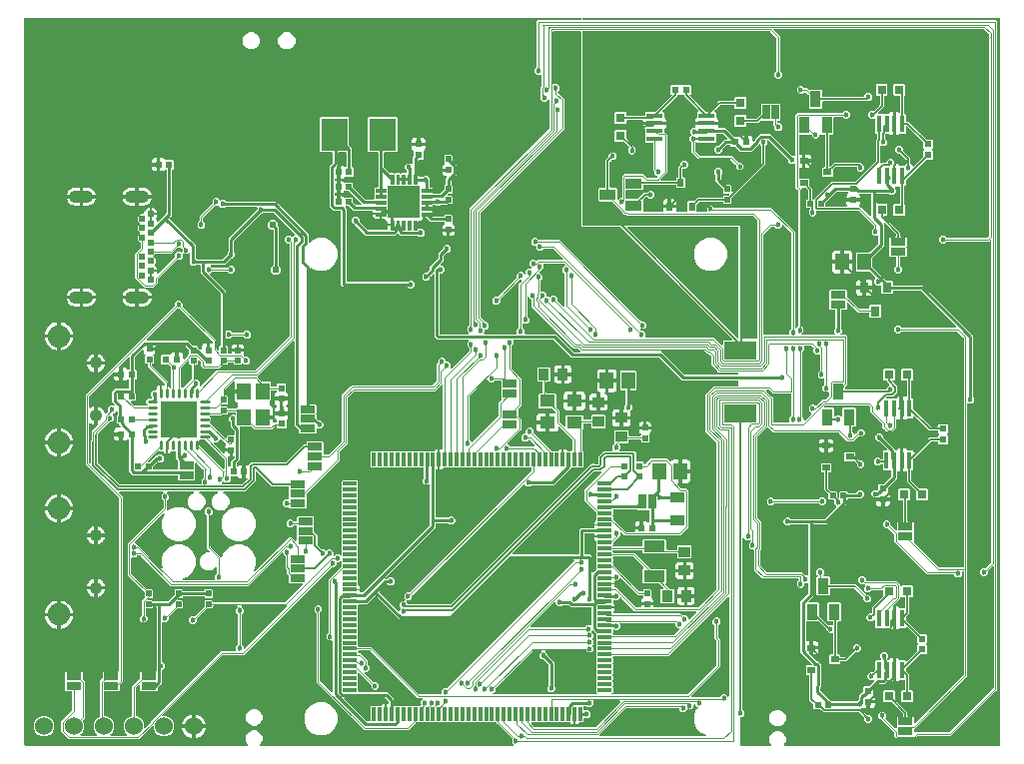
<source format=gbr>
G04 EAGLE Gerber RS-274X export*
G75*
%MOMM*%
%FSLAX34Y34*%
%LPD*%
%INBottom Copper*%
%IPPOS*%
%AMOC8*
5,1,8,0,0,1.08239X$1,22.5*%
G01*
%ADD10R,1.300000X1.050000*%
%ADD11R,0.300000X1.200000*%
%ADD12R,1.200000X0.300000*%
%ADD13R,0.500000X0.500000*%
%ADD14R,1.000000X0.950000*%
%ADD15R,0.950000X1.000000*%
%ADD16R,1.800000X1.000000*%
%ADD17R,1.300000X0.900000*%
%ADD18R,0.635000X1.270000*%
%ADD19R,1.270000X0.635000*%
%ADD20R,0.800000X0.900000*%
%ADD21R,1.150000X1.450000*%
%ADD22R,2.794000X1.498600*%
%ADD23R,0.620000X0.620000*%
%ADD24C,0.018200*%
%ADD25R,2.700000X2.700000*%
%ADD26R,2.286000X2.794000*%
%ADD27C,1.524000*%
%ADD28C,0.604000*%
%ADD29C,1.000000*%
%ADD30C,0.280000*%
%ADD31R,3.100000X3.100000*%
%ADD32R,1.450000X0.450000*%
%ADD33R,0.800000X0.800000*%
%ADD34R,1.400000X0.950000*%
%ADD35R,0.600000X0.700000*%
%ADD36R,0.450000X1.450000*%
%ADD37R,0.950000X1.400000*%
%ADD38R,0.700000X0.600000*%
%ADD39C,1.050000*%
%ADD40C,1.900000*%
%ADD41R,1.150000X1.400000*%
%ADD42C,0.254000*%
%ADD43C,0.454000*%
%ADD44C,0.127000*%
%ADD45C,0.152400*%
%ADD46C,0.101600*%

G36*
X-37235Y2552D02*
X-37235Y2552D01*
X-37163Y2554D01*
X-37114Y2572D01*
X-37063Y2580D01*
X-37000Y2614D01*
X-36932Y2639D01*
X-36892Y2671D01*
X-36846Y2696D01*
X-36796Y2748D01*
X-36740Y2792D01*
X-36712Y2836D01*
X-36676Y2874D01*
X-36646Y2939D01*
X-36607Y2999D01*
X-36594Y3050D01*
X-36573Y3097D01*
X-36565Y3168D01*
X-36547Y3238D01*
X-36551Y3290D01*
X-36545Y3341D01*
X-36561Y3412D01*
X-36566Y3483D01*
X-36587Y3531D01*
X-36598Y3582D01*
X-36634Y3643D01*
X-36663Y3709D01*
X-36707Y3765D01*
X-36724Y3793D01*
X-36742Y3808D01*
X-36767Y3840D01*
X-37465Y4538D01*
X-38537Y7126D01*
X-38537Y9926D01*
X-37465Y12514D01*
X-35484Y14495D01*
X-32896Y15567D01*
X-30096Y15567D01*
X-27508Y14495D01*
X-25527Y12514D01*
X-24455Y9926D01*
X-24455Y7126D01*
X-25527Y4538D01*
X-26225Y3840D01*
X-26266Y3782D01*
X-26316Y3730D01*
X-26338Y3683D01*
X-26368Y3641D01*
X-26389Y3572D01*
X-26419Y3507D01*
X-26425Y3455D01*
X-26441Y3405D01*
X-26439Y3334D01*
X-26447Y3263D01*
X-26436Y3212D01*
X-26434Y3160D01*
X-26410Y3092D01*
X-26394Y3022D01*
X-26368Y2977D01*
X-26350Y2929D01*
X-26305Y2873D01*
X-26268Y2811D01*
X-26229Y2777D01*
X-26196Y2737D01*
X-26136Y2698D01*
X-26081Y2651D01*
X-26033Y2632D01*
X-25989Y2604D01*
X-25920Y2586D01*
X-25853Y2559D01*
X-25782Y2551D01*
X-25751Y2543D01*
X-25727Y2545D01*
X-25686Y2541D01*
X187823Y2541D01*
X187894Y2552D01*
X187966Y2554D01*
X188015Y2572D01*
X188066Y2580D01*
X188129Y2614D01*
X188197Y2639D01*
X188237Y2671D01*
X188283Y2696D01*
X188333Y2748D01*
X188389Y2792D01*
X188417Y2836D01*
X188453Y2874D01*
X188483Y2939D01*
X188522Y2999D01*
X188535Y3050D01*
X188556Y3097D01*
X188564Y3168D01*
X188582Y3238D01*
X188578Y3290D01*
X188584Y3341D01*
X188568Y3412D01*
X188563Y3483D01*
X188542Y3531D01*
X188531Y3582D01*
X188494Y3643D01*
X188466Y3709D01*
X188422Y3765D01*
X188405Y3793D01*
X188387Y3808D01*
X188362Y3840D01*
X187213Y4989D01*
X187213Y7711D01*
X187283Y7782D01*
X187295Y7798D01*
X187311Y7810D01*
X187367Y7897D01*
X187427Y7981D01*
X187433Y8000D01*
X187444Y8017D01*
X187469Y8117D01*
X187499Y8216D01*
X187499Y8236D01*
X187504Y8256D01*
X187496Y8359D01*
X187493Y8462D01*
X187486Y8481D01*
X187485Y8501D01*
X187444Y8596D01*
X187409Y8693D01*
X187396Y8709D01*
X187388Y8727D01*
X187284Y8858D01*
X174825Y21316D01*
X173967Y22174D01*
X173893Y22227D01*
X173824Y22287D01*
X173794Y22299D01*
X173768Y22318D01*
X173681Y22345D01*
X173596Y22379D01*
X173555Y22383D01*
X173533Y22390D01*
X173500Y22389D01*
X173429Y22397D01*
X173313Y22397D01*
X173272Y22438D01*
X173256Y22449D01*
X173244Y22465D01*
X173157Y22521D01*
X173073Y22581D01*
X173054Y22587D01*
X173037Y22598D01*
X172936Y22623D01*
X172838Y22654D01*
X172818Y22653D01*
X172798Y22658D01*
X172695Y22650D01*
X172592Y22647D01*
X172573Y22641D01*
X172553Y22639D01*
X172458Y22599D01*
X172361Y22563D01*
X172345Y22550D01*
X172327Y22543D01*
X172196Y22438D01*
X172155Y22397D01*
X168313Y22397D01*
X168272Y22438D01*
X168256Y22449D01*
X168244Y22465D01*
X168157Y22521D01*
X168073Y22581D01*
X168054Y22587D01*
X168037Y22598D01*
X167936Y22623D01*
X167838Y22654D01*
X167818Y22653D01*
X167798Y22658D01*
X167695Y22650D01*
X167592Y22647D01*
X167573Y22641D01*
X167553Y22639D01*
X167458Y22599D01*
X167361Y22563D01*
X167345Y22550D01*
X167327Y22543D01*
X167196Y22438D01*
X167155Y22397D01*
X163313Y22397D01*
X163272Y22438D01*
X163256Y22449D01*
X163244Y22465D01*
X163157Y22521D01*
X163073Y22581D01*
X163054Y22587D01*
X163037Y22598D01*
X162936Y22623D01*
X162838Y22654D01*
X162818Y22653D01*
X162798Y22658D01*
X162695Y22650D01*
X162592Y22647D01*
X162573Y22641D01*
X162553Y22639D01*
X162458Y22599D01*
X162361Y22563D01*
X162345Y22550D01*
X162327Y22543D01*
X162196Y22438D01*
X162155Y22397D01*
X158313Y22397D01*
X158272Y22438D01*
X158256Y22449D01*
X158244Y22465D01*
X158157Y22521D01*
X158073Y22581D01*
X158054Y22587D01*
X158037Y22598D01*
X157936Y22623D01*
X157838Y22654D01*
X157818Y22653D01*
X157798Y22658D01*
X157695Y22650D01*
X157592Y22647D01*
X157573Y22641D01*
X157553Y22639D01*
X157458Y22599D01*
X157361Y22563D01*
X157345Y22550D01*
X157327Y22543D01*
X157196Y22438D01*
X157155Y22397D01*
X153313Y22397D01*
X153272Y22438D01*
X153256Y22449D01*
X153244Y22465D01*
X153157Y22521D01*
X153073Y22581D01*
X153054Y22587D01*
X153037Y22598D01*
X152936Y22623D01*
X152838Y22654D01*
X152818Y22653D01*
X152798Y22658D01*
X152695Y22650D01*
X152592Y22647D01*
X152573Y22641D01*
X152553Y22639D01*
X152458Y22599D01*
X152361Y22563D01*
X152345Y22550D01*
X152327Y22543D01*
X152196Y22438D01*
X152155Y22397D01*
X148313Y22397D01*
X148272Y22438D01*
X148256Y22449D01*
X148244Y22465D01*
X148157Y22521D01*
X148073Y22581D01*
X148054Y22587D01*
X148037Y22598D01*
X147936Y22623D01*
X147838Y22654D01*
X147818Y22653D01*
X147798Y22658D01*
X147695Y22650D01*
X147592Y22647D01*
X147573Y22641D01*
X147553Y22639D01*
X147458Y22599D01*
X147361Y22563D01*
X147345Y22550D01*
X147327Y22543D01*
X147196Y22438D01*
X147155Y22397D01*
X143313Y22397D01*
X143272Y22438D01*
X143256Y22449D01*
X143244Y22465D01*
X143157Y22521D01*
X143073Y22581D01*
X143054Y22587D01*
X143037Y22598D01*
X142936Y22623D01*
X142838Y22654D01*
X142818Y22653D01*
X142798Y22658D01*
X142695Y22650D01*
X142592Y22647D01*
X142573Y22641D01*
X142553Y22639D01*
X142458Y22599D01*
X142361Y22563D01*
X142345Y22550D01*
X142327Y22543D01*
X142196Y22438D01*
X142155Y22397D01*
X138313Y22397D01*
X138272Y22438D01*
X138256Y22449D01*
X138244Y22465D01*
X138157Y22521D01*
X138073Y22581D01*
X138054Y22587D01*
X138037Y22598D01*
X137936Y22623D01*
X137838Y22654D01*
X137818Y22653D01*
X137798Y22658D01*
X137695Y22650D01*
X137592Y22647D01*
X137573Y22641D01*
X137553Y22639D01*
X137458Y22599D01*
X137361Y22563D01*
X137345Y22550D01*
X137327Y22543D01*
X137196Y22438D01*
X137155Y22397D01*
X133313Y22397D01*
X133272Y22438D01*
X133256Y22449D01*
X133244Y22465D01*
X133157Y22521D01*
X133073Y22581D01*
X133054Y22587D01*
X133037Y22598D01*
X132936Y22623D01*
X132838Y22654D01*
X132818Y22653D01*
X132798Y22658D01*
X132695Y22650D01*
X132592Y22647D01*
X132573Y22641D01*
X132553Y22639D01*
X132458Y22599D01*
X132361Y22563D01*
X132345Y22550D01*
X132327Y22543D01*
X132196Y22438D01*
X132155Y22397D01*
X128313Y22397D01*
X128272Y22438D01*
X128256Y22449D01*
X128244Y22465D01*
X128157Y22521D01*
X128073Y22581D01*
X128054Y22587D01*
X128037Y22598D01*
X127936Y22623D01*
X127838Y22654D01*
X127818Y22653D01*
X127798Y22658D01*
X127695Y22650D01*
X127592Y22647D01*
X127573Y22641D01*
X127553Y22639D01*
X127458Y22599D01*
X127361Y22563D01*
X127345Y22550D01*
X127327Y22543D01*
X127196Y22438D01*
X127155Y22397D01*
X123313Y22397D01*
X123272Y22438D01*
X123256Y22449D01*
X123244Y22465D01*
X123156Y22521D01*
X123073Y22581D01*
X123053Y22587D01*
X123037Y22598D01*
X122936Y22623D01*
X122837Y22654D01*
X122817Y22653D01*
X122798Y22658D01*
X122695Y22650D01*
X122592Y22647D01*
X122573Y22640D01*
X122553Y22639D01*
X122458Y22599D01*
X122361Y22563D01*
X122345Y22550D01*
X122327Y22543D01*
X122196Y22438D01*
X122155Y22397D01*
X118313Y22397D01*
X118272Y22438D01*
X118256Y22449D01*
X118244Y22465D01*
X118157Y22521D01*
X118073Y22581D01*
X118054Y22587D01*
X118037Y22598D01*
X117936Y22623D01*
X117838Y22654D01*
X117818Y22653D01*
X117798Y22658D01*
X117695Y22650D01*
X117592Y22647D01*
X117573Y22641D01*
X117553Y22639D01*
X117458Y22599D01*
X117361Y22563D01*
X117345Y22550D01*
X117327Y22543D01*
X117196Y22438D01*
X117155Y22397D01*
X113313Y22397D01*
X113272Y22438D01*
X113256Y22449D01*
X113244Y22465D01*
X113157Y22521D01*
X113073Y22581D01*
X113054Y22587D01*
X113037Y22598D01*
X112936Y22623D01*
X112838Y22654D01*
X112818Y22653D01*
X112798Y22658D01*
X112695Y22650D01*
X112592Y22647D01*
X112573Y22641D01*
X112553Y22639D01*
X112458Y22599D01*
X112361Y22563D01*
X112345Y22550D01*
X112327Y22543D01*
X112196Y22438D01*
X112155Y22397D01*
X108313Y22397D01*
X108272Y22438D01*
X108256Y22449D01*
X108244Y22465D01*
X108157Y22521D01*
X108073Y22581D01*
X108054Y22587D01*
X108037Y22598D01*
X107936Y22623D01*
X107838Y22654D01*
X107818Y22653D01*
X107798Y22658D01*
X107695Y22650D01*
X107592Y22647D01*
X107573Y22641D01*
X107553Y22639D01*
X107458Y22599D01*
X107361Y22563D01*
X107345Y22550D01*
X107327Y22543D01*
X107196Y22438D01*
X107155Y22397D01*
X105641Y22397D01*
X105551Y22383D01*
X105460Y22375D01*
X105430Y22363D01*
X105398Y22358D01*
X105317Y22315D01*
X105234Y22279D01*
X105201Y22253D01*
X105181Y22242D01*
X105159Y22219D01*
X105103Y22174D01*
X99184Y16255D01*
X61344Y16255D01*
X21335Y56264D01*
X21335Y114925D01*
X21321Y115015D01*
X21313Y115106D01*
X21301Y115136D01*
X21296Y115168D01*
X21253Y115249D01*
X21217Y115333D01*
X21191Y115365D01*
X21180Y115385D01*
X21157Y115408D01*
X21112Y115464D01*
X19573Y117003D01*
X19573Y119725D01*
X21499Y121651D01*
X24221Y121651D01*
X26147Y119725D01*
X26147Y117003D01*
X24608Y115464D01*
X24555Y115390D01*
X24495Y115320D01*
X24483Y115290D01*
X24464Y115264D01*
X24437Y115177D01*
X24403Y115092D01*
X24399Y115051D01*
X24392Y115029D01*
X24393Y114997D01*
X24385Y114925D01*
X24385Y57843D01*
X24400Y57753D01*
X24407Y57662D01*
X24419Y57632D01*
X24424Y57600D01*
X24467Y57519D01*
X24503Y57436D01*
X24529Y57403D01*
X24540Y57383D01*
X24563Y57361D01*
X24608Y57305D01*
X34006Y47907D01*
X34064Y47865D01*
X34116Y47815D01*
X34163Y47793D01*
X34205Y47763D01*
X34274Y47742D01*
X34339Y47712D01*
X34391Y47706D01*
X34441Y47691D01*
X34512Y47693D01*
X34583Y47685D01*
X34634Y47696D01*
X34686Y47697D01*
X34754Y47722D01*
X34824Y47737D01*
X34869Y47764D01*
X34917Y47781D01*
X34973Y47826D01*
X35035Y47863D01*
X35069Y47903D01*
X35109Y47935D01*
X35148Y47995D01*
X35195Y48050D01*
X35214Y48098D01*
X35242Y48142D01*
X35260Y48212D01*
X35287Y48278D01*
X35295Y48349D01*
X35303Y48381D01*
X35301Y48404D01*
X35305Y48445D01*
X35305Y90948D01*
X35302Y90968D01*
X35304Y90987D01*
X35282Y91089D01*
X35266Y91191D01*
X35256Y91208D01*
X35252Y91228D01*
X35199Y91317D01*
X35150Y91408D01*
X35136Y91422D01*
X35126Y91439D01*
X35047Y91506D01*
X34972Y91578D01*
X34954Y91586D01*
X34939Y91599D01*
X34843Y91638D01*
X34749Y91681D01*
X34729Y91683D01*
X34711Y91691D01*
X34544Y91709D01*
X31659Y91709D01*
X29733Y93635D01*
X29733Y96357D01*
X31272Y97896D01*
X31325Y97970D01*
X31385Y98040D01*
X31397Y98070D01*
X31416Y98096D01*
X31443Y98183D01*
X31477Y98268D01*
X31481Y98309D01*
X31488Y98331D01*
X31487Y98363D01*
X31495Y98435D01*
X31495Y143888D01*
X32611Y145004D01*
X42494Y154887D01*
X42547Y154961D01*
X42607Y155030D01*
X42619Y155060D01*
X42638Y155086D01*
X42665Y155173D01*
X42699Y155258D01*
X42703Y155299D01*
X42710Y155321D01*
X42709Y155354D01*
X42717Y155425D01*
X42717Y156835D01*
X42758Y156876D01*
X42769Y156892D01*
X42785Y156904D01*
X42841Y156991D01*
X42901Y157075D01*
X42907Y157094D01*
X42918Y157111D01*
X42943Y157212D01*
X42974Y157310D01*
X42973Y157330D01*
X42978Y157350D01*
X42970Y157453D01*
X42967Y157556D01*
X42961Y157575D01*
X42959Y157595D01*
X42919Y157690D01*
X42883Y157787D01*
X42870Y157803D01*
X42863Y157821D01*
X42758Y157952D01*
X42717Y157993D01*
X42717Y158151D01*
X42706Y158222D01*
X42704Y158294D01*
X42686Y158343D01*
X42678Y158394D01*
X42644Y158457D01*
X42619Y158525D01*
X42587Y158566D01*
X42562Y158611D01*
X42511Y158661D01*
X42466Y158717D01*
X42422Y158745D01*
X42384Y158781D01*
X42319Y158811D01*
X42259Y158850D01*
X42208Y158863D01*
X42161Y158884D01*
X42090Y158892D01*
X42020Y158910D01*
X41968Y158906D01*
X41917Y158912D01*
X41846Y158896D01*
X41775Y158891D01*
X41727Y158870D01*
X41676Y158859D01*
X41615Y158822D01*
X41549Y158794D01*
X41493Y158750D01*
X41465Y158733D01*
X41450Y158715D01*
X41418Y158690D01*
X40985Y158257D01*
X39608Y158257D01*
X39588Y158254D01*
X39569Y158256D01*
X39467Y158234D01*
X39365Y158218D01*
X39348Y158208D01*
X39328Y158204D01*
X39239Y158151D01*
X39148Y158102D01*
X39134Y158088D01*
X39117Y158078D01*
X39050Y157999D01*
X38978Y157924D01*
X38970Y157906D01*
X38957Y157891D01*
X38918Y157795D01*
X38875Y157701D01*
X38873Y157681D01*
X38865Y157663D01*
X38847Y157496D01*
X38847Y156119D01*
X36921Y154193D01*
X34745Y154193D01*
X34655Y154179D01*
X34564Y154171D01*
X34534Y154159D01*
X34502Y154154D01*
X34421Y154111D01*
X34338Y154075D01*
X34305Y154049D01*
X34285Y154038D01*
X34263Y154015D01*
X34207Y153970D01*
X-40008Y79755D01*
X-57981Y79755D01*
X-58071Y79741D01*
X-58162Y79733D01*
X-58192Y79721D01*
X-58224Y79716D01*
X-58305Y79673D01*
X-58388Y79637D01*
X-58421Y79611D01*
X-58441Y79600D01*
X-58463Y79577D01*
X-58519Y79532D01*
X-109065Y28986D01*
X-109107Y28928D01*
X-109157Y28876D01*
X-109179Y28829D01*
X-109209Y28787D01*
X-109230Y28718D01*
X-109260Y28653D01*
X-109266Y28601D01*
X-109281Y28551D01*
X-109279Y28480D01*
X-109287Y28409D01*
X-109276Y28358D01*
X-109275Y28306D01*
X-109250Y28238D01*
X-109235Y28168D01*
X-109208Y28123D01*
X-109191Y28075D01*
X-109146Y28019D01*
X-109109Y27957D01*
X-109069Y27923D01*
X-109037Y27883D01*
X-108977Y27844D01*
X-108922Y27797D01*
X-108874Y27778D01*
X-108830Y27750D01*
X-108760Y27732D01*
X-108694Y27705D01*
X-108623Y27697D01*
X-108591Y27689D01*
X-108568Y27691D01*
X-108527Y27687D01*
X-106232Y27687D01*
X-103058Y26372D01*
X-100628Y23942D01*
X-99313Y20768D01*
X-99313Y17332D01*
X-100628Y14158D01*
X-103058Y11728D01*
X-106232Y10413D01*
X-109668Y10413D01*
X-112842Y11728D01*
X-115272Y14158D01*
X-116587Y17332D01*
X-116587Y18611D01*
X-116598Y18682D01*
X-116600Y18754D01*
X-116618Y18803D01*
X-116626Y18854D01*
X-116660Y18917D01*
X-116685Y18985D01*
X-116717Y19025D01*
X-116742Y19071D01*
X-116794Y19121D01*
X-116838Y19177D01*
X-116882Y19205D01*
X-116920Y19241D01*
X-116985Y19271D01*
X-117045Y19310D01*
X-117096Y19322D01*
X-117143Y19344D01*
X-117214Y19352D01*
X-117284Y19370D01*
X-117336Y19366D01*
X-117387Y19371D01*
X-117458Y19356D01*
X-117529Y19351D01*
X-117577Y19330D01*
X-117628Y19319D01*
X-117689Y19282D01*
X-117755Y19254D01*
X-117811Y19210D01*
X-117839Y19193D01*
X-117854Y19175D01*
X-117886Y19149D01*
X-128908Y8127D01*
X-188592Y8127D01*
X-195073Y14608D01*
X-195073Y23492D01*
X-186152Y32413D01*
X-186099Y32487D01*
X-186039Y32556D01*
X-186027Y32586D01*
X-186008Y32612D01*
X-185981Y32699D01*
X-185947Y32784D01*
X-185943Y32825D01*
X-185936Y32847D01*
X-185937Y32880D01*
X-185929Y32951D01*
X-185929Y48133D01*
X-185932Y48153D01*
X-185930Y48172D01*
X-185952Y48274D01*
X-185968Y48376D01*
X-185978Y48393D01*
X-185982Y48413D01*
X-186035Y48502D01*
X-186084Y48593D01*
X-186098Y48607D01*
X-186108Y48624D01*
X-186187Y48691D01*
X-186262Y48763D01*
X-186280Y48771D01*
X-186295Y48784D01*
X-186391Y48823D01*
X-186485Y48866D01*
X-186505Y48868D01*
X-186523Y48876D01*
X-186690Y48894D01*
X-190921Y48894D01*
X-191517Y49490D01*
X-191517Y56708D01*
X-191504Y56728D01*
X-191444Y56811D01*
X-191438Y56830D01*
X-191427Y56847D01*
X-191402Y56948D01*
X-191371Y57046D01*
X-191372Y57066D01*
X-191367Y57086D01*
X-191375Y57189D01*
X-191378Y57292D01*
X-191384Y57311D01*
X-191386Y57331D01*
X-191426Y57426D01*
X-191462Y57523D01*
X-191475Y57539D01*
X-191482Y57557D01*
X-191517Y57600D01*
X-191517Y64810D01*
X-190921Y65406D01*
X-177379Y65406D01*
X-176783Y64810D01*
X-176783Y59875D01*
X-176769Y59785D01*
X-176761Y59694D01*
X-176749Y59664D01*
X-176744Y59632D01*
X-176701Y59551D01*
X-176665Y59468D01*
X-176639Y59435D01*
X-176628Y59415D01*
X-176605Y59393D01*
X-176560Y59337D01*
X-174751Y57528D01*
X-174751Y26292D01*
X-176548Y24495D01*
X-176616Y24401D01*
X-176686Y24307D01*
X-176688Y24300D01*
X-176692Y24295D01*
X-176726Y24185D01*
X-176763Y24073D01*
X-176763Y24066D01*
X-176764Y24060D01*
X-176761Y23944D01*
X-176760Y23827D01*
X-176758Y23820D01*
X-176758Y23814D01*
X-176752Y23797D01*
X-176714Y23666D01*
X-175513Y20768D01*
X-175513Y17332D01*
X-176828Y14158D01*
X-178510Y12476D01*
X-178551Y12418D01*
X-178601Y12366D01*
X-178623Y12319D01*
X-178653Y12277D01*
X-178674Y12208D01*
X-178704Y12143D01*
X-178710Y12091D01*
X-178725Y12041D01*
X-178724Y11970D01*
X-178731Y11899D01*
X-178720Y11848D01*
X-178719Y11796D01*
X-178694Y11728D01*
X-178679Y11658D01*
X-178653Y11613D01*
X-178635Y11565D01*
X-178590Y11509D01*
X-178553Y11447D01*
X-178513Y11413D01*
X-178481Y11373D01*
X-178421Y11334D01*
X-178366Y11287D01*
X-178318Y11268D01*
X-178274Y11240D01*
X-178205Y11222D01*
X-178138Y11195D01*
X-178067Y11187D01*
X-178035Y11179D01*
X-178012Y11181D01*
X-177971Y11177D01*
X-164929Y11177D01*
X-164858Y11188D01*
X-164786Y11190D01*
X-164737Y11208D01*
X-164686Y11216D01*
X-164623Y11250D01*
X-164555Y11275D01*
X-164515Y11307D01*
X-164469Y11332D01*
X-164419Y11384D01*
X-164363Y11428D01*
X-164335Y11472D01*
X-164299Y11510D01*
X-164269Y11575D01*
X-164230Y11635D01*
X-164218Y11686D01*
X-164196Y11733D01*
X-164188Y11804D01*
X-164170Y11874D01*
X-164174Y11926D01*
X-164169Y11977D01*
X-164184Y12048D01*
X-164189Y12119D01*
X-164210Y12167D01*
X-164221Y12218D01*
X-164258Y12279D01*
X-164286Y12345D01*
X-164330Y12401D01*
X-164347Y12429D01*
X-164365Y12444D01*
X-164390Y12476D01*
X-166072Y14158D01*
X-167387Y17332D01*
X-167387Y20768D01*
X-166072Y23942D01*
X-163642Y26372D01*
X-162523Y26836D01*
X-162423Y26897D01*
X-162323Y26957D01*
X-162319Y26962D01*
X-162314Y26965D01*
X-162239Y27055D01*
X-162163Y27144D01*
X-162161Y27150D01*
X-162157Y27155D01*
X-162115Y27263D01*
X-162071Y27372D01*
X-162070Y27380D01*
X-162069Y27384D01*
X-162068Y27403D01*
X-162053Y27539D01*
X-162053Y57528D01*
X-159990Y59591D01*
X-159937Y59665D01*
X-159877Y59734D01*
X-159865Y59764D01*
X-159846Y59790D01*
X-159819Y59877D01*
X-159785Y59962D01*
X-159781Y60003D01*
X-159774Y60025D01*
X-159775Y60058D01*
X-159767Y60129D01*
X-159767Y64810D01*
X-159171Y65406D01*
X-146558Y65406D01*
X-146538Y65409D01*
X-146519Y65407D01*
X-146417Y65429D01*
X-146315Y65445D01*
X-146298Y65455D01*
X-146278Y65459D01*
X-146189Y65512D01*
X-146098Y65561D01*
X-146084Y65575D01*
X-146067Y65585D01*
X-146000Y65664D01*
X-145928Y65739D01*
X-145920Y65757D01*
X-145907Y65772D01*
X-145868Y65868D01*
X-145825Y65962D01*
X-145823Y65982D01*
X-145815Y66000D01*
X-145797Y66167D01*
X-145797Y212413D01*
X-145811Y212503D01*
X-145819Y212594D01*
X-145831Y212624D01*
X-145836Y212656D01*
X-145879Y212737D01*
X-145915Y212820D01*
X-145941Y212853D01*
X-145952Y212873D01*
X-145975Y212895D01*
X-146020Y212951D01*
X-174245Y241176D01*
X-174245Y299844D01*
X-99014Y375075D01*
X-98961Y375149D01*
X-98901Y375218D01*
X-98889Y375248D01*
X-98870Y375274D01*
X-98843Y375361D01*
X-98809Y375446D01*
X-98805Y375487D01*
X-98798Y375509D01*
X-98799Y375542D01*
X-98791Y375613D01*
X-98791Y377789D01*
X-96865Y379715D01*
X-94143Y379715D01*
X-92217Y377789D01*
X-92217Y375359D01*
X-92203Y375269D01*
X-92195Y375178D01*
X-92183Y375148D01*
X-92178Y375116D01*
X-92135Y375035D01*
X-92099Y374952D01*
X-92073Y374919D01*
X-92062Y374899D01*
X-92039Y374877D01*
X-91994Y374821D01*
X-63499Y346326D01*
X-63499Y339275D01*
X-63485Y339185D01*
X-63477Y339094D01*
X-63465Y339064D01*
X-63460Y339032D01*
X-63417Y338952D01*
X-63381Y338868D01*
X-63355Y338835D01*
X-63344Y338815D01*
X-63321Y338793D01*
X-63276Y338737D01*
X-62220Y337681D01*
X-62162Y337639D01*
X-62110Y337589D01*
X-62063Y337567D01*
X-62021Y337537D01*
X-61952Y337516D01*
X-61887Y337486D01*
X-61835Y337480D01*
X-61785Y337465D01*
X-61714Y337467D01*
X-61643Y337459D01*
X-61592Y337470D01*
X-61540Y337471D01*
X-61472Y337496D01*
X-61402Y337511D01*
X-61357Y337538D01*
X-61309Y337555D01*
X-61253Y337600D01*
X-61191Y337637D01*
X-61157Y337677D01*
X-61117Y337709D01*
X-61078Y337769D01*
X-61031Y337824D01*
X-61012Y337872D01*
X-60984Y337916D01*
X-60966Y337986D01*
X-60939Y338052D01*
X-60931Y338123D01*
X-60923Y338155D01*
X-60925Y338178D01*
X-60921Y338219D01*
X-60921Y340923D01*
X-60300Y341544D01*
X-60209Y341558D01*
X-60192Y341568D01*
X-60172Y341572D01*
X-60083Y341625D01*
X-59992Y341674D01*
X-59978Y341688D01*
X-59961Y341698D01*
X-59894Y341777D01*
X-59822Y341852D01*
X-59814Y341870D01*
X-59801Y341885D01*
X-59762Y341981D01*
X-59719Y342075D01*
X-59717Y342095D01*
X-59709Y342113D01*
X-59691Y342280D01*
X-59691Y385833D01*
X-59705Y385924D01*
X-59713Y386014D01*
X-59725Y386044D01*
X-59730Y386076D01*
X-59773Y386157D01*
X-59809Y386241D01*
X-59835Y386273D01*
X-59846Y386294D01*
X-59869Y386316D01*
X-59914Y386372D01*
X-76963Y403421D01*
X-76963Y409702D01*
X-76966Y409722D01*
X-76964Y409741D01*
X-76986Y409843D01*
X-77002Y409945D01*
X-77012Y409962D01*
X-77016Y409982D01*
X-77069Y410071D01*
X-77118Y410162D01*
X-77132Y410176D01*
X-77142Y410193D01*
X-77221Y410260D01*
X-77296Y410332D01*
X-77314Y410340D01*
X-77329Y410353D01*
X-77425Y410392D01*
X-77519Y410435D01*
X-77539Y410437D01*
X-77557Y410445D01*
X-77724Y410463D01*
X-79873Y410463D01*
X-79963Y410449D01*
X-80054Y410441D01*
X-80084Y410429D01*
X-80116Y410424D01*
X-80197Y410381D01*
X-80281Y410345D01*
X-80313Y410319D01*
X-80333Y410308D01*
X-80356Y410285D01*
X-80412Y410240D01*
X-81189Y409463D01*
X-83911Y409463D01*
X-85837Y411389D01*
X-85837Y414111D01*
X-85822Y414126D01*
X-85769Y414200D01*
X-85709Y414270D01*
X-85697Y414300D01*
X-85678Y414326D01*
X-85651Y414413D01*
X-85617Y414498D01*
X-85613Y414539D01*
X-85606Y414561D01*
X-85607Y414593D01*
X-85599Y414665D01*
X-85599Y419487D01*
X-85610Y419558D01*
X-85612Y419630D01*
X-85630Y419679D01*
X-85638Y419730D01*
X-85672Y419793D01*
X-85697Y419861D01*
X-85729Y419901D01*
X-85754Y419947D01*
X-85806Y419997D01*
X-85850Y420053D01*
X-85894Y420081D01*
X-85932Y420117D01*
X-85997Y420147D01*
X-86057Y420186D01*
X-86108Y420199D01*
X-86155Y420220D01*
X-86226Y420228D01*
X-86296Y420246D01*
X-86348Y420242D01*
X-86399Y420248D01*
X-86470Y420232D01*
X-86541Y420227D01*
X-86589Y420206D01*
X-86640Y420195D01*
X-86701Y420158D01*
X-86767Y420130D01*
X-86823Y420086D01*
X-86851Y420069D01*
X-86866Y420051D01*
X-86898Y420026D01*
X-87539Y419385D01*
X-90261Y419385D01*
X-90664Y419788D01*
X-90722Y419830D01*
X-90774Y419879D01*
X-90821Y419901D01*
X-90863Y419931D01*
X-90932Y419952D01*
X-90997Y419982D01*
X-91049Y419988D01*
X-91099Y420004D01*
X-91170Y420002D01*
X-91241Y420010D01*
X-91292Y419998D01*
X-91344Y419997D01*
X-91412Y419973D01*
X-91482Y419957D01*
X-91527Y419931D01*
X-91575Y419913D01*
X-91631Y419868D01*
X-91693Y419831D01*
X-91727Y419792D01*
X-91767Y419759D01*
X-91806Y419699D01*
X-91853Y419644D01*
X-91872Y419596D01*
X-91900Y419552D01*
X-91918Y419483D01*
X-91945Y419416D01*
X-91953Y419345D01*
X-91961Y419314D01*
X-91959Y419290D01*
X-91963Y419249D01*
X-91963Y416589D01*
X-93889Y414663D01*
X-96065Y414663D01*
X-96155Y414649D01*
X-96246Y414641D01*
X-96276Y414629D01*
X-96308Y414624D01*
X-96389Y414581D01*
X-96472Y414545D01*
X-96505Y414519D01*
X-96525Y414508D01*
X-96547Y414485D01*
X-96603Y414440D01*
X-112808Y398235D01*
X-112861Y398161D01*
X-112921Y398092D01*
X-112933Y398062D01*
X-112952Y398036D01*
X-112979Y397949D01*
X-113013Y397864D01*
X-113017Y397823D01*
X-113024Y397801D01*
X-113023Y397768D01*
X-113031Y397697D01*
X-113031Y394936D01*
X-116586Y391381D01*
X-122906Y391381D01*
X-123002Y391366D01*
X-123099Y391356D01*
X-123123Y391346D01*
X-123149Y391342D01*
X-123235Y391296D01*
X-123324Y391256D01*
X-123343Y391239D01*
X-123366Y391226D01*
X-123433Y391156D01*
X-123505Y391090D01*
X-123517Y391067D01*
X-123535Y391048D01*
X-123576Y390960D01*
X-123623Y390874D01*
X-123628Y390849D01*
X-123639Y390825D01*
X-123650Y390728D01*
X-123667Y390632D01*
X-123663Y390606D01*
X-123666Y390581D01*
X-123645Y390485D01*
X-123631Y390389D01*
X-123619Y390366D01*
X-123614Y390340D01*
X-123564Y390257D01*
X-123520Y390170D01*
X-123501Y390151D01*
X-123488Y390129D01*
X-123414Y390066D01*
X-123344Y389998D01*
X-123316Y389982D01*
X-123301Y389969D01*
X-123270Y389957D01*
X-123197Y389917D01*
X-122028Y389433D01*
X-120793Y388607D01*
X-119743Y387557D01*
X-118917Y386322D01*
X-118349Y384950D01*
X-118210Y384249D01*
X-129101Y384249D01*
X-129101Y390291D01*
X-125361Y390291D01*
X-125290Y390302D01*
X-125219Y390304D01*
X-125170Y390322D01*
X-125118Y390330D01*
X-125055Y390364D01*
X-124988Y390389D01*
X-124947Y390421D01*
X-124901Y390446D01*
X-124852Y390498D01*
X-124796Y390542D01*
X-124767Y390586D01*
X-124732Y390624D01*
X-124701Y390689D01*
X-124663Y390749D01*
X-124650Y390800D01*
X-124628Y390847D01*
X-124620Y390918D01*
X-124602Y390988D01*
X-124607Y391040D01*
X-124601Y391091D01*
X-124616Y391162D01*
X-124622Y391233D01*
X-124642Y391281D01*
X-124653Y391332D01*
X-124690Y391393D01*
X-124718Y391459D01*
X-124763Y391515D01*
X-124779Y391543D01*
X-124797Y391558D01*
X-124823Y391590D01*
X-125730Y392497D01*
X-132169Y398936D01*
X-132169Y419964D01*
X-127848Y424285D01*
X-127795Y424359D01*
X-127735Y424428D01*
X-127723Y424458D01*
X-127704Y424485D01*
X-127677Y424571D01*
X-127643Y424656D01*
X-127639Y424697D01*
X-127632Y424720D01*
X-127633Y424752D01*
X-127625Y424823D01*
X-127625Y428951D01*
X-127639Y429041D01*
X-127647Y429132D01*
X-127659Y429161D01*
X-127664Y429193D01*
X-127707Y429274D01*
X-127743Y429358D01*
X-127769Y429390D01*
X-127780Y429411D01*
X-127803Y429433D01*
X-127848Y429489D01*
X-130137Y431778D01*
X-130137Y435122D01*
X-128347Y436912D01*
X-128335Y436928D01*
X-128320Y436940D01*
X-128264Y437028D01*
X-128204Y437111D01*
X-128198Y437130D01*
X-128187Y437147D01*
X-128162Y437248D01*
X-128131Y437347D01*
X-128132Y437366D01*
X-128127Y437386D01*
X-128135Y437489D01*
X-128138Y437592D01*
X-128144Y437611D01*
X-128146Y437631D01*
X-128186Y437726D01*
X-128222Y437823D01*
X-128235Y437839D01*
X-128242Y437857D01*
X-128347Y437988D01*
X-130137Y439778D01*
X-130137Y443122D01*
X-128347Y444912D01*
X-128335Y444928D01*
X-128320Y444940D01*
X-128264Y445028D01*
X-128204Y445111D01*
X-128198Y445130D01*
X-128187Y445147D01*
X-128162Y445248D01*
X-128131Y445347D01*
X-128132Y445366D01*
X-128127Y445386D01*
X-128135Y445489D01*
X-128138Y445592D01*
X-128144Y445611D01*
X-128146Y445631D01*
X-128186Y445726D01*
X-128222Y445823D01*
X-128235Y445839D01*
X-128242Y445857D01*
X-128347Y445988D01*
X-130137Y447778D01*
X-130137Y451122D01*
X-127772Y453487D01*
X-125387Y453487D01*
X-125319Y453498D01*
X-125251Y453499D01*
X-125199Y453518D01*
X-125144Y453526D01*
X-125084Y453559D01*
X-125019Y453582D01*
X-124976Y453616D01*
X-124927Y453642D01*
X-124880Y453691D01*
X-124826Y453734D01*
X-124796Y453780D01*
X-124758Y453820D01*
X-124729Y453882D01*
X-124691Y453940D01*
X-124668Y454013D01*
X-124654Y454043D01*
X-124652Y454064D01*
X-124640Y454099D01*
X-124447Y455072D01*
X-124028Y456084D01*
X-123419Y456995D01*
X-122645Y457769D01*
X-121734Y458378D01*
X-120722Y458797D01*
X-119974Y458946D01*
X-119974Y453563D01*
X-119971Y453544D01*
X-119973Y453524D01*
X-119960Y453464D01*
X-119974Y453337D01*
X-119974Y445563D01*
X-119973Y445554D01*
X-119973Y445549D01*
X-119971Y445540D01*
X-119973Y445524D01*
X-119951Y445422D01*
X-119935Y445320D01*
X-119925Y445303D01*
X-119921Y445283D01*
X-119868Y445194D01*
X-119819Y445103D01*
X-119805Y445089D01*
X-119795Y445072D01*
X-119716Y445005D01*
X-119641Y444934D01*
X-119623Y444925D01*
X-119608Y444912D01*
X-119512Y444874D01*
X-119418Y444830D01*
X-119398Y444828D01*
X-119380Y444820D01*
X-119213Y444802D01*
X-118987Y444802D01*
X-118967Y444805D01*
X-118947Y444803D01*
X-118846Y444825D01*
X-118744Y444842D01*
X-118727Y444851D01*
X-118707Y444855D01*
X-118618Y444908D01*
X-118527Y444957D01*
X-118513Y444971D01*
X-118496Y444981D01*
X-118429Y445060D01*
X-118357Y445135D01*
X-118349Y445153D01*
X-118336Y445168D01*
X-118297Y445265D01*
X-118254Y445358D01*
X-118252Y445378D01*
X-118244Y445396D01*
X-118226Y445563D01*
X-118226Y452576D01*
X-113604Y452576D01*
X-113753Y451828D01*
X-114172Y450816D01*
X-114802Y449873D01*
X-114851Y449766D01*
X-114901Y449661D01*
X-114902Y449655D01*
X-114904Y449649D01*
X-114916Y449533D01*
X-114930Y449417D01*
X-114929Y449411D01*
X-114929Y449404D01*
X-114904Y449291D01*
X-114880Y449176D01*
X-114876Y449169D01*
X-114875Y449164D01*
X-114865Y449149D01*
X-114802Y449027D01*
X-114172Y448084D01*
X-113884Y447388D01*
X-113860Y447350D01*
X-113844Y447306D01*
X-113795Y447245D01*
X-113754Y447179D01*
X-113719Y447150D01*
X-113690Y447114D01*
X-113625Y447072D01*
X-113565Y447023D01*
X-113522Y447006D01*
X-113483Y446981D01*
X-113408Y446962D01*
X-113335Y446934D01*
X-113289Y446932D01*
X-113245Y446921D01*
X-113167Y446927D01*
X-113090Y446924D01*
X-113045Y446937D01*
X-113000Y446940D01*
X-112928Y446971D01*
X-112853Y446992D01*
X-112816Y447019D01*
X-112773Y447037D01*
X-112667Y447122D01*
X-112651Y447133D01*
X-112648Y447137D01*
X-112642Y447141D01*
X-109335Y450449D01*
X-107549Y452235D01*
X-105960Y453824D01*
X-105907Y453898D01*
X-105847Y453968D01*
X-105835Y453998D01*
X-105816Y454024D01*
X-105789Y454111D01*
X-105755Y454196D01*
X-105751Y454237D01*
X-105744Y454259D01*
X-105745Y454291D01*
X-105737Y454362D01*
X-105737Y490422D01*
X-105740Y490442D01*
X-105738Y490461D01*
X-105760Y490563D01*
X-105776Y490665D01*
X-105786Y490682D01*
X-105790Y490702D01*
X-105843Y490791D01*
X-105892Y490882D01*
X-105906Y490896D01*
X-105916Y490913D01*
X-105995Y490980D01*
X-106070Y491052D01*
X-106088Y491060D01*
X-106103Y491073D01*
X-106199Y491112D01*
X-106293Y491155D01*
X-106313Y491157D01*
X-106331Y491165D01*
X-106498Y491183D01*
X-106564Y491183D01*
X-106630Y491172D01*
X-106698Y491171D01*
X-106751Y491153D01*
X-106806Y491144D01*
X-106866Y491112D01*
X-106930Y491089D01*
X-106974Y491055D01*
X-107024Y491028D01*
X-107070Y490980D01*
X-107124Y490938D01*
X-107171Y490874D01*
X-107193Y490850D01*
X-107202Y490831D01*
X-107223Y490803D01*
X-107317Y490640D01*
X-107790Y490167D01*
X-108369Y489832D01*
X-109016Y489659D01*
X-110927Y489659D01*
X-110927Y494538D01*
X-110930Y494558D01*
X-110928Y494577D01*
X-110950Y494679D01*
X-110967Y494781D01*
X-110976Y494798D01*
X-110980Y494818D01*
X-111033Y494907D01*
X-111082Y494998D01*
X-111096Y495012D01*
X-111106Y495029D01*
X-111185Y495096D01*
X-111260Y495167D01*
X-111278Y495176D01*
X-111293Y495189D01*
X-111389Y495228D01*
X-111483Y495271D01*
X-111503Y495273D01*
X-111521Y495281D01*
X-111688Y495299D01*
X-112451Y495299D01*
X-112451Y495301D01*
X-111688Y495301D01*
X-111668Y495304D01*
X-111649Y495302D01*
X-111547Y495324D01*
X-111445Y495341D01*
X-111428Y495350D01*
X-111408Y495354D01*
X-111319Y495407D01*
X-111228Y495456D01*
X-111214Y495470D01*
X-111197Y495480D01*
X-111130Y495559D01*
X-111059Y495634D01*
X-111050Y495652D01*
X-111037Y495667D01*
X-110998Y495763D01*
X-110955Y495857D01*
X-110953Y495877D01*
X-110945Y495895D01*
X-110927Y496062D01*
X-110927Y500941D01*
X-109016Y500941D01*
X-108369Y500768D01*
X-107790Y500433D01*
X-107317Y499960D01*
X-107223Y499797D01*
X-107180Y499745D01*
X-107146Y499687D01*
X-107103Y499650D01*
X-107067Y499607D01*
X-107010Y499571D01*
X-106959Y499527D01*
X-106906Y499506D01*
X-106859Y499476D01*
X-106793Y499461D01*
X-106730Y499435D01*
X-106652Y499426D01*
X-106620Y499419D01*
X-106599Y499421D01*
X-106564Y499417D01*
X-99929Y499417D01*
X-99333Y498821D01*
X-99333Y491779D01*
X-99929Y491183D01*
X-100402Y491183D01*
X-100422Y491180D01*
X-100441Y491182D01*
X-100543Y491160D01*
X-100645Y491144D01*
X-100662Y491134D01*
X-100682Y491130D01*
X-100771Y491077D01*
X-100862Y491028D01*
X-100876Y491014D01*
X-100893Y491004D01*
X-100960Y490925D01*
X-101032Y490850D01*
X-101040Y490832D01*
X-101053Y490817D01*
X-101092Y490721D01*
X-101135Y490627D01*
X-101137Y490607D01*
X-101145Y490589D01*
X-101163Y490422D01*
X-101163Y452153D01*
X-102726Y450590D01*
X-103053Y450263D01*
X-103064Y450247D01*
X-103080Y450235D01*
X-103136Y450147D01*
X-103196Y450064D01*
X-103202Y450045D01*
X-103213Y450028D01*
X-103238Y449927D01*
X-103269Y449828D01*
X-103268Y449809D01*
X-103273Y449789D01*
X-103265Y449686D01*
X-103262Y449583D01*
X-103255Y449564D01*
X-103254Y449544D01*
X-103214Y449449D01*
X-103178Y449352D01*
X-103165Y449336D01*
X-103158Y449318D01*
X-103053Y449187D01*
X-81025Y427159D01*
X-81025Y416189D01*
X-81011Y416099D01*
X-81003Y416008D01*
X-80991Y415978D01*
X-80986Y415946D01*
X-80943Y415865D01*
X-80907Y415781D01*
X-80881Y415749D01*
X-80870Y415729D01*
X-80847Y415706D01*
X-80802Y415650D01*
X-80412Y415260D01*
X-80337Y415206D01*
X-80268Y415147D01*
X-80238Y415135D01*
X-80212Y415116D01*
X-80125Y415089D01*
X-80040Y415055D01*
X-79999Y415051D01*
X-79977Y415044D01*
X-79945Y415045D01*
X-79873Y415037D01*
X-58413Y415037D01*
X-58322Y415051D01*
X-58232Y415059D01*
X-58202Y415071D01*
X-58170Y415076D01*
X-58089Y415119D01*
X-58005Y415155D01*
X-57973Y415181D01*
X-57952Y415192D01*
X-57930Y415215D01*
X-57874Y415260D01*
X-54310Y418824D01*
X-54257Y418898D01*
X-54197Y418968D01*
X-54185Y418998D01*
X-54166Y419024D01*
X-54139Y419111D01*
X-54105Y419196D01*
X-54101Y419237D01*
X-54094Y419259D01*
X-54095Y419291D01*
X-54087Y419363D01*
X-54087Y420461D01*
X-53310Y421238D01*
X-53257Y421312D01*
X-53197Y421382D01*
X-53185Y421412D01*
X-53166Y421438D01*
X-53139Y421525D01*
X-53105Y421610D01*
X-53101Y421651D01*
X-53094Y421673D01*
X-53095Y421705D01*
X-53087Y421777D01*
X-53087Y432747D01*
X-28910Y456924D01*
X-28857Y456998D01*
X-28797Y457068D01*
X-28785Y457098D01*
X-28766Y457124D01*
X-28739Y457211D01*
X-28705Y457296D01*
X-28701Y457337D01*
X-28694Y457359D01*
X-28695Y457391D01*
X-28687Y457463D01*
X-28687Y458724D01*
X-28690Y458744D01*
X-28688Y458763D01*
X-28710Y458865D01*
X-28726Y458967D01*
X-28736Y458984D01*
X-28740Y459004D01*
X-28793Y459093D01*
X-28842Y459184D01*
X-28856Y459198D01*
X-28866Y459215D01*
X-28945Y459282D01*
X-29020Y459354D01*
X-29038Y459362D01*
X-29053Y459375D01*
X-29149Y459414D01*
X-29243Y459457D01*
X-29263Y459459D01*
X-29281Y459467D01*
X-29448Y459485D01*
X-55235Y459485D01*
X-55325Y459471D01*
X-55416Y459463D01*
X-55446Y459451D01*
X-55478Y459446D01*
X-55559Y459403D01*
X-55643Y459367D01*
X-55675Y459341D01*
X-55695Y459330D01*
X-55718Y459307D01*
X-55774Y459262D01*
X-56551Y458485D01*
X-59273Y458485D01*
X-61057Y460269D01*
X-61073Y460280D01*
X-61085Y460296D01*
X-61173Y460352D01*
X-61256Y460412D01*
X-61276Y460418D01*
X-61292Y460429D01*
X-61393Y460454D01*
X-61492Y460484D01*
X-61512Y460484D01*
X-61531Y460489D01*
X-61634Y460481D01*
X-61737Y460478D01*
X-61756Y460471D01*
X-61776Y460470D01*
X-61871Y460429D01*
X-61968Y460394D01*
X-61984Y460381D01*
X-62002Y460373D01*
X-62133Y460269D01*
X-62139Y460263D01*
X-64315Y460263D01*
X-64405Y460249D01*
X-64496Y460241D01*
X-64526Y460229D01*
X-64558Y460224D01*
X-64639Y460181D01*
X-64722Y460145D01*
X-64755Y460119D01*
X-64775Y460108D01*
X-64797Y460085D01*
X-64853Y460040D01*
X-74452Y450441D01*
X-74505Y450367D01*
X-74565Y450298D01*
X-74577Y450268D01*
X-74596Y450242D01*
X-74623Y450155D01*
X-74657Y450070D01*
X-74661Y450029D01*
X-74668Y450007D01*
X-74667Y449974D01*
X-74675Y449903D01*
X-74675Y447668D01*
X-74661Y447578D01*
X-74653Y447487D01*
X-74641Y447457D01*
X-74636Y447425D01*
X-74593Y447344D01*
X-74557Y447260D01*
X-74531Y447228D01*
X-74520Y447208D01*
X-74497Y447185D01*
X-74452Y447129D01*
X-72913Y445590D01*
X-72913Y442868D01*
X-74839Y440942D01*
X-77561Y440942D01*
X-79487Y442868D01*
X-79487Y445590D01*
X-77948Y447129D01*
X-77895Y447203D01*
X-77835Y447273D01*
X-77823Y447303D01*
X-77804Y447329D01*
X-77777Y447416D01*
X-77743Y447501D01*
X-77739Y447542D01*
X-77732Y447564D01*
X-77733Y447596D01*
X-77725Y447668D01*
X-77725Y451482D01*
X-67010Y462197D01*
X-66957Y462271D01*
X-66897Y462340D01*
X-66885Y462370D01*
X-66866Y462396D01*
X-66839Y462483D01*
X-66805Y462568D01*
X-66801Y462609D01*
X-66794Y462631D01*
X-66795Y462664D01*
X-66787Y462735D01*
X-66787Y464911D01*
X-64861Y466837D01*
X-62139Y466837D01*
X-60355Y465053D01*
X-60339Y465042D01*
X-60327Y465026D01*
X-60239Y464970D01*
X-60156Y464910D01*
X-60137Y464904D01*
X-60120Y464893D01*
X-60019Y464868D01*
X-59920Y464838D01*
X-59901Y464838D01*
X-59881Y464833D01*
X-59778Y464841D01*
X-59675Y464844D01*
X-59656Y464851D01*
X-59636Y464852D01*
X-59541Y464893D01*
X-59444Y464928D01*
X-59428Y464941D01*
X-59410Y464949D01*
X-59279Y465053D01*
X-59273Y465059D01*
X-56551Y465059D01*
X-55774Y464282D01*
X-55700Y464229D01*
X-55630Y464169D01*
X-55600Y464157D01*
X-55574Y464138D01*
X-55487Y464111D01*
X-55402Y464077D01*
X-55361Y464073D01*
X-55339Y464066D01*
X-55307Y464067D01*
X-55235Y464059D01*
X-13277Y464059D01*
X-11714Y462496D01*
X14479Y436303D01*
X14479Y429774D01*
X14490Y429703D01*
X14492Y429632D01*
X14510Y429583D01*
X14518Y429531D01*
X14552Y429468D01*
X14577Y429401D01*
X14609Y429360D01*
X14634Y429314D01*
X14686Y429265D01*
X14730Y429209D01*
X14774Y429180D01*
X14812Y429145D01*
X14877Y429114D01*
X14937Y429076D01*
X14988Y429063D01*
X15035Y429041D01*
X15106Y429033D01*
X15176Y429016D01*
X15228Y429020D01*
X15279Y429014D01*
X15350Y429029D01*
X15421Y429035D01*
X15469Y429055D01*
X15520Y429066D01*
X15581Y429103D01*
X15647Y429131D01*
X15703Y429176D01*
X15731Y429192D01*
X15746Y429210D01*
X15778Y429236D01*
X17486Y430944D01*
X22621Y433071D01*
X28179Y433071D01*
X33314Y430944D01*
X37244Y427014D01*
X39371Y421879D01*
X39371Y416321D01*
X37244Y411186D01*
X33314Y407256D01*
X28179Y405129D01*
X22621Y405129D01*
X17486Y407256D01*
X17302Y407440D01*
X17244Y407482D01*
X17192Y407531D01*
X17145Y407553D01*
X17103Y407584D01*
X17034Y407605D01*
X16969Y407635D01*
X16917Y407641D01*
X16867Y407656D01*
X16796Y407654D01*
X16725Y407662D01*
X16674Y407651D01*
X16622Y407650D01*
X16554Y407625D01*
X16484Y407610D01*
X16439Y407583D01*
X16391Y407565D01*
X16335Y407520D01*
X16273Y407484D01*
X16239Y407444D01*
X16199Y407412D01*
X16160Y407351D01*
X16113Y407297D01*
X16094Y407248D01*
X16066Y407205D01*
X16048Y407135D01*
X16021Y407069D01*
X16013Y406997D01*
X16005Y406966D01*
X16007Y406943D01*
X16003Y406902D01*
X16003Y292735D01*
X16006Y292715D01*
X16004Y292696D01*
X16026Y292594D01*
X16042Y292492D01*
X16052Y292475D01*
X16056Y292455D01*
X16109Y292366D01*
X16158Y292275D01*
X16172Y292261D01*
X16182Y292244D01*
X16261Y292177D01*
X16336Y292105D01*
X16354Y292097D01*
X16369Y292084D01*
X16465Y292045D01*
X16559Y292002D01*
X16579Y292000D01*
X16597Y291992D01*
X16764Y291974D01*
X20741Y291974D01*
X21337Y291378D01*
X21337Y284160D01*
X21324Y284140D01*
X21264Y284057D01*
X21258Y284038D01*
X21247Y284021D01*
X21222Y283920D01*
X21191Y283822D01*
X21192Y283802D01*
X21187Y283782D01*
X21195Y283679D01*
X21198Y283576D01*
X21204Y283557D01*
X21206Y283537D01*
X21246Y283442D01*
X21282Y283345D01*
X21295Y283329D01*
X21302Y283311D01*
X21337Y283268D01*
X21337Y280917D01*
X21352Y280826D01*
X21359Y280736D01*
X21371Y280706D01*
X21376Y280674D01*
X21419Y280593D01*
X21455Y280509D01*
X21481Y280477D01*
X21492Y280456D01*
X21515Y280434D01*
X21560Y280378D01*
X23600Y278338D01*
X23674Y278285D01*
X23744Y278225D01*
X23774Y278213D01*
X23800Y278194D01*
X23887Y278167D01*
X23972Y278133D01*
X24013Y278129D01*
X24035Y278122D01*
X24067Y278123D01*
X24139Y278115D01*
X25237Y278115D01*
X27163Y276189D01*
X27163Y273467D01*
X25237Y271541D01*
X22467Y271541D01*
X22437Y271563D01*
X22368Y271584D01*
X22303Y271614D01*
X22251Y271620D01*
X22202Y271635D01*
X22130Y271634D01*
X22059Y271642D01*
X22008Y271631D01*
X21956Y271629D01*
X21888Y271605D01*
X21818Y271589D01*
X21773Y271563D01*
X21725Y271545D01*
X21669Y271500D01*
X21607Y271463D01*
X21573Y271424D01*
X21533Y271391D01*
X21494Y271331D01*
X21447Y271276D01*
X21428Y271228D01*
X21400Y271184D01*
X21382Y271115D01*
X21355Y271048D01*
X21347Y270977D01*
X21339Y270946D01*
X21341Y270922D01*
X21337Y270881D01*
X21337Y267930D01*
X20741Y267334D01*
X7199Y267334D01*
X6603Y267930D01*
X6603Y270263D01*
X6589Y270354D01*
X6581Y270444D01*
X6569Y270474D01*
X6564Y270506D01*
X6521Y270587D01*
X6485Y270671D01*
X6459Y270703D01*
X6448Y270724D01*
X6425Y270746D01*
X6380Y270802D01*
X2793Y274389D01*
X2793Y345175D01*
X2782Y345246D01*
X2780Y345318D01*
X2762Y345367D01*
X2754Y345418D01*
X2720Y345482D01*
X2695Y345549D01*
X2663Y345590D01*
X2638Y345636D01*
X2586Y345685D01*
X2542Y345741D01*
X2498Y345769D01*
X2460Y345805D01*
X2395Y345835D01*
X2335Y345874D01*
X2284Y345887D01*
X2237Y345909D01*
X2166Y345916D01*
X2096Y345934D01*
X2044Y345930D01*
X1993Y345936D01*
X1922Y345920D01*
X1851Y345915D01*
X1803Y345894D01*
X1752Y345883D01*
X1691Y345847D01*
X1625Y345819D01*
X1569Y345774D01*
X1541Y345757D01*
X1526Y345739D01*
X1494Y345714D01*
X-28191Y316029D01*
X-28203Y316013D01*
X-28218Y316000D01*
X-28274Y315913D01*
X-28334Y315829D01*
X-28340Y315810D01*
X-28351Y315794D01*
X-28376Y315693D01*
X-28407Y315594D01*
X-28406Y315574D01*
X-28411Y315555D01*
X-28403Y315452D01*
X-28400Y315348D01*
X-28394Y315330D01*
X-28392Y315310D01*
X-28352Y315215D01*
X-28316Y315117D01*
X-28304Y315102D01*
X-28296Y315083D01*
X-28191Y314952D01*
X-24578Y311340D01*
X-24504Y311287D01*
X-24435Y311227D01*
X-24405Y311215D01*
X-24378Y311196D01*
X-24291Y311169D01*
X-24207Y311135D01*
X-24166Y311131D01*
X-24143Y311124D01*
X-24111Y311125D01*
X-24040Y311117D01*
X-17579Y311117D01*
X-16983Y310521D01*
X-16983Y307594D01*
X-16980Y307574D01*
X-16982Y307555D01*
X-16960Y307453D01*
X-16944Y307351D01*
X-16934Y307334D01*
X-16930Y307314D01*
X-16877Y307225D01*
X-16828Y307134D01*
X-16814Y307120D01*
X-16804Y307103D01*
X-16725Y307036D01*
X-16650Y306964D01*
X-16632Y306956D01*
X-16617Y306943D01*
X-16521Y306904D01*
X-16427Y306861D01*
X-16407Y306859D01*
X-16389Y306851D01*
X-16222Y306833D01*
X-13260Y306833D01*
X-13240Y306836D01*
X-13221Y306834D01*
X-13119Y306856D01*
X-13017Y306872D01*
X-13000Y306882D01*
X-12980Y306886D01*
X-12891Y306939D01*
X-12800Y306988D01*
X-12786Y307002D01*
X-12769Y307012D01*
X-12702Y307091D01*
X-12630Y307166D01*
X-12622Y307184D01*
X-12609Y307199D01*
X-12570Y307295D01*
X-12527Y307389D01*
X-12525Y307409D01*
X-12517Y307427D01*
X-12499Y307594D01*
X-12499Y309265D01*
X-11903Y309861D01*
X-4861Y309861D01*
X-4265Y309265D01*
X-4265Y302630D01*
X-4254Y302564D01*
X-4253Y302496D01*
X-4235Y302443D01*
X-4226Y302388D01*
X-4194Y302328D01*
X-4171Y302264D01*
X-4137Y302220D01*
X-4110Y302170D01*
X-4062Y302124D01*
X-4020Y302070D01*
X-3956Y302023D01*
X-3932Y302001D01*
X-3913Y301992D01*
X-3885Y301971D01*
X-3722Y301877D01*
X-3249Y301404D01*
X-2914Y300825D01*
X-2741Y300178D01*
X-2741Y298267D01*
X-7620Y298267D01*
X-7640Y298264D01*
X-7659Y298266D01*
X-7761Y298244D01*
X-7863Y298227D01*
X-7880Y298218D01*
X-7900Y298214D01*
X-7989Y298161D01*
X-8080Y298112D01*
X-8094Y298098D01*
X-8111Y298088D01*
X-8178Y298009D01*
X-8249Y297934D01*
X-8258Y297916D01*
X-8271Y297901D01*
X-8310Y297805D01*
X-8353Y297711D01*
X-8355Y297691D01*
X-8363Y297673D01*
X-8381Y297506D01*
X-8381Y296743D01*
X-8383Y296743D01*
X-8383Y297506D01*
X-8386Y297526D01*
X-8384Y297545D01*
X-8406Y297647D01*
X-8423Y297749D01*
X-8432Y297766D01*
X-8436Y297786D01*
X-8489Y297875D01*
X-8538Y297966D01*
X-8552Y297980D01*
X-8562Y297997D01*
X-8641Y298064D01*
X-8716Y298135D01*
X-8734Y298144D01*
X-8749Y298157D01*
X-8845Y298196D01*
X-8939Y298239D01*
X-8959Y298241D01*
X-8977Y298249D01*
X-9144Y298267D01*
X-14023Y298267D01*
X-14023Y300178D01*
X-13850Y300825D01*
X-13515Y301404D01*
X-13042Y301877D01*
X-12879Y301971D01*
X-12827Y302014D01*
X-12769Y302048D01*
X-12732Y302091D01*
X-12689Y302127D01*
X-12653Y302184D01*
X-12609Y302235D01*
X-12588Y302288D01*
X-12558Y302335D01*
X-12543Y302401D01*
X-12517Y302464D01*
X-12508Y302542D01*
X-12501Y302574D01*
X-12503Y302595D01*
X-12499Y302630D01*
X-12499Y303022D01*
X-12502Y303042D01*
X-12500Y303061D01*
X-12522Y303163D01*
X-12538Y303265D01*
X-12548Y303282D01*
X-12552Y303302D01*
X-12605Y303391D01*
X-12654Y303482D01*
X-12668Y303496D01*
X-12678Y303513D01*
X-12757Y303580D01*
X-12832Y303652D01*
X-12850Y303660D01*
X-12865Y303673D01*
X-12961Y303712D01*
X-13055Y303755D01*
X-13075Y303757D01*
X-13093Y303765D01*
X-13260Y303783D01*
X-16222Y303783D01*
X-16242Y303780D01*
X-16261Y303782D01*
X-16363Y303760D01*
X-16465Y303744D01*
X-16482Y303734D01*
X-16502Y303730D01*
X-16591Y303677D01*
X-16682Y303628D01*
X-16696Y303614D01*
X-16713Y303604D01*
X-16780Y303525D01*
X-16852Y303450D01*
X-16860Y303432D01*
X-16873Y303417D01*
X-16912Y303321D01*
X-16955Y303227D01*
X-16957Y303207D01*
X-16965Y303189D01*
X-16983Y303022D01*
X-16983Y295679D01*
X-17579Y295083D01*
X-17653Y295083D01*
X-17673Y295080D01*
X-17692Y295082D01*
X-17794Y295060D01*
X-17896Y295044D01*
X-17913Y295034D01*
X-17933Y295030D01*
X-18022Y294977D01*
X-18113Y294928D01*
X-18127Y294914D01*
X-18144Y294904D01*
X-18211Y294825D01*
X-18283Y294750D01*
X-18291Y294732D01*
X-18304Y294717D01*
X-18343Y294621D01*
X-18386Y294527D01*
X-18388Y294507D01*
X-18396Y294489D01*
X-18414Y294322D01*
X-18414Y291402D01*
X-18411Y291382D01*
X-18413Y291363D01*
X-18391Y291261D01*
X-18375Y291159D01*
X-18365Y291142D01*
X-18361Y291122D01*
X-18308Y291033D01*
X-18259Y290942D01*
X-18245Y290928D01*
X-18235Y290911D01*
X-18156Y290844D01*
X-18081Y290772D01*
X-18063Y290764D01*
X-18048Y290751D01*
X-17952Y290712D01*
X-17858Y290669D01*
X-17838Y290667D01*
X-17820Y290659D01*
X-17674Y290643D01*
X-17019Y290468D01*
X-16440Y290133D01*
X-15967Y289660D01*
X-15632Y289081D01*
X-15459Y288434D01*
X-15459Y282623D01*
X-22988Y282623D01*
X-23008Y282620D01*
X-23027Y282622D01*
X-23129Y282600D01*
X-23231Y282583D01*
X-23248Y282574D01*
X-23268Y282570D01*
X-23357Y282517D01*
X-23448Y282468D01*
X-23462Y282454D01*
X-23479Y282444D01*
X-23546Y282365D01*
X-23617Y282290D01*
X-23626Y282272D01*
X-23639Y282257D01*
X-23678Y282161D01*
X-23721Y282067D01*
X-23723Y282047D01*
X-23731Y282029D01*
X-23749Y281862D01*
X-23749Y280338D01*
X-23746Y280318D01*
X-23748Y280299D01*
X-23726Y280197D01*
X-23709Y280095D01*
X-23700Y280078D01*
X-23696Y280058D01*
X-23642Y279969D01*
X-23594Y279878D01*
X-23580Y279864D01*
X-23570Y279847D01*
X-23491Y279780D01*
X-23416Y279709D01*
X-23398Y279700D01*
X-23383Y279687D01*
X-23287Y279648D01*
X-23193Y279605D01*
X-23173Y279603D01*
X-23155Y279595D01*
X-22988Y279577D01*
X-15459Y279577D01*
X-15459Y277622D01*
X-15456Y277602D01*
X-15458Y277583D01*
X-15436Y277481D01*
X-15420Y277379D01*
X-15410Y277362D01*
X-15406Y277342D01*
X-15353Y277253D01*
X-15304Y277162D01*
X-15290Y277148D01*
X-15280Y277131D01*
X-15201Y277064D01*
X-15126Y276992D01*
X-15108Y276984D01*
X-15093Y276971D01*
X-14997Y276932D01*
X-14903Y276889D01*
X-14883Y276887D01*
X-14865Y276879D01*
X-14698Y276861D01*
X-13006Y276861D01*
X-12986Y276864D01*
X-12967Y276862D01*
X-12865Y276884D01*
X-12763Y276900D01*
X-12746Y276910D01*
X-12726Y276914D01*
X-12637Y276967D01*
X-12546Y277016D01*
X-12532Y277030D01*
X-12515Y277040D01*
X-12448Y277119D01*
X-12376Y277194D01*
X-12368Y277212D01*
X-12355Y277227D01*
X-12316Y277323D01*
X-12273Y277417D01*
X-12271Y277437D01*
X-12263Y277455D01*
X-12245Y277622D01*
X-12245Y278522D01*
X-12256Y278588D01*
X-12257Y278656D01*
X-12275Y278709D01*
X-12284Y278764D01*
X-12316Y278824D01*
X-12339Y278888D01*
X-12373Y278932D01*
X-12400Y278982D01*
X-12448Y279028D01*
X-12490Y279082D01*
X-12554Y279129D01*
X-12578Y279151D01*
X-12597Y279160D01*
X-12625Y279181D01*
X-12788Y279275D01*
X-13261Y279748D01*
X-13596Y280327D01*
X-13769Y280974D01*
X-13769Y282885D01*
X-8890Y282885D01*
X-8870Y282888D01*
X-8851Y282886D01*
X-8749Y282908D01*
X-8647Y282925D01*
X-8630Y282934D01*
X-8610Y282938D01*
X-8521Y282991D01*
X-8430Y283040D01*
X-8416Y283054D01*
X-8399Y283064D01*
X-8332Y283143D01*
X-8261Y283218D01*
X-8252Y283236D01*
X-8239Y283251D01*
X-8201Y283347D01*
X-8157Y283441D01*
X-8155Y283461D01*
X-8147Y283479D01*
X-8129Y283646D01*
X-8129Y284409D01*
X-8127Y284409D01*
X-8127Y283646D01*
X-8124Y283626D01*
X-8126Y283607D01*
X-8104Y283505D01*
X-8087Y283403D01*
X-8078Y283386D01*
X-8074Y283366D01*
X-8021Y283277D01*
X-7972Y283186D01*
X-7958Y283172D01*
X-7948Y283155D01*
X-7869Y283088D01*
X-7794Y283017D01*
X-7776Y283008D01*
X-7761Y282995D01*
X-7665Y282956D01*
X-7571Y282913D01*
X-7551Y282911D01*
X-7533Y282903D01*
X-7366Y282885D01*
X-2487Y282885D01*
X-2487Y280974D01*
X-2660Y280327D01*
X-2995Y279748D01*
X-3468Y279275D01*
X-3631Y279181D01*
X-3683Y279138D01*
X-3741Y279104D01*
X-3778Y279061D01*
X-3821Y279025D01*
X-3857Y278968D01*
X-3901Y278917D01*
X-3922Y278864D01*
X-3952Y278817D01*
X-3967Y278751D01*
X-3993Y278688D01*
X-4002Y278610D01*
X-4009Y278578D01*
X-4007Y278557D01*
X-4011Y278522D01*
X-4011Y271887D01*
X-4607Y271291D01*
X-11649Y271291D01*
X-12245Y271887D01*
X-12245Y273050D01*
X-12248Y273070D01*
X-12246Y273089D01*
X-12268Y273191D01*
X-12284Y273293D01*
X-12294Y273310D01*
X-12298Y273330D01*
X-12351Y273419D01*
X-12400Y273510D01*
X-12414Y273524D01*
X-12424Y273541D01*
X-12503Y273608D01*
X-12578Y273680D01*
X-12596Y273688D01*
X-12611Y273701D01*
X-12707Y273740D01*
X-12801Y273783D01*
X-12821Y273785D01*
X-12839Y273793D01*
X-13006Y273811D01*
X-13277Y273811D01*
X-13367Y273797D01*
X-13458Y273789D01*
X-13488Y273777D01*
X-13520Y273772D01*
X-13601Y273729D01*
X-13684Y273693D01*
X-13717Y273667D01*
X-13737Y273656D01*
X-13759Y273633D01*
X-13815Y273588D01*
X-16640Y270763D01*
X-31620Y270763D01*
X-33717Y272860D01*
X-33791Y272913D01*
X-33860Y272973D01*
X-33890Y272985D01*
X-33916Y273004D01*
X-34003Y273031D01*
X-34088Y273065D01*
X-34129Y273069D01*
X-34151Y273076D01*
X-34184Y273075D01*
X-34255Y273083D01*
X-42968Y273083D01*
X-43038Y273072D01*
X-43110Y273070D01*
X-43159Y273052D01*
X-43210Y273044D01*
X-43274Y273010D01*
X-43341Y272985D01*
X-43382Y272953D01*
X-43428Y272928D01*
X-43477Y272876D01*
X-43533Y272832D01*
X-43561Y272788D01*
X-43597Y272750D01*
X-43627Y272685D01*
X-43666Y272625D01*
X-43679Y272574D01*
X-43701Y272527D01*
X-43709Y272456D01*
X-43726Y272386D01*
X-43722Y272334D01*
X-43728Y272283D01*
X-43713Y272212D01*
X-43707Y272141D01*
X-43687Y272093D01*
X-43676Y272042D01*
X-43639Y271981D01*
X-43611Y271915D01*
X-43566Y271859D01*
X-43549Y271831D01*
X-43532Y271816D01*
X-43506Y271784D01*
X-43433Y271711D01*
X-43433Y244925D01*
X-46258Y242100D01*
X-46302Y242039D01*
X-46338Y242001D01*
X-46344Y241988D01*
X-46371Y241956D01*
X-46383Y241926D01*
X-46402Y241900D01*
X-46429Y241813D01*
X-46463Y241728D01*
X-46467Y241687D01*
X-46474Y241665D01*
X-46473Y241633D01*
X-46481Y241561D01*
X-46481Y240029D01*
X-46479Y240018D01*
X-46480Y240011D01*
X-46474Y239980D01*
X-46475Y239934D01*
X-46454Y239861D01*
X-46442Y239787D01*
X-46419Y239744D01*
X-46405Y239698D01*
X-46362Y239636D01*
X-46326Y239569D01*
X-46292Y239536D01*
X-46264Y239497D01*
X-46203Y239452D01*
X-46148Y239400D01*
X-46104Y239380D01*
X-46066Y239351D01*
X-45994Y239328D01*
X-45925Y239296D01*
X-45877Y239291D01*
X-45831Y239276D01*
X-45756Y239277D01*
X-45681Y239269D01*
X-45634Y239279D01*
X-45585Y239280D01*
X-45514Y239305D01*
X-45440Y239321D01*
X-45399Y239346D01*
X-45354Y239362D01*
X-45294Y239409D01*
X-45229Y239448D01*
X-45198Y239484D01*
X-45160Y239514D01*
X-45106Y239587D01*
X-44610Y240083D01*
X-44031Y240418D01*
X-43384Y240591D01*
X-41473Y240591D01*
X-41473Y235712D01*
X-41470Y235692D01*
X-41472Y235673D01*
X-41450Y235571D01*
X-41433Y235469D01*
X-41424Y235452D01*
X-41420Y235432D01*
X-41367Y235343D01*
X-41318Y235252D01*
X-41304Y235238D01*
X-41294Y235221D01*
X-41215Y235154D01*
X-41140Y235083D01*
X-41122Y235074D01*
X-41107Y235061D01*
X-41011Y235022D01*
X-40917Y234979D01*
X-40897Y234977D01*
X-40879Y234969D01*
X-40712Y234951D01*
X-39188Y234951D01*
X-39168Y234954D01*
X-39149Y234952D01*
X-39047Y234974D01*
X-38945Y234991D01*
X-38928Y235000D01*
X-38908Y235004D01*
X-38819Y235057D01*
X-38728Y235106D01*
X-38714Y235120D01*
X-38697Y235130D01*
X-38630Y235209D01*
X-38559Y235284D01*
X-38550Y235302D01*
X-38537Y235317D01*
X-38498Y235413D01*
X-38455Y235507D01*
X-38453Y235527D01*
X-38445Y235545D01*
X-38427Y235712D01*
X-38427Y240591D01*
X-36515Y240591D01*
X-36313Y240536D01*
X-36246Y240530D01*
X-36180Y240513D01*
X-36124Y240518D01*
X-36068Y240512D01*
X-36002Y240527D01*
X-35935Y240532D01*
X-35883Y240554D01*
X-35828Y240567D01*
X-35771Y240602D01*
X-35709Y240629D01*
X-35647Y240678D01*
X-35619Y240695D01*
X-35605Y240711D01*
X-35578Y240733D01*
X-34751Y241560D01*
X-33486Y242825D01*
X-4428Y242825D01*
X-4338Y242839D01*
X-4247Y242847D01*
X-4218Y242859D01*
X-4186Y242864D01*
X-4105Y242907D01*
X-4021Y242943D01*
X-3989Y242969D01*
X-3968Y242980D01*
X-3946Y243003D01*
X-3890Y243048D01*
X10746Y257684D01*
X12192Y257684D01*
X12212Y257687D01*
X12231Y257685D01*
X12333Y257707D01*
X12435Y257723D01*
X12452Y257733D01*
X12472Y257737D01*
X12561Y257790D01*
X12652Y257839D01*
X12666Y257853D01*
X12683Y257863D01*
X12750Y257942D01*
X12822Y258017D01*
X12830Y258035D01*
X12843Y258050D01*
X12882Y258146D01*
X12925Y258240D01*
X12927Y258260D01*
X12935Y258278D01*
X12953Y258445D01*
X12953Y259628D01*
X13549Y260224D01*
X27091Y260224D01*
X27687Y259628D01*
X27687Y252410D01*
X27674Y252390D01*
X27614Y252307D01*
X27608Y252288D01*
X27597Y252271D01*
X27572Y252170D01*
X27541Y252072D01*
X27542Y252052D01*
X27537Y252032D01*
X27545Y251929D01*
X27548Y251826D01*
X27554Y251807D01*
X27556Y251787D01*
X27596Y251692D01*
X27632Y251595D01*
X27645Y251579D01*
X27652Y251561D01*
X27687Y251518D01*
X27687Y250190D01*
X27690Y250170D01*
X27688Y250151D01*
X27710Y250049D01*
X27726Y249947D01*
X27736Y249930D01*
X27740Y249910D01*
X27793Y249821D01*
X27842Y249730D01*
X27856Y249716D01*
X27866Y249699D01*
X27945Y249632D01*
X28020Y249560D01*
X28038Y249552D01*
X28053Y249539D01*
X28149Y249500D01*
X28243Y249457D01*
X28263Y249455D01*
X28281Y249447D01*
X28448Y249429D01*
X31057Y249429D01*
X31147Y249443D01*
X31238Y249451D01*
X31268Y249463D01*
X31300Y249468D01*
X31381Y249511D01*
X31464Y249547D01*
X31497Y249573D01*
X31517Y249584D01*
X31539Y249607D01*
X31595Y249652D01*
X42702Y260759D01*
X42755Y260833D01*
X42815Y260902D01*
X42827Y260932D01*
X42846Y260958D01*
X42873Y261045D01*
X42907Y261130D01*
X42911Y261171D01*
X42918Y261193D01*
X42917Y261226D01*
X42925Y261297D01*
X42925Y299923D01*
X44041Y301039D01*
X50243Y307241D01*
X51359Y308357D01*
X119703Y308357D01*
X119793Y308371D01*
X119884Y308379D01*
X119914Y308391D01*
X119946Y308396D01*
X120027Y308439D01*
X120110Y308475D01*
X120143Y308501D01*
X120163Y308512D01*
X120185Y308535D01*
X120241Y308580D01*
X123220Y311559D01*
X123273Y311633D01*
X123333Y311702D01*
X123345Y311732D01*
X123364Y311758D01*
X123391Y311845D01*
X123425Y311930D01*
X123429Y311971D01*
X123436Y311993D01*
X123435Y312026D01*
X123443Y312097D01*
X123443Y326243D01*
X124388Y327187D01*
X124441Y327261D01*
X124500Y327331D01*
X124512Y327361D01*
X124531Y327387D01*
X124558Y327474D01*
X124592Y327559D01*
X124597Y327600D01*
X124604Y327622D01*
X124603Y327654D01*
X124611Y327726D01*
X124611Y329902D01*
X126536Y331827D01*
X129259Y331827D01*
X131184Y329902D01*
X131184Y328660D01*
X131187Y328640D01*
X131185Y328621D01*
X131207Y328519D01*
X131224Y328417D01*
X131233Y328400D01*
X131237Y328380D01*
X131291Y328291D01*
X131339Y328200D01*
X131353Y328186D01*
X131364Y328169D01*
X131442Y328102D01*
X131517Y328030D01*
X131535Y328022D01*
X131550Y328009D01*
X131647Y327970D01*
X131740Y327927D01*
X131760Y327925D01*
X131779Y327917D01*
X131945Y327899D01*
X133187Y327899D01*
X135113Y325973D01*
X135113Y323257D01*
X135124Y323186D01*
X135126Y323114D01*
X135144Y323065D01*
X135152Y323014D01*
X135186Y322951D01*
X135211Y322883D01*
X135243Y322843D01*
X135268Y322797D01*
X135320Y322747D01*
X135364Y322691D01*
X135408Y322663D01*
X135446Y322627D01*
X135511Y322597D01*
X135571Y322558D01*
X135622Y322546D01*
X135669Y322524D01*
X135740Y322516D01*
X135810Y322498D01*
X135862Y322502D01*
X135913Y322497D01*
X135984Y322512D01*
X136055Y322517D01*
X136103Y322538D01*
X136154Y322549D01*
X136215Y322586D01*
X136281Y322614D01*
X136337Y322658D01*
X136365Y322675D01*
X136380Y322693D01*
X136412Y322719D01*
X150652Y336959D01*
X150695Y337018D01*
X150737Y337063D01*
X150745Y337079D01*
X150765Y337102D01*
X150777Y337132D01*
X150796Y337158D01*
X150823Y337245D01*
X150825Y337251D01*
X150841Y337286D01*
X150842Y337293D01*
X150857Y337330D01*
X150861Y337371D01*
X150868Y337393D01*
X150867Y337426D01*
X150875Y337497D01*
X150875Y339461D01*
X150861Y339551D01*
X150853Y339642D01*
X150841Y339672D01*
X150836Y339704D01*
X150793Y339785D01*
X150757Y339869D01*
X150731Y339901D01*
X150720Y339921D01*
X150697Y339944D01*
X150652Y340000D01*
X149113Y341539D01*
X149113Y344261D01*
X150516Y345664D01*
X150557Y345722D01*
X150607Y345774D01*
X150629Y345821D01*
X150659Y345863D01*
X150680Y345932D01*
X150710Y345997D01*
X150716Y346049D01*
X150732Y346099D01*
X150730Y346170D01*
X150738Y346241D01*
X150726Y346292D01*
X150725Y346344D01*
X150701Y346412D01*
X150685Y346482D01*
X150659Y346527D01*
X150641Y346575D01*
X150596Y346631D01*
X150559Y346693D01*
X150520Y346727D01*
X150487Y346767D01*
X150427Y346806D01*
X150372Y346853D01*
X150324Y346872D01*
X150280Y346900D01*
X150211Y346918D01*
X150144Y346945D01*
X150073Y346953D01*
X150042Y346961D01*
X150018Y346959D01*
X149977Y346963D01*
X123767Y346963D01*
X122204Y348526D01*
X121157Y349573D01*
X121157Y401836D01*
X121146Y401906D01*
X121144Y401978D01*
X121126Y402027D01*
X121118Y402078D01*
X121084Y402142D01*
X121059Y402209D01*
X121027Y402250D01*
X121002Y402296D01*
X120950Y402345D01*
X120906Y402401D01*
X120862Y402429D01*
X120824Y402465D01*
X120759Y402495D01*
X120699Y402534D01*
X120648Y402547D01*
X120601Y402569D01*
X120530Y402577D01*
X120460Y402594D01*
X120408Y402590D01*
X120357Y402596D01*
X120286Y402581D01*
X120215Y402575D01*
X120167Y402555D01*
X120116Y402544D01*
X120055Y402507D01*
X119989Y402479D01*
X119933Y402434D01*
X119905Y402417D01*
X119890Y402400D01*
X119858Y402374D01*
X117810Y400326D01*
X117757Y400252D01*
X117697Y400182D01*
X117685Y400152D01*
X117666Y400126D01*
X117639Y400039D01*
X117605Y399954D01*
X117601Y399913D01*
X117594Y399891D01*
X117595Y399859D01*
X117587Y399787D01*
X117587Y398689D01*
X115661Y396763D01*
X112939Y396763D01*
X111013Y398689D01*
X111013Y401411D01*
X112939Y403337D01*
X114037Y403337D01*
X114128Y403351D01*
X114218Y403359D01*
X114248Y403371D01*
X114280Y403376D01*
X114361Y403419D01*
X114445Y403455D01*
X114477Y403481D01*
X114498Y403492D01*
X114520Y403515D01*
X114576Y403560D01*
X117378Y406362D01*
X117431Y406436D01*
X117491Y406506D01*
X117503Y406536D01*
X117522Y406562D01*
X117549Y406649D01*
X117583Y406734D01*
X117587Y406775D01*
X117594Y406797D01*
X117593Y406829D01*
X117601Y406901D01*
X117601Y408566D01*
X124490Y415455D01*
X124543Y415529D01*
X124603Y415599D01*
X124615Y415629D01*
X124634Y415655D01*
X124661Y415742D01*
X124695Y415827D01*
X124699Y415868D01*
X124706Y415890D01*
X124705Y415922D01*
X124713Y415994D01*
X124713Y419793D01*
X128570Y423650D01*
X128623Y423724D01*
X128683Y423794D01*
X128695Y423824D01*
X128714Y423850D01*
X128741Y423937D01*
X128775Y424022D01*
X128779Y424063D01*
X128786Y424085D01*
X128785Y424117D01*
X128793Y424189D01*
X128793Y425287D01*
X130719Y427213D01*
X133441Y427213D01*
X135367Y425287D01*
X135367Y422565D01*
X133441Y420639D01*
X132343Y420639D01*
X132252Y420625D01*
X132162Y420617D01*
X132132Y420605D01*
X132100Y420600D01*
X132019Y420557D01*
X131935Y420521D01*
X131903Y420495D01*
X131882Y420484D01*
X131860Y420461D01*
X131804Y420416D01*
X129510Y418122D01*
X129457Y418048D01*
X129397Y417978D01*
X129385Y417948D01*
X129366Y417922D01*
X129339Y417835D01*
X129305Y417750D01*
X129301Y417709D01*
X129294Y417687D01*
X129295Y417655D01*
X129287Y417583D01*
X129287Y413784D01*
X126489Y410986D01*
X126447Y410928D01*
X126398Y410876D01*
X126376Y410829D01*
X126346Y410787D01*
X126325Y410718D01*
X126294Y410653D01*
X126289Y410601D01*
X126273Y410551D01*
X126275Y410480D01*
X126267Y410409D01*
X126278Y410358D01*
X126280Y410306D01*
X126304Y410238D01*
X126319Y410168D01*
X126346Y410123D01*
X126364Y410075D01*
X126409Y410019D01*
X126446Y409957D01*
X126485Y409923D01*
X126518Y409883D01*
X126578Y409844D01*
X126633Y409797D01*
X126681Y409778D01*
X126725Y409750D01*
X126794Y409732D01*
X126861Y409705D01*
X126932Y409697D01*
X126963Y409689D01*
X126987Y409691D01*
X127027Y409687D01*
X128361Y409687D01*
X130287Y407761D01*
X130287Y405039D01*
X128361Y403113D01*
X126492Y403113D01*
X126472Y403110D01*
X126453Y403112D01*
X126351Y403090D01*
X126249Y403074D01*
X126232Y403064D01*
X126212Y403060D01*
X126123Y403007D01*
X126032Y402958D01*
X126018Y402944D01*
X126001Y402934D01*
X125934Y402855D01*
X125862Y402780D01*
X125854Y402762D01*
X125841Y402747D01*
X125802Y402651D01*
X125759Y402557D01*
X125757Y402537D01*
X125749Y402519D01*
X125731Y402352D01*
X125731Y352298D01*
X125734Y352278D01*
X125732Y352259D01*
X125754Y352157D01*
X125770Y352055D01*
X125780Y352038D01*
X125784Y352018D01*
X125837Y351929D01*
X125886Y351838D01*
X125900Y351824D01*
X125910Y351807D01*
X125989Y351740D01*
X126064Y351668D01*
X126082Y351660D01*
X126097Y351647D01*
X126193Y351608D01*
X126287Y351565D01*
X126307Y351563D01*
X126325Y351555D01*
X126492Y351537D01*
X149977Y351537D01*
X150048Y351548D01*
X150120Y351550D01*
X150169Y351568D01*
X150220Y351576D01*
X150283Y351610D01*
X150351Y351635D01*
X150391Y351667D01*
X150437Y351692D01*
X150487Y351744D01*
X150543Y351788D01*
X150571Y351832D01*
X150607Y351870D01*
X150637Y351935D01*
X150676Y351995D01*
X150689Y352046D01*
X150710Y352093D01*
X150718Y352164D01*
X150736Y352234D01*
X150732Y352286D01*
X150738Y352337D01*
X150722Y352408D01*
X150717Y352479D01*
X150696Y352527D01*
X150685Y352578D01*
X150648Y352639D01*
X150620Y352705D01*
X150576Y352761D01*
X150559Y352789D01*
X150541Y352804D01*
X150516Y352836D01*
X149113Y354239D01*
X149113Y356961D01*
X150652Y358500D01*
X150705Y358574D01*
X150765Y358644D01*
X150777Y358674D01*
X150796Y358700D01*
X150823Y358787D01*
X150857Y358872D01*
X150861Y358913D01*
X150868Y358935D01*
X150867Y358967D01*
X150875Y359039D01*
X150875Y457832D01*
X218470Y525427D01*
X218523Y525501D01*
X218583Y525570D01*
X218595Y525600D01*
X218614Y525626D01*
X218641Y525713D01*
X218675Y525798D01*
X218679Y525839D01*
X218686Y525861D01*
X218685Y525894D01*
X218693Y525965D01*
X218693Y549773D01*
X218682Y549844D01*
X218680Y549916D01*
X218662Y549965D01*
X218654Y550016D01*
X218620Y550079D01*
X218595Y550147D01*
X218563Y550187D01*
X218538Y550233D01*
X218486Y550283D01*
X218442Y550339D01*
X218398Y550367D01*
X218360Y550403D01*
X218295Y550433D01*
X218235Y550472D01*
X218184Y550485D01*
X218137Y550506D01*
X218066Y550514D01*
X217996Y550532D01*
X217944Y550528D01*
X217893Y550534D01*
X217822Y550518D01*
X217751Y550513D01*
X217703Y550492D01*
X217652Y550481D01*
X217591Y550444D01*
X217525Y550416D01*
X217469Y550372D01*
X217441Y550355D01*
X217426Y550337D01*
X217394Y550312D01*
X215737Y548655D01*
X213015Y548655D01*
X211089Y550581D01*
X211089Y553490D01*
X211091Y553509D01*
X211098Y553531D01*
X211097Y553563D01*
X211105Y553635D01*
X211105Y560749D01*
X211866Y561510D01*
X211919Y561584D01*
X211979Y561654D01*
X211991Y561684D01*
X212010Y561710D01*
X212037Y561797D01*
X212051Y561833D01*
X212061Y561854D01*
X212062Y561859D01*
X212071Y561882D01*
X212075Y561923D01*
X212082Y561945D01*
X212081Y561977D01*
X212089Y562048D01*
X212089Y570754D01*
X212086Y570774D01*
X212088Y570793D01*
X212066Y570895D01*
X212050Y570997D01*
X212040Y571014D01*
X212036Y571034D01*
X211983Y571123D01*
X211934Y571214D01*
X211920Y571228D01*
X211910Y571245D01*
X211831Y571312D01*
X211756Y571384D01*
X211738Y571392D01*
X211723Y571405D01*
X211627Y571444D01*
X211533Y571487D01*
X211513Y571489D01*
X211495Y571497D01*
X211328Y571515D01*
X208443Y571515D01*
X206517Y573441D01*
X206517Y576163D01*
X207802Y577448D01*
X207855Y577522D01*
X207915Y577592D01*
X207927Y577622D01*
X207946Y577648D01*
X207973Y577735D01*
X208007Y577820D01*
X208011Y577861D01*
X208018Y577883D01*
X208017Y577915D01*
X208025Y577987D01*
X208025Y616582D01*
X208918Y617475D01*
X245110Y617475D01*
X245130Y617478D01*
X245149Y617476D01*
X245251Y617498D01*
X245353Y617514D01*
X245370Y617524D01*
X245390Y617528D01*
X245479Y617581D01*
X245570Y617630D01*
X245584Y617644D01*
X245601Y617654D01*
X245668Y617733D01*
X245740Y617808D01*
X245748Y617826D01*
X245761Y617841D01*
X245800Y617937D01*
X245843Y618031D01*
X245845Y618051D01*
X245853Y618069D01*
X245871Y618236D01*
X245871Y618998D01*
X245868Y619018D01*
X245870Y619037D01*
X245848Y619139D01*
X245832Y619241D01*
X245822Y619258D01*
X245818Y619278D01*
X245765Y619367D01*
X245716Y619458D01*
X245702Y619472D01*
X245692Y619489D01*
X245613Y619556D01*
X245538Y619628D01*
X245520Y619636D01*
X245505Y619649D01*
X245409Y619688D01*
X245315Y619731D01*
X245295Y619733D01*
X245277Y619741D01*
X245110Y619759D01*
X-225298Y619759D01*
X-225318Y619756D01*
X-225337Y619758D01*
X-225439Y619736D01*
X-225541Y619720D01*
X-225558Y619710D01*
X-225578Y619706D01*
X-225667Y619653D01*
X-225758Y619604D01*
X-225772Y619590D01*
X-225789Y619580D01*
X-225856Y619501D01*
X-225928Y619426D01*
X-225936Y619408D01*
X-225949Y619393D01*
X-225988Y619297D01*
X-226031Y619203D01*
X-226033Y619183D01*
X-226041Y619165D01*
X-226059Y618998D01*
X-226059Y3302D01*
X-226056Y3282D01*
X-226058Y3263D01*
X-226036Y3161D01*
X-226020Y3059D01*
X-226010Y3042D01*
X-226006Y3022D01*
X-225953Y2933D01*
X-225904Y2842D01*
X-225890Y2828D01*
X-225880Y2811D01*
X-225801Y2744D01*
X-225726Y2672D01*
X-225708Y2664D01*
X-225693Y2651D01*
X-225597Y2612D01*
X-225503Y2569D01*
X-225483Y2567D01*
X-225465Y2559D01*
X-225298Y2541D01*
X-37306Y2541D01*
X-37235Y2552D01*
G37*
G36*
X405995Y2552D02*
X405995Y2552D01*
X406067Y2554D01*
X406116Y2572D01*
X406167Y2580D01*
X406230Y2614D01*
X406298Y2639D01*
X406339Y2671D01*
X406384Y2696D01*
X406434Y2747D01*
X406490Y2792D01*
X406518Y2836D01*
X406554Y2874D01*
X406584Y2939D01*
X406623Y2999D01*
X406636Y3050D01*
X406657Y3097D01*
X406665Y3168D01*
X406683Y3238D01*
X406679Y3290D01*
X406685Y3341D01*
X406669Y3412D01*
X406664Y3483D01*
X406643Y3531D01*
X406632Y3582D01*
X406596Y3643D01*
X406567Y3709D01*
X406523Y3765D01*
X406506Y3793D01*
X406488Y3808D01*
X406463Y3840D01*
X406273Y4030D01*
X405201Y6618D01*
X405201Y9418D01*
X406273Y12006D01*
X408254Y13987D01*
X410842Y15059D01*
X413642Y15059D01*
X416230Y13987D01*
X418211Y12006D01*
X419283Y9418D01*
X419283Y6618D01*
X418211Y4030D01*
X418021Y3840D01*
X417980Y3782D01*
X417930Y3730D01*
X417908Y3683D01*
X417878Y3641D01*
X417857Y3572D01*
X417827Y3507D01*
X417821Y3455D01*
X417805Y3405D01*
X417807Y3334D01*
X417799Y3263D01*
X417810Y3212D01*
X417812Y3160D01*
X417836Y3092D01*
X417852Y3022D01*
X417878Y2977D01*
X417896Y2929D01*
X417941Y2873D01*
X417978Y2811D01*
X418017Y2777D01*
X418050Y2737D01*
X418110Y2698D01*
X418165Y2651D01*
X418213Y2632D01*
X418257Y2604D01*
X418326Y2586D01*
X418393Y2559D01*
X418464Y2551D01*
X418495Y2543D01*
X418519Y2545D01*
X418560Y2541D01*
X599948Y2541D01*
X599968Y2544D01*
X599987Y2542D01*
X600089Y2564D01*
X600191Y2580D01*
X600208Y2590D01*
X600228Y2594D01*
X600317Y2647D01*
X600408Y2696D01*
X600422Y2710D01*
X600439Y2720D01*
X600506Y2799D01*
X600578Y2874D01*
X600586Y2892D01*
X600599Y2907D01*
X600638Y3003D01*
X600681Y3097D01*
X600683Y3117D01*
X600691Y3135D01*
X600709Y3302D01*
X600709Y618998D01*
X600706Y619018D01*
X600708Y619037D01*
X600686Y619139D01*
X600670Y619241D01*
X600660Y619258D01*
X600656Y619278D01*
X600603Y619367D01*
X600554Y619458D01*
X600540Y619472D01*
X600530Y619489D01*
X600451Y619556D01*
X600376Y619628D01*
X600358Y619636D01*
X600343Y619649D01*
X600247Y619688D01*
X600153Y619731D01*
X600133Y619733D01*
X600115Y619741D01*
X599948Y619759D01*
X247650Y619759D01*
X247630Y619756D01*
X247611Y619758D01*
X247509Y619736D01*
X247407Y619720D01*
X247390Y619710D01*
X247370Y619706D01*
X247281Y619653D01*
X247190Y619604D01*
X247176Y619590D01*
X247159Y619580D01*
X247092Y619501D01*
X247021Y619426D01*
X247012Y619408D01*
X246999Y619393D01*
X246960Y619297D01*
X246917Y619203D01*
X246915Y619183D01*
X246907Y619165D01*
X246889Y618998D01*
X246889Y618236D01*
X246892Y618216D01*
X246890Y618197D01*
X246912Y618095D01*
X246929Y617993D01*
X246938Y617976D01*
X246942Y617956D01*
X246995Y617867D01*
X247044Y617776D01*
X247058Y617762D01*
X247068Y617745D01*
X247147Y617678D01*
X247222Y617606D01*
X247240Y617598D01*
X247255Y617585D01*
X247351Y617546D01*
X247445Y617503D01*
X247465Y617501D01*
X247483Y617493D01*
X247650Y617475D01*
X597532Y617475D01*
X598425Y616582D01*
X598425Y50168D01*
X597309Y49052D01*
X560548Y12291D01*
X559432Y11175D01*
X531041Y11175D01*
X530951Y11161D01*
X530860Y11153D01*
X530830Y11141D01*
X530798Y11136D01*
X530718Y11093D01*
X530634Y11057D01*
X530602Y11031D01*
X530581Y11020D01*
X530559Y10997D01*
X530503Y10952D01*
X529429Y9878D01*
X528313Y8762D01*
X513087Y8762D01*
X511301Y10548D01*
X511301Y13531D01*
X511287Y13621D01*
X511279Y13712D01*
X511267Y13742D01*
X511262Y13774D01*
X511219Y13855D01*
X511183Y13938D01*
X511157Y13971D01*
X511146Y13991D01*
X511123Y14013D01*
X511078Y14069D01*
X500463Y24684D01*
X500389Y24737D01*
X500320Y24797D01*
X500290Y24809D01*
X500264Y24828D01*
X500177Y24855D01*
X500092Y24889D01*
X500051Y24893D01*
X500029Y24900D01*
X499996Y24899D01*
X499925Y24907D01*
X499527Y24907D01*
X497601Y26833D01*
X497601Y29555D01*
X499527Y31481D01*
X502249Y31481D01*
X504175Y29555D01*
X504175Y26833D01*
X503939Y26597D01*
X503928Y26581D01*
X503912Y26569D01*
X503856Y26482D01*
X503796Y26398D01*
X503790Y26379D01*
X503779Y26362D01*
X503754Y26261D01*
X503724Y26163D01*
X503724Y26143D01*
X503719Y26123D01*
X503727Y26020D01*
X503730Y25917D01*
X503737Y25898D01*
X503738Y25878D01*
X503779Y25783D01*
X503814Y25686D01*
X503827Y25670D01*
X503835Y25652D01*
X503939Y25521D01*
X512034Y17427D01*
X512092Y17385D01*
X512144Y17335D01*
X512191Y17313D01*
X512233Y17283D01*
X512302Y17262D01*
X512367Y17232D01*
X512419Y17226D01*
X512469Y17211D01*
X512540Y17213D01*
X512611Y17205D01*
X512662Y17216D01*
X512714Y17217D01*
X512782Y17242D01*
X512852Y17257D01*
X512896Y17284D01*
X512945Y17301D01*
X513001Y17346D01*
X513063Y17383D01*
X513097Y17423D01*
X513137Y17455D01*
X513176Y17515D01*
X513223Y17570D01*
X513242Y17618D01*
X513270Y17662D01*
X513288Y17732D01*
X513315Y17798D01*
X513323Y17869D01*
X513331Y17901D01*
X513329Y17924D01*
X513333Y17965D01*
X513333Y18608D01*
X513346Y18628D01*
X513406Y18711D01*
X513412Y18730D01*
X513423Y18747D01*
X513448Y18848D01*
X513479Y18946D01*
X513478Y18966D01*
X513483Y18986D01*
X513475Y19089D01*
X513472Y19192D01*
X513466Y19211D01*
X513464Y19231D01*
X513424Y19326D01*
X513388Y19423D01*
X513375Y19439D01*
X513368Y19457D01*
X513333Y19500D01*
X513333Y26710D01*
X513929Y27306D01*
X518287Y27306D01*
X518307Y27309D01*
X518326Y27307D01*
X518428Y27329D01*
X518530Y27345D01*
X518547Y27355D01*
X518567Y27359D01*
X518656Y27412D01*
X518747Y27461D01*
X518761Y27475D01*
X518778Y27485D01*
X518845Y27564D01*
X518917Y27639D01*
X518925Y27657D01*
X518938Y27672D01*
X518977Y27768D01*
X519020Y27862D01*
X519022Y27882D01*
X519030Y27900D01*
X519048Y28067D01*
X519048Y29600D01*
X519034Y29691D01*
X519026Y29781D01*
X519014Y29811D01*
X519009Y29843D01*
X518966Y29924D01*
X518930Y30008D01*
X518904Y30040D01*
X518893Y30061D01*
X518870Y30083D01*
X518825Y30139D01*
X509754Y39210D01*
X509680Y39263D01*
X509610Y39323D01*
X509580Y39335D01*
X509554Y39354D01*
X509467Y39381D01*
X509382Y39415D01*
X509341Y39419D01*
X509319Y39426D01*
X509287Y39425D01*
X509215Y39433D01*
X502429Y39433D01*
X501833Y40029D01*
X501833Y48871D01*
X502429Y49467D01*
X511271Y49467D01*
X511867Y48871D01*
X511867Y42085D01*
X511881Y41994D01*
X511889Y41904D01*
X511901Y41874D01*
X511906Y41842D01*
X511949Y41761D01*
X511985Y41677D01*
X512011Y41645D01*
X512022Y41624D01*
X512045Y41602D01*
X512090Y41546D01*
X522352Y31284D01*
X522352Y28067D01*
X522355Y28047D01*
X522353Y28028D01*
X522375Y27926D01*
X522391Y27824D01*
X522401Y27807D01*
X522405Y27787D01*
X522458Y27698D01*
X522507Y27607D01*
X522521Y27593D01*
X522531Y27576D01*
X522610Y27509D01*
X522685Y27437D01*
X522703Y27429D01*
X522718Y27416D01*
X522814Y27377D01*
X522908Y27334D01*
X522928Y27332D01*
X522946Y27324D01*
X523113Y27306D01*
X527471Y27306D01*
X528067Y26710D01*
X528067Y22795D01*
X528078Y22724D01*
X528080Y22652D01*
X528098Y22603D01*
X528106Y22552D01*
X528140Y22488D01*
X528165Y22421D01*
X528197Y22380D01*
X528222Y22334D01*
X528274Y22285D01*
X528318Y22229D01*
X528362Y22201D01*
X528400Y22165D01*
X528465Y22135D01*
X528525Y22096D01*
X528576Y22083D01*
X528623Y22061D01*
X528694Y22054D01*
X528764Y22036D01*
X528816Y22040D01*
X528867Y22034D01*
X528938Y22050D01*
X529009Y22055D01*
X529057Y22076D01*
X529108Y22087D01*
X529169Y22123D01*
X529235Y22151D01*
X529291Y22196D01*
X529319Y22213D01*
X529334Y22231D01*
X529366Y22256D01*
X569752Y62642D01*
X569805Y62716D01*
X569865Y62786D01*
X569877Y62816D01*
X569896Y62842D01*
X569923Y62929D01*
X569957Y63014D01*
X569961Y63055D01*
X569968Y63077D01*
X569967Y63109D01*
X569975Y63181D01*
X569975Y150114D01*
X569972Y150134D01*
X569974Y150153D01*
X569952Y150255D01*
X569936Y150357D01*
X569926Y150374D01*
X569922Y150394D01*
X569869Y150483D01*
X569820Y150574D01*
X569806Y150588D01*
X569796Y150605D01*
X569717Y150672D01*
X569642Y150744D01*
X569624Y150752D01*
X569609Y150765D01*
X569513Y150804D01*
X569419Y150847D01*
X569399Y150849D01*
X569381Y150857D01*
X569214Y150875D01*
X569198Y150875D01*
X569185Y150873D01*
X569175Y150874D01*
X569169Y150873D01*
X569159Y150874D01*
X569057Y150852D01*
X568955Y150836D01*
X568938Y150826D01*
X568918Y150822D01*
X568829Y150769D01*
X568738Y150720D01*
X568724Y150706D01*
X568707Y150696D01*
X568640Y150617D01*
X568568Y150542D01*
X568560Y150524D01*
X568547Y150509D01*
X568508Y150413D01*
X568465Y150319D01*
X568463Y150299D01*
X568455Y150281D01*
X568437Y150114D01*
X568437Y147245D01*
X566511Y145319D01*
X563789Y145319D01*
X561863Y147245D01*
X561863Y147574D01*
X561860Y147594D01*
X561862Y147613D01*
X561840Y147715D01*
X561824Y147817D01*
X561814Y147834D01*
X561810Y147854D01*
X561757Y147943D01*
X561708Y148034D01*
X561694Y148048D01*
X561684Y148065D01*
X561605Y148132D01*
X561530Y148204D01*
X561512Y148212D01*
X561497Y148225D01*
X561401Y148264D01*
X561307Y148307D01*
X561287Y148309D01*
X561269Y148317D01*
X561102Y148335D01*
X538614Y148335D01*
X511301Y175648D01*
X511301Y181425D01*
X511287Y181515D01*
X511279Y181606D01*
X511267Y181636D01*
X511262Y181668D01*
X511240Y181709D01*
X511239Y181714D01*
X511224Y181739D01*
X511219Y181749D01*
X511183Y181832D01*
X511157Y181865D01*
X511146Y181885D01*
X511123Y181907D01*
X511112Y181925D01*
X511101Y181936D01*
X511078Y181963D01*
X506051Y186990D01*
X505977Y187043D01*
X505908Y187103D01*
X505878Y187115D01*
X505852Y187134D01*
X505765Y187161D01*
X505680Y187195D01*
X505639Y187199D01*
X505617Y187206D01*
X505584Y187205D01*
X505513Y187213D01*
X503337Y187213D01*
X501411Y189139D01*
X501411Y191861D01*
X503337Y193787D01*
X506059Y193787D01*
X507985Y191861D01*
X507985Y189685D01*
X507999Y189595D01*
X508007Y189504D01*
X508019Y189474D01*
X508024Y189442D01*
X508067Y189361D01*
X508103Y189278D01*
X508129Y189245D01*
X508140Y189225D01*
X508163Y189203D01*
X508208Y189147D01*
X512034Y185321D01*
X512092Y185279D01*
X512144Y185229D01*
X512191Y185207D01*
X512233Y185177D01*
X512302Y185156D01*
X512367Y185126D01*
X512419Y185120D01*
X512469Y185105D01*
X512540Y185107D01*
X512611Y185099D01*
X512662Y185110D01*
X512714Y185111D01*
X512782Y185136D01*
X512852Y185151D01*
X512897Y185178D01*
X512945Y185195D01*
X513001Y185240D01*
X513063Y185277D01*
X513097Y185317D01*
X513137Y185349D01*
X513176Y185409D01*
X513223Y185464D01*
X513242Y185512D01*
X513270Y185556D01*
X513288Y185626D01*
X513315Y185692D01*
X513323Y185763D01*
X513331Y185795D01*
X513329Y185818D01*
X513333Y185859D01*
X513333Y191810D01*
X513929Y192406D01*
X518287Y192406D01*
X518307Y192409D01*
X518326Y192407D01*
X518428Y192429D01*
X518530Y192445D01*
X518547Y192455D01*
X518567Y192459D01*
X518656Y192512D01*
X518747Y192561D01*
X518761Y192575D01*
X518778Y192585D01*
X518845Y192664D01*
X518917Y192739D01*
X518925Y192757D01*
X518938Y192772D01*
X518977Y192868D01*
X519020Y192962D01*
X519022Y192982D01*
X519030Y193000D01*
X519048Y193167D01*
X519048Y210122D01*
X519045Y210142D01*
X519047Y210161D01*
X519025Y210263D01*
X519009Y210365D01*
X518999Y210382D01*
X518995Y210402D01*
X518942Y210491D01*
X518893Y210582D01*
X518879Y210596D01*
X518869Y210613D01*
X518790Y210680D01*
X518715Y210752D01*
X518697Y210760D01*
X518682Y210773D01*
X518586Y210812D01*
X518492Y210855D01*
X518472Y210857D01*
X518454Y210865D01*
X518287Y210883D01*
X515129Y210883D01*
X514533Y211479D01*
X514533Y220321D01*
X515129Y220917D01*
X523971Y220917D01*
X524567Y220321D01*
X524567Y211479D01*
X523971Y210883D01*
X523113Y210883D01*
X523093Y210880D01*
X523074Y210882D01*
X522972Y210860D01*
X522870Y210844D01*
X522853Y210834D01*
X522833Y210830D01*
X522744Y210777D01*
X522653Y210728D01*
X522639Y210714D01*
X522622Y210704D01*
X522555Y210625D01*
X522483Y210550D01*
X522475Y210532D01*
X522462Y210517D01*
X522423Y210421D01*
X522380Y210327D01*
X522378Y210307D01*
X522370Y210289D01*
X522352Y210122D01*
X522352Y193167D01*
X522355Y193147D01*
X522353Y193128D01*
X522375Y193026D01*
X522391Y192924D01*
X522401Y192907D01*
X522405Y192887D01*
X522458Y192798D01*
X522507Y192707D01*
X522521Y192693D01*
X522531Y192676D01*
X522610Y192609D01*
X522685Y192537D01*
X522703Y192529D01*
X522718Y192516D01*
X522814Y192477D01*
X522908Y192434D01*
X522928Y192432D01*
X522946Y192424D01*
X523113Y192406D01*
X527471Y192406D01*
X528067Y191810D01*
X528067Y184592D01*
X528054Y184572D01*
X527994Y184489D01*
X527988Y184470D01*
X527977Y184453D01*
X527952Y184352D01*
X527921Y184254D01*
X527922Y184234D01*
X527917Y184214D01*
X527925Y184111D01*
X527928Y184008D01*
X527934Y183989D01*
X527936Y183969D01*
X527976Y183874D01*
X528012Y183777D01*
X528025Y183761D01*
X528032Y183743D01*
X528067Y183700D01*
X528067Y176490D01*
X527798Y176221D01*
X527786Y176205D01*
X527771Y176192D01*
X527715Y176105D01*
X527654Y176021D01*
X527648Y176002D01*
X527638Y175985D01*
X527612Y175885D01*
X527582Y175786D01*
X527582Y175766D01*
X527578Y175747D01*
X527586Y175644D01*
X527588Y175540D01*
X527595Y175522D01*
X527597Y175502D01*
X527637Y175407D01*
X527673Y175309D01*
X527685Y175294D01*
X527693Y175275D01*
X527798Y175144D01*
X548795Y154148D01*
X548869Y154095D01*
X548938Y154035D01*
X548968Y154023D01*
X548994Y154004D01*
X549081Y153977D01*
X549166Y153943D01*
X549207Y153939D01*
X549229Y153932D01*
X549262Y153933D01*
X549333Y153925D01*
X569214Y153925D01*
X569234Y153928D01*
X569253Y153926D01*
X569355Y153948D01*
X569457Y153964D01*
X569474Y153974D01*
X569494Y153978D01*
X569583Y154031D01*
X569674Y154080D01*
X569688Y154094D01*
X569705Y154104D01*
X569772Y154183D01*
X569844Y154258D01*
X569852Y154276D01*
X569865Y154291D01*
X569904Y154387D01*
X569947Y154481D01*
X569949Y154501D01*
X569957Y154519D01*
X569975Y154686D01*
X569975Y348303D01*
X569961Y348393D01*
X569953Y348484D01*
X569941Y348514D01*
X569936Y348546D01*
X569893Y348627D01*
X569857Y348710D01*
X569831Y348743D01*
X569820Y348763D01*
X569797Y348785D01*
X569752Y348841D01*
X564741Y353852D01*
X564667Y353905D01*
X564598Y353965D01*
X564568Y353977D01*
X564542Y353996D01*
X564455Y354023D01*
X564370Y354057D01*
X564329Y354061D01*
X564307Y354068D01*
X564274Y354067D01*
X564203Y354075D01*
X517789Y354075D01*
X517699Y354061D01*
X517608Y354053D01*
X517578Y354041D01*
X517546Y354036D01*
X517465Y353993D01*
X517381Y353957D01*
X517349Y353931D01*
X517329Y353920D01*
X517306Y353897D01*
X517250Y353852D01*
X515711Y352313D01*
X512989Y352313D01*
X511063Y354239D01*
X511063Y356961D01*
X512989Y358887D01*
X515711Y358887D01*
X517250Y357348D01*
X517324Y357295D01*
X517394Y357235D01*
X517424Y357223D01*
X517450Y357204D01*
X517537Y357177D01*
X517622Y357143D01*
X517663Y357139D01*
X517685Y357132D01*
X517717Y357133D01*
X517789Y357125D01*
X562872Y357125D01*
X562942Y357136D01*
X563014Y357138D01*
X563063Y357156D01*
X563114Y357164D01*
X563178Y357198D01*
X563245Y357223D01*
X563286Y357255D01*
X563332Y357280D01*
X563381Y357332D01*
X563437Y357376D01*
X563465Y357420D01*
X563501Y357458D01*
X563531Y357523D01*
X563570Y357583D01*
X563583Y357634D01*
X563605Y357681D01*
X563613Y357752D01*
X563630Y357822D01*
X563626Y357874D01*
X563632Y357925D01*
X563617Y357996D01*
X563611Y358067D01*
X563591Y358115D01*
X563580Y358166D01*
X563543Y358227D01*
X563515Y358293D01*
X563470Y358349D01*
X563453Y358377D01*
X563436Y358392D01*
X563410Y358424D01*
X533692Y388142D01*
X533618Y388195D01*
X533548Y388255D01*
X533518Y388267D01*
X533492Y388286D01*
X533405Y388313D01*
X533320Y388347D01*
X533279Y388351D01*
X533257Y388358D01*
X533225Y388357D01*
X533153Y388365D01*
X510578Y388365D01*
X510558Y388362D01*
X510539Y388364D01*
X510437Y388342D01*
X510335Y388326D01*
X510318Y388316D01*
X510298Y388312D01*
X510209Y388259D01*
X510118Y388210D01*
X510104Y388196D01*
X510087Y388186D01*
X510020Y388107D01*
X509948Y388032D01*
X509940Y388014D01*
X509927Y387999D01*
X509888Y387903D01*
X509845Y387809D01*
X509843Y387789D01*
X509835Y387771D01*
X509817Y387604D01*
X509817Y386079D01*
X509221Y385483D01*
X500379Y385483D01*
X499783Y386079D01*
X499783Y392205D01*
X499772Y392277D01*
X499770Y392349D01*
X499752Y392397D01*
X499744Y392448D01*
X499710Y392512D01*
X499685Y392580D01*
X499653Y392620D01*
X499628Y392665D01*
X499576Y392715D01*
X499531Y392771D01*
X499488Y392799D01*
X499450Y392835D01*
X499385Y392865D01*
X499324Y392904D01*
X499274Y392917D01*
X499227Y392938D01*
X499155Y392946D01*
X499085Y392964D01*
X499034Y392960D01*
X498983Y392966D01*
X498926Y392953D01*
X495971Y392953D01*
X494045Y394879D01*
X494045Y397601D01*
X495139Y398695D01*
X495150Y398711D01*
X495166Y398723D01*
X495222Y398811D01*
X495282Y398895D01*
X495288Y398914D01*
X495299Y398930D01*
X495324Y399031D01*
X495355Y399130D01*
X495354Y399150D01*
X495359Y399169D01*
X495351Y399272D01*
X495348Y399376D01*
X495341Y399394D01*
X495340Y399414D01*
X495299Y399509D01*
X495264Y399607D01*
X495251Y399622D01*
X495244Y399640D01*
X495139Y399771D01*
X490650Y404260D01*
X490576Y404313D01*
X490506Y404373D01*
X490476Y404385D01*
X490450Y404404D01*
X490363Y404431D01*
X490278Y404465D01*
X490237Y404469D01*
X490215Y404476D01*
X490183Y404475D01*
X490111Y404483D01*
X479079Y404483D01*
X478483Y405079D01*
X478483Y420421D01*
X479079Y421017D01*
X490112Y421017D01*
X490202Y421031D01*
X490293Y421039D01*
X490322Y421051D01*
X490354Y421056D01*
X490435Y421099D01*
X490519Y421135D01*
X490551Y421161D01*
X490572Y421172D01*
X490594Y421195D01*
X490650Y421240D01*
X497362Y427952D01*
X497415Y428026D01*
X497475Y428096D01*
X497487Y428126D01*
X497506Y428152D01*
X497533Y428239D01*
X497567Y428324D01*
X497571Y428365D01*
X497578Y428387D01*
X497577Y428419D01*
X497585Y428490D01*
X497585Y434102D01*
X497582Y434122D01*
X497584Y434141D01*
X497562Y434243D01*
X497546Y434345D01*
X497536Y434362D01*
X497532Y434382D01*
X497479Y434471D01*
X497430Y434562D01*
X497416Y434576D01*
X497406Y434593D01*
X497327Y434660D01*
X497252Y434732D01*
X497234Y434740D01*
X497219Y434753D01*
X497123Y434792D01*
X497029Y434835D01*
X497009Y434837D01*
X496991Y434845D01*
X496824Y434863D01*
X493939Y434863D01*
X492013Y436789D01*
X492013Y439511D01*
X493552Y441050D01*
X493605Y441124D01*
X493665Y441194D01*
X493677Y441224D01*
X493696Y441250D01*
X493723Y441337D01*
X493757Y441422D01*
X493761Y441463D01*
X493768Y441485D01*
X493767Y441517D01*
X493775Y441589D01*
X493775Y443553D01*
X493761Y443643D01*
X493753Y443734D01*
X493741Y443764D01*
X493736Y443796D01*
X493693Y443877D01*
X493657Y443960D01*
X493631Y443993D01*
X493620Y444013D01*
X493597Y444035D01*
X493552Y444091D01*
X481389Y456254D01*
X481315Y456307D01*
X481246Y456367D01*
X481216Y456379D01*
X481190Y456398D01*
X481103Y456425D01*
X481018Y456459D01*
X480977Y456463D01*
X480955Y456470D01*
X480922Y456469D01*
X480851Y456477D01*
X446008Y456477D01*
X445988Y456474D01*
X445969Y456476D01*
X445867Y456454D01*
X445765Y456438D01*
X445748Y456428D01*
X445728Y456424D01*
X445639Y456371D01*
X445548Y456322D01*
X445534Y456308D01*
X445517Y456298D01*
X445450Y456219D01*
X445378Y456144D01*
X445370Y456126D01*
X445357Y456111D01*
X445318Y456015D01*
X445275Y455921D01*
X445273Y455901D01*
X445265Y455883D01*
X445247Y455716D01*
X445247Y453299D01*
X443321Y451373D01*
X440599Y451373D01*
X438673Y453299D01*
X438673Y456021D01*
X440085Y457433D01*
X440138Y457507D01*
X440198Y457577D01*
X440210Y457607D01*
X440229Y457633D01*
X440256Y457720D01*
X440290Y457805D01*
X440294Y457846D01*
X440301Y457868D01*
X440300Y457900D01*
X440308Y457972D01*
X440308Y458002D01*
X440305Y458022D01*
X440307Y458041D01*
X440295Y458096D01*
X440295Y458114D01*
X440286Y458137D01*
X440285Y458143D01*
X440269Y458245D01*
X440259Y458262D01*
X440255Y458282D01*
X440202Y458371D01*
X440153Y458462D01*
X440139Y458476D01*
X440129Y458493D01*
X440050Y458560D01*
X439975Y458632D01*
X439957Y458640D01*
X439942Y458653D01*
X439846Y458692D01*
X439752Y458735D01*
X439732Y458737D01*
X439714Y458745D01*
X439547Y458763D01*
X437079Y458763D01*
X436483Y459359D01*
X436483Y465201D01*
X437079Y465797D01*
X437587Y465797D01*
X437607Y465800D01*
X437626Y465798D01*
X437728Y465820D01*
X437830Y465836D01*
X437847Y465846D01*
X437867Y465850D01*
X437956Y465903D01*
X438047Y465952D01*
X438061Y465966D01*
X438078Y465976D01*
X438145Y466055D01*
X438217Y466130D01*
X438225Y466148D01*
X438238Y466163D01*
X438277Y466259D01*
X438320Y466353D01*
X438322Y466373D01*
X438330Y466391D01*
X438348Y466558D01*
X438348Y472950D01*
X438334Y473041D01*
X438326Y473131D01*
X438314Y473161D01*
X438309Y473193D01*
X438266Y473274D01*
X438230Y473358D01*
X438204Y473390D01*
X438193Y473411D01*
X438170Y473433D01*
X438125Y473489D01*
X436404Y475210D01*
X436330Y475263D01*
X436260Y475323D01*
X436230Y475335D01*
X436204Y475354D01*
X436117Y475381D01*
X436032Y475415D01*
X435991Y475419D01*
X435969Y475426D01*
X435937Y475425D01*
X435865Y475433D01*
X433324Y475433D01*
X433305Y475430D01*
X433285Y475432D01*
X433183Y475410D01*
X433081Y475394D01*
X433064Y475384D01*
X433044Y475380D01*
X432955Y475327D01*
X432864Y475278D01*
X432850Y475264D01*
X432833Y475254D01*
X432766Y475175D01*
X432695Y475100D01*
X432686Y475082D01*
X432673Y475067D01*
X432635Y474971D01*
X432591Y474877D01*
X432589Y474857D01*
X432581Y474839D01*
X432563Y474672D01*
X432563Y358277D01*
X432578Y358187D01*
X432585Y358096D01*
X432597Y358066D01*
X432603Y358034D01*
X432645Y357954D01*
X432681Y357870D01*
X432707Y357838D01*
X432718Y357817D01*
X432741Y357795D01*
X432786Y357739D01*
X434325Y356200D01*
X434325Y353477D01*
X432922Y352074D01*
X432881Y352016D01*
X432831Y351964D01*
X432809Y351917D01*
X432779Y351875D01*
X432758Y351806D01*
X432728Y351741D01*
X432722Y351689D01*
X432706Y351639D01*
X432708Y351568D01*
X432700Y351497D01*
X432712Y351446D01*
X432713Y351394D01*
X432737Y351326D01*
X432753Y351256D01*
X432779Y351211D01*
X432797Y351163D01*
X432842Y351107D01*
X432879Y351045D01*
X432918Y351011D01*
X432951Y350971D01*
X433011Y350932D01*
X433066Y350885D01*
X433114Y350866D01*
X433158Y350838D01*
X433227Y350820D01*
X433294Y350793D01*
X433365Y350785D01*
X433396Y350777D01*
X433420Y350779D01*
X433461Y350775D01*
X460619Y350775D01*
X460690Y350786D01*
X460762Y350788D01*
X460811Y350806D01*
X460862Y350814D01*
X460925Y350848D01*
X460993Y350873D01*
X461033Y350905D01*
X461079Y350930D01*
X461129Y350982D01*
X461185Y351026D01*
X461213Y351070D01*
X461249Y351108D01*
X461279Y351173D01*
X461318Y351233D01*
X461331Y351284D01*
X461352Y351331D01*
X461360Y351402D01*
X461378Y351472D01*
X461374Y351524D01*
X461380Y351575D01*
X461364Y351646D01*
X461359Y351717D01*
X461338Y351765D01*
X461327Y351816D01*
X461290Y351877D01*
X461262Y351943D01*
X461218Y351999D01*
X461201Y352027D01*
X461183Y352042D01*
X461158Y352074D01*
X460263Y352969D01*
X460263Y355691D01*
X461040Y356468D01*
X461093Y356542D01*
X461153Y356612D01*
X461165Y356642D01*
X461184Y356668D01*
X461211Y356755D01*
X461245Y356840D01*
X461249Y356881D01*
X461256Y356903D01*
X461255Y356935D01*
X461263Y357007D01*
X461263Y371983D01*
X461260Y372003D01*
X461262Y372022D01*
X461240Y372124D01*
X461224Y372226D01*
X461214Y372243D01*
X461210Y372263D01*
X461157Y372352D01*
X461108Y372443D01*
X461094Y372457D01*
X461084Y372474D01*
X461005Y372541D01*
X460930Y372613D01*
X460912Y372621D01*
X460897Y372634D01*
X460801Y372673D01*
X460707Y372716D01*
X460687Y372718D01*
X460669Y372726D01*
X460502Y372744D01*
X456779Y372744D01*
X456183Y373340D01*
X456183Y380558D01*
X456196Y380578D01*
X456256Y380661D01*
X456262Y380680D01*
X456273Y380697D01*
X456298Y380798D01*
X456329Y380896D01*
X456328Y380916D01*
X456333Y380936D01*
X456325Y381039D01*
X456322Y381142D01*
X456316Y381161D01*
X456314Y381181D01*
X456274Y381276D01*
X456238Y381373D01*
X456225Y381389D01*
X456218Y381407D01*
X456183Y381450D01*
X456183Y388660D01*
X456779Y389256D01*
X470321Y389256D01*
X470917Y388660D01*
X470917Y383979D01*
X470931Y383889D01*
X470939Y383798D01*
X470951Y383768D01*
X470956Y383736D01*
X470999Y383655D01*
X471035Y383572D01*
X471061Y383539D01*
X471072Y383519D01*
X471095Y383497D01*
X471140Y383441D01*
X481485Y373096D01*
X481559Y373043D01*
X481628Y372983D01*
X481658Y372971D01*
X481684Y372952D01*
X481771Y372925D01*
X481856Y372891D01*
X481897Y372887D01*
X481919Y372880D01*
X481952Y372881D01*
X482023Y372873D01*
X489522Y372873D01*
X489542Y372876D01*
X489561Y372874D01*
X489663Y372896D01*
X489765Y372912D01*
X489782Y372922D01*
X489802Y372926D01*
X489891Y372979D01*
X489982Y373028D01*
X489996Y373042D01*
X490013Y373052D01*
X490080Y373131D01*
X490152Y373206D01*
X490160Y373224D01*
X490173Y373239D01*
X490212Y373335D01*
X490255Y373429D01*
X490257Y373449D01*
X490265Y373467D01*
X490283Y373634D01*
X490283Y375921D01*
X490879Y376517D01*
X499721Y376517D01*
X500317Y375921D01*
X500317Y366079D01*
X499721Y365483D01*
X490879Y365483D01*
X490283Y366079D01*
X490283Y369062D01*
X490280Y369082D01*
X490282Y369101D01*
X490260Y369203D01*
X490244Y369305D01*
X490234Y369322D01*
X490230Y369342D01*
X490177Y369431D01*
X490128Y369522D01*
X490114Y369536D01*
X490104Y369553D01*
X490025Y369620D01*
X489950Y369692D01*
X489932Y369700D01*
X489917Y369713D01*
X489821Y369752D01*
X489727Y369795D01*
X489707Y369797D01*
X489689Y369805D01*
X489522Y369823D01*
X480444Y369823D01*
X472216Y378051D01*
X472158Y378093D01*
X472106Y378143D01*
X472059Y378165D01*
X472017Y378195D01*
X471948Y378216D01*
X471883Y378246D01*
X471831Y378252D01*
X471781Y378267D01*
X471710Y378265D01*
X471639Y378273D01*
X471588Y378262D01*
X471536Y378261D01*
X471468Y378236D01*
X471398Y378221D01*
X471353Y378194D01*
X471305Y378177D01*
X471249Y378132D01*
X471187Y378095D01*
X471153Y378055D01*
X471113Y378023D01*
X471074Y377963D01*
X471027Y377908D01*
X471008Y377860D01*
X470980Y377816D01*
X470962Y377746D01*
X470935Y377680D01*
X470927Y377609D01*
X470919Y377577D01*
X470921Y377554D01*
X470917Y377513D01*
X470917Y373340D01*
X470321Y372744D01*
X466598Y372744D01*
X466578Y372741D01*
X466559Y372743D01*
X466457Y372721D01*
X466355Y372705D01*
X466338Y372695D01*
X466318Y372691D01*
X466229Y372638D01*
X466138Y372589D01*
X466124Y372575D01*
X466107Y372565D01*
X466040Y372486D01*
X465968Y372411D01*
X465960Y372393D01*
X465947Y372378D01*
X465908Y372282D01*
X465865Y372188D01*
X465863Y372168D01*
X465855Y372150D01*
X465837Y371983D01*
X465837Y357007D01*
X465851Y356917D01*
X465859Y356826D01*
X465871Y356796D01*
X465876Y356764D01*
X465919Y356683D01*
X465955Y356599D01*
X465981Y356567D01*
X465992Y356547D01*
X466015Y356524D01*
X466060Y356468D01*
X466837Y355691D01*
X466837Y352969D01*
X465942Y352074D01*
X465901Y352016D01*
X465851Y351964D01*
X465829Y351917D01*
X465799Y351875D01*
X465778Y351806D01*
X465748Y351741D01*
X465742Y351689D01*
X465726Y351639D01*
X465728Y351568D01*
X465720Y351497D01*
X465732Y351446D01*
X465733Y351394D01*
X465757Y351326D01*
X465773Y351256D01*
X465799Y351211D01*
X465817Y351163D01*
X465862Y351107D01*
X465899Y351045D01*
X465938Y351011D01*
X465971Y350971D01*
X466031Y350932D01*
X466086Y350885D01*
X466134Y350866D01*
X466178Y350838D01*
X466247Y350820D01*
X466314Y350793D01*
X466385Y350785D01*
X466416Y350777D01*
X466440Y350779D01*
X466481Y350775D01*
X470532Y350775D01*
X471425Y349882D01*
X471425Y308818D01*
X469540Y306933D01*
X469487Y306859D01*
X469427Y306790D01*
X469415Y306760D01*
X469396Y306734D01*
X469369Y306647D01*
X469335Y306562D01*
X469331Y306521D01*
X469324Y306499D01*
X469325Y306466D01*
X469317Y306395D01*
X469317Y305513D01*
X469320Y305495D01*
X469318Y305479D01*
X469318Y305477D01*
X469318Y305474D01*
X469340Y305372D01*
X469356Y305270D01*
X469366Y305253D01*
X469370Y305233D01*
X469423Y305144D01*
X469472Y305053D01*
X469486Y305039D01*
X469496Y305022D01*
X469575Y304955D01*
X469650Y304883D01*
X469668Y304875D01*
X469683Y304862D01*
X469779Y304823D01*
X469873Y304780D01*
X469893Y304778D01*
X469911Y304770D01*
X470078Y304752D01*
X503952Y304752D01*
X503972Y304755D01*
X503991Y304753D01*
X504093Y304775D01*
X504195Y304791D01*
X504212Y304801D01*
X504232Y304805D01*
X504321Y304858D01*
X504412Y304907D01*
X504426Y304921D01*
X504443Y304931D01*
X504510Y305010D01*
X504582Y305085D01*
X504590Y305103D01*
X504603Y305118D01*
X504642Y305214D01*
X504685Y305308D01*
X504687Y305328D01*
X504695Y305346D01*
X504713Y305513D01*
X504713Y306161D01*
X506677Y308125D01*
X506687Y308126D01*
X506750Y308160D01*
X506817Y308185D01*
X506858Y308217D01*
X506904Y308242D01*
X506953Y308294D01*
X507009Y308338D01*
X507038Y308382D01*
X507073Y308420D01*
X507104Y308485D01*
X507142Y308545D01*
X507155Y308596D01*
X507177Y308643D01*
X507185Y308714D01*
X507202Y308784D01*
X507198Y308836D01*
X507204Y308887D01*
X507189Y308958D01*
X507183Y309029D01*
X507163Y309077D01*
X507152Y309128D01*
X507115Y309189D01*
X507087Y309255D01*
X507042Y309311D01*
X507026Y309339D01*
X507008Y309354D01*
X506982Y309386D01*
X505198Y311170D01*
X505198Y311722D01*
X505195Y311742D01*
X505197Y311761D01*
X505175Y311863D01*
X505159Y311965D01*
X505149Y311982D01*
X505145Y312002D01*
X505092Y312091D01*
X505043Y312182D01*
X505029Y312196D01*
X505019Y312213D01*
X504940Y312280D01*
X504865Y312352D01*
X504847Y312360D01*
X504832Y312373D01*
X504736Y312412D01*
X504642Y312455D01*
X504622Y312457D01*
X504604Y312465D01*
X504437Y312483D01*
X502429Y312483D01*
X501833Y313079D01*
X501833Y321921D01*
X502429Y322517D01*
X511271Y322517D01*
X511867Y321921D01*
X511867Y313079D01*
X511271Y312483D01*
X510395Y312483D01*
X510324Y312472D01*
X510252Y312470D01*
X510203Y312452D01*
X510152Y312444D01*
X510089Y312410D01*
X510021Y312385D01*
X509981Y312353D01*
X509935Y312328D01*
X509885Y312276D01*
X509829Y312232D01*
X509801Y312188D01*
X509765Y312150D01*
X509735Y312085D01*
X509696Y312025D01*
X509684Y311974D01*
X509662Y311927D01*
X509654Y311856D01*
X509636Y311786D01*
X509640Y311734D01*
X509635Y311683D01*
X509650Y311612D01*
X509655Y311541D01*
X509676Y311493D01*
X509687Y311442D01*
X509724Y311381D01*
X509752Y311315D01*
X509796Y311259D01*
X509813Y311231D01*
X509831Y311216D01*
X509857Y311184D01*
X513827Y307214D01*
X513827Y302386D01*
X510349Y298908D01*
X505265Y298908D01*
X505176Y298894D01*
X505084Y298886D01*
X505055Y298874D01*
X505023Y298869D01*
X504942Y298826D01*
X504858Y298790D01*
X504826Y298764D01*
X504805Y298753D01*
X504783Y298730D01*
X504727Y298685D01*
X504308Y298266D01*
X504266Y298208D01*
X504217Y298156D01*
X504195Y298109D01*
X504165Y298067D01*
X504143Y297998D01*
X504113Y297933D01*
X504108Y297881D01*
X504092Y297831D01*
X504094Y297760D01*
X504086Y297689D01*
X504097Y297638D01*
X504099Y297586D01*
X504123Y297518D01*
X504138Y297448D01*
X504165Y297403D01*
X504183Y297355D01*
X504228Y297299D01*
X504265Y297237D01*
X504304Y297203D01*
X504337Y297163D01*
X504397Y297124D01*
X504452Y297077D01*
X504500Y297058D01*
X504544Y297030D01*
X504613Y297012D01*
X504680Y296985D01*
X504751Y296977D01*
X504782Y296969D01*
X504805Y296971D01*
X504846Y296967D01*
X507271Y296967D01*
X507312Y296926D01*
X507328Y296915D01*
X507340Y296899D01*
X507427Y296843D01*
X507511Y296783D01*
X507530Y296777D01*
X507547Y296766D01*
X507648Y296741D01*
X507746Y296710D01*
X507766Y296711D01*
X507786Y296706D01*
X507889Y296714D01*
X507992Y296717D01*
X508011Y296723D01*
X508031Y296725D01*
X508126Y296765D01*
X508223Y296801D01*
X508239Y296814D01*
X508257Y296821D01*
X508388Y296926D01*
X508429Y296967D01*
X512564Y296967D01*
X512630Y296978D01*
X512698Y296979D01*
X512751Y296997D01*
X512806Y297006D01*
X512866Y297038D01*
X512930Y297061D01*
X512974Y297095D01*
X513024Y297122D01*
X513070Y297170D01*
X513124Y297212D01*
X513171Y297276D01*
X513193Y297300D01*
X513202Y297319D01*
X513223Y297347D01*
X513317Y297510D01*
X513790Y297983D01*
X514369Y298318D01*
X515016Y298491D01*
X516476Y298491D01*
X516476Y289824D01*
X515128Y289824D01*
X515108Y289821D01*
X515089Y289823D01*
X514987Y289801D01*
X514885Y289785D01*
X514868Y289775D01*
X514848Y289771D01*
X514759Y289718D01*
X514668Y289669D01*
X514654Y289655D01*
X514637Y289645D01*
X514570Y289566D01*
X514498Y289491D01*
X514490Y289473D01*
X514477Y289458D01*
X514438Y289362D01*
X514395Y289268D01*
X514393Y289248D01*
X514385Y289230D01*
X514367Y289063D01*
X514367Y288337D01*
X514370Y288317D01*
X514368Y288297D01*
X514390Y288196D01*
X514406Y288094D01*
X514416Y288077D01*
X514420Y288057D01*
X514473Y287968D01*
X514522Y287877D01*
X514536Y287863D01*
X514546Y287846D01*
X514625Y287779D01*
X514700Y287707D01*
X514718Y287699D01*
X514733Y287686D01*
X514829Y287647D01*
X514923Y287604D01*
X514943Y287602D01*
X514961Y287594D01*
X515128Y287576D01*
X516476Y287576D01*
X516476Y278909D01*
X515016Y278909D01*
X514369Y279082D01*
X513703Y279467D01*
X513686Y279474D01*
X513659Y279493D01*
X513589Y279515D01*
X513523Y279545D01*
X513484Y279550D01*
X513473Y279554D01*
X513462Y279554D01*
X513424Y279566D01*
X513351Y279565D01*
X513279Y279573D01*
X513234Y279563D01*
X513227Y279563D01*
X513222Y279562D01*
X513178Y279561D01*
X513110Y279536D01*
X513038Y279520D01*
X512994Y279494D01*
X512991Y279493D01*
X512947Y279477D01*
X512890Y279432D01*
X512827Y279394D01*
X512794Y279356D01*
X512754Y279324D01*
X512715Y279263D01*
X512667Y279207D01*
X512648Y279160D01*
X512621Y279117D01*
X512603Y279047D01*
X512575Y278979D01*
X512568Y278910D01*
X512560Y278879D01*
X512561Y278855D01*
X512557Y278812D01*
X512557Y271863D01*
X509441Y268747D01*
X505035Y268747D01*
X505020Y268762D01*
X504946Y268815D01*
X504876Y268875D01*
X504846Y268887D01*
X504820Y268906D01*
X504733Y268933D01*
X504648Y268967D01*
X504607Y268971D01*
X504585Y268978D01*
X504553Y268977D01*
X504482Y268985D01*
X504066Y268985D01*
X503173Y269878D01*
X503173Y270040D01*
X503159Y270130D01*
X503151Y270221D01*
X503139Y270250D01*
X503134Y270282D01*
X503091Y270363D01*
X503055Y270447D01*
X503029Y270479D01*
X503018Y270500D01*
X502995Y270522D01*
X502950Y270578D01*
X501043Y272485D01*
X501043Y274995D01*
X501029Y275085D01*
X501021Y275176D01*
X501009Y275206D01*
X501004Y275238D01*
X500961Y275319D01*
X500925Y275402D01*
X500899Y275435D01*
X500888Y275455D01*
X500865Y275477D01*
X500820Y275533D01*
X490965Y285388D01*
X490965Y289169D01*
X490951Y289259D01*
X490943Y289350D01*
X490931Y289379D01*
X490926Y289411D01*
X490883Y289492D01*
X490847Y289576D01*
X490821Y289608D01*
X490810Y289629D01*
X490787Y289651D01*
X490742Y289707D01*
X489859Y290590D01*
X489785Y290643D01*
X489716Y290703D01*
X489685Y290715D01*
X489659Y290734D01*
X489572Y290761D01*
X489487Y290795D01*
X489446Y290799D01*
X489424Y290806D01*
X489392Y290805D01*
X489321Y290813D01*
X452330Y290813D01*
X452240Y290799D01*
X452149Y290791D01*
X452119Y290779D01*
X452087Y290774D01*
X452007Y290731D01*
X451922Y290695D01*
X451890Y290669D01*
X451870Y290658D01*
X451847Y290635D01*
X451791Y290590D01*
X451617Y290416D01*
X451575Y290358D01*
X451526Y290306D01*
X451504Y290259D01*
X451474Y290217D01*
X451453Y290148D01*
X451422Y290083D01*
X451417Y290031D01*
X451401Y289982D01*
X451403Y289910D01*
X451395Y289839D01*
X451406Y289788D01*
X451408Y289736D01*
X451432Y289668D01*
X451448Y289598D01*
X451474Y289553D01*
X451492Y289505D01*
X451537Y289449D01*
X451574Y289387D01*
X451613Y289353D01*
X451646Y289313D01*
X451706Y289274D01*
X451761Y289227D01*
X451809Y289208D01*
X451853Y289180D01*
X451922Y289162D01*
X451989Y289135D01*
X452060Y289127D01*
X452091Y289119D01*
X452115Y289121D01*
X452156Y289117D01*
X459221Y289117D01*
X459817Y288521D01*
X459817Y282153D01*
X459828Y282082D01*
X459830Y282010D01*
X459848Y281961D01*
X459856Y281910D01*
X459890Y281847D01*
X459915Y281779D01*
X459947Y281739D01*
X459972Y281693D01*
X460024Y281643D01*
X460068Y281587D01*
X460112Y281559D01*
X460150Y281523D01*
X460215Y281493D01*
X460275Y281454D01*
X460326Y281441D01*
X460373Y281420D01*
X460444Y281412D01*
X460514Y281394D01*
X460566Y281398D01*
X460617Y281392D01*
X460688Y281408D01*
X460759Y281413D01*
X460807Y281434D01*
X460858Y281445D01*
X460919Y281482D01*
X460985Y281510D01*
X461041Y281554D01*
X461069Y281571D01*
X461084Y281589D01*
X461116Y281614D01*
X462189Y282687D01*
X464911Y282687D01*
X465984Y281614D01*
X466042Y281573D01*
X466094Y281523D01*
X466141Y281501D01*
X466183Y281471D01*
X466252Y281450D01*
X466317Y281420D01*
X466369Y281414D01*
X466419Y281398D01*
X466490Y281400D01*
X466561Y281392D01*
X466612Y281404D01*
X466664Y281405D01*
X466732Y281429D01*
X466802Y281445D01*
X466847Y281471D01*
X466895Y281489D01*
X466951Y281534D01*
X467013Y281571D01*
X467047Y281610D01*
X467087Y281643D01*
X467126Y281703D01*
X467173Y281758D01*
X467192Y281806D01*
X467220Y281850D01*
X467238Y281919D01*
X467265Y281986D01*
X467273Y282057D01*
X467281Y282088D01*
X467279Y282112D01*
X467283Y282153D01*
X467283Y288521D01*
X467879Y289117D01*
X478221Y289117D01*
X478817Y288521D01*
X478817Y273679D01*
X478221Y273083D01*
X476123Y273083D01*
X476103Y273080D01*
X476084Y273082D01*
X475982Y273060D01*
X475880Y273044D01*
X475863Y273034D01*
X475843Y273030D01*
X475754Y272977D01*
X475663Y272928D01*
X475649Y272914D01*
X475632Y272904D01*
X475565Y272825D01*
X475493Y272750D01*
X475485Y272732D01*
X475472Y272717D01*
X475433Y272621D01*
X475390Y272527D01*
X475388Y272507D01*
X475380Y272489D01*
X475362Y272322D01*
X475362Y268996D01*
X475376Y268906D01*
X475384Y268815D01*
X475396Y268785D01*
X475401Y268753D01*
X475444Y268672D01*
X475480Y268588D01*
X475506Y268556D01*
X475517Y268536D01*
X475540Y268513D01*
X475552Y268498D01*
X475559Y268487D01*
X475565Y268482D01*
X475585Y268457D01*
X477100Y266942D01*
X477117Y266930D01*
X477129Y266914D01*
X477216Y266858D01*
X477300Y266798D01*
X477319Y266792D01*
X477336Y266782D01*
X477436Y266756D01*
X477535Y266726D01*
X477555Y266726D01*
X477575Y266721D01*
X477678Y266729D01*
X477781Y266732D01*
X477800Y266739D01*
X477820Y266741D01*
X477915Y266781D01*
X478012Y266817D01*
X478028Y266829D01*
X478046Y266837D01*
X478177Y266942D01*
X478598Y267363D01*
X479344Y268109D01*
X479397Y268183D01*
X479457Y268252D01*
X479469Y268283D01*
X479488Y268309D01*
X479515Y268396D01*
X479549Y268481D01*
X479553Y268522D01*
X479560Y268544D01*
X479559Y268576D01*
X479567Y268647D01*
X479567Y269077D01*
X481493Y271003D01*
X484215Y271003D01*
X486141Y269077D01*
X486141Y266355D01*
X484215Y264429D01*
X481493Y264429D01*
X481273Y264649D01*
X481257Y264660D01*
X481245Y264676D01*
X481157Y264732D01*
X481073Y264792D01*
X481054Y264798D01*
X481038Y264809D01*
X480937Y264834D01*
X480838Y264865D01*
X480818Y264864D01*
X480799Y264869D01*
X480696Y264861D01*
X480592Y264858D01*
X480574Y264851D01*
X480554Y264850D01*
X480459Y264809D01*
X480361Y264774D01*
X480346Y264761D01*
X480328Y264754D01*
X480197Y264649D01*
X475913Y260365D01*
X471507Y260365D01*
X464126Y267746D01*
X464052Y267799D01*
X463982Y267859D01*
X463952Y267871D01*
X463926Y267890D01*
X463839Y267917D01*
X463754Y267951D01*
X463713Y267955D01*
X463691Y267962D01*
X463659Y267961D01*
X463588Y267969D01*
X408816Y267969D01*
X407700Y269085D01*
X404389Y272397D01*
X404373Y272408D01*
X404360Y272424D01*
X404273Y272480D01*
X404189Y272540D01*
X404170Y272546D01*
X404153Y272557D01*
X404053Y272582D01*
X403954Y272613D01*
X403934Y272612D01*
X403915Y272617D01*
X403812Y272609D01*
X403708Y272606D01*
X403689Y272599D01*
X403670Y272598D01*
X403574Y272557D01*
X403477Y272522D01*
X403462Y272509D01*
X403443Y272502D01*
X403312Y272397D01*
X402999Y272083D01*
X395194Y264278D01*
X395141Y264204D01*
X395081Y264135D01*
X395069Y264105D01*
X395050Y264078D01*
X395023Y263991D01*
X394989Y263907D01*
X394985Y263866D01*
X394978Y263843D01*
X394979Y263811D01*
X394971Y263740D01*
X394971Y196686D01*
X394985Y196596D01*
X394993Y196505D01*
X395005Y196475D01*
X395010Y196443D01*
X395053Y196363D01*
X395089Y196279D01*
X395115Y196247D01*
X395126Y196226D01*
X395149Y196204D01*
X395176Y196170D01*
X395177Y196169D01*
X395178Y196168D01*
X395194Y196148D01*
X398511Y192831D01*
X398511Y169437D01*
X397480Y168406D01*
X397427Y168332D01*
X397367Y168263D01*
X397355Y168233D01*
X397336Y168206D01*
X397309Y168119D01*
X397275Y168035D01*
X397271Y167994D01*
X397264Y167971D01*
X397265Y167939D01*
X397257Y167868D01*
X397257Y156141D01*
X397271Y156051D01*
X397279Y155960D01*
X397291Y155930D01*
X397296Y155898D01*
X397339Y155817D01*
X397375Y155734D01*
X397401Y155701D01*
X397412Y155681D01*
X397435Y155659D01*
X397480Y155603D01*
X403253Y149830D01*
X403327Y149777D01*
X403396Y149717D01*
X403426Y149705D01*
X403452Y149686D01*
X403539Y149659D01*
X403624Y149625D01*
X403665Y149621D01*
X403687Y149614D01*
X403720Y149615D01*
X403791Y149607D01*
X433273Y149607D01*
X434389Y148491D01*
X435352Y147528D01*
X435426Y147475D01*
X435496Y147415D01*
X435526Y147403D01*
X435552Y147384D01*
X435639Y147357D01*
X435724Y147323D01*
X435765Y147319D01*
X435787Y147312D01*
X435819Y147313D01*
X435891Y147305D01*
X436991Y147305D01*
X437007Y147297D01*
X437049Y147267D01*
X437118Y147246D01*
X437183Y147216D01*
X437235Y147210D01*
X437284Y147194D01*
X437356Y147196D01*
X437427Y147188D01*
X437478Y147200D01*
X437530Y147201D01*
X437598Y147225D01*
X437668Y147241D01*
X437713Y147267D01*
X437761Y147285D01*
X437817Y147330D01*
X437879Y147367D01*
X437913Y147406D01*
X437953Y147439D01*
X437992Y147499D01*
X438039Y147554D01*
X438058Y147602D01*
X438086Y147646D01*
X438104Y147715D01*
X438131Y147782D01*
X438139Y147853D01*
X438147Y147884D01*
X438145Y147908D01*
X438149Y147949D01*
X438149Y189484D01*
X438146Y189504D01*
X438148Y189523D01*
X438126Y189625D01*
X438110Y189727D01*
X438100Y189744D01*
X438096Y189764D01*
X438043Y189853D01*
X437994Y189944D01*
X437980Y189958D01*
X437970Y189975D01*
X437891Y190042D01*
X437816Y190114D01*
X437798Y190122D01*
X437783Y190135D01*
X437687Y190174D01*
X437593Y190217D01*
X437573Y190219D01*
X437555Y190227D01*
X437388Y190245D01*
X423301Y190245D01*
X423211Y190231D01*
X423120Y190223D01*
X423090Y190211D01*
X423058Y190206D01*
X422977Y190163D01*
X422893Y190127D01*
X422861Y190101D01*
X422841Y190090D01*
X422818Y190067D01*
X422762Y190022D01*
X421985Y189245D01*
X419263Y189245D01*
X417337Y191171D01*
X417337Y193893D01*
X419263Y195819D01*
X421985Y195819D01*
X422762Y195042D01*
X422836Y194989D01*
X422906Y194929D01*
X422936Y194917D01*
X422962Y194898D01*
X423049Y194871D01*
X423134Y194837D01*
X423175Y194833D01*
X423197Y194826D01*
X423229Y194827D01*
X423301Y194819D01*
X451873Y194819D01*
X451964Y194833D01*
X452054Y194841D01*
X452084Y194853D01*
X452116Y194858D01*
X452197Y194901D01*
X452281Y194937D01*
X452313Y194963D01*
X452334Y194974D01*
X452356Y194997D01*
X452412Y195042D01*
X462160Y204789D01*
X462171Y204806D01*
X462187Y204818D01*
X462243Y204905D01*
X462303Y204989D01*
X462309Y205008D01*
X462320Y205025D01*
X462345Y205125D01*
X462375Y205224D01*
X462375Y205244D01*
X462380Y205264D01*
X462372Y205366D01*
X462369Y205470D01*
X462362Y205489D01*
X462361Y205509D01*
X462320Y205604D01*
X462285Y205701D01*
X462272Y205717D01*
X462264Y205735D01*
X462160Y205866D01*
X460050Y207975D01*
X460050Y210352D01*
X460047Y210372D01*
X460049Y210391D01*
X460027Y210493D01*
X460010Y210595D01*
X460001Y210612D01*
X459997Y210632D01*
X459944Y210721D01*
X459895Y210812D01*
X459881Y210826D01*
X459871Y210843D01*
X459792Y210910D01*
X459717Y210982D01*
X459699Y210990D01*
X459684Y211003D01*
X459588Y211042D01*
X459494Y211085D01*
X459474Y211087D01*
X459456Y211095D01*
X459289Y211113D01*
X456129Y211113D01*
X455533Y211709D01*
X455533Y215496D01*
X455519Y215586D01*
X455511Y215677D01*
X455499Y215706D01*
X455494Y215738D01*
X455451Y215819D01*
X455415Y215903D01*
X455389Y215935D01*
X455378Y215956D01*
X455355Y215978D01*
X455310Y216034D01*
X453089Y218255D01*
X451898Y219446D01*
X451898Y233372D01*
X451895Y233392D01*
X451897Y233411D01*
X451875Y233513D01*
X451859Y233615D01*
X451849Y233632D01*
X451845Y233652D01*
X451792Y233741D01*
X451743Y233832D01*
X451729Y233846D01*
X451719Y233863D01*
X451640Y233930D01*
X451565Y234002D01*
X451547Y234010D01*
X451532Y234023D01*
X451436Y234062D01*
X451342Y234105D01*
X451322Y234107D01*
X451304Y234115D01*
X451137Y234133D01*
X449629Y234133D01*
X449033Y234729D01*
X449033Y241571D01*
X449629Y242167D01*
X457471Y242167D01*
X458067Y241571D01*
X458067Y234729D01*
X457471Y234133D01*
X455963Y234133D01*
X455943Y234130D01*
X455924Y234132D01*
X455822Y234110D01*
X455720Y234094D01*
X455703Y234084D01*
X455683Y234080D01*
X455594Y234027D01*
X455503Y233978D01*
X455489Y233964D01*
X455472Y233954D01*
X455405Y233875D01*
X455333Y233800D01*
X455325Y233782D01*
X455312Y233767D01*
X455273Y233671D01*
X455230Y233577D01*
X455228Y233557D01*
X455220Y233539D01*
X455202Y233372D01*
X455202Y221130D01*
X455216Y221039D01*
X455224Y220949D01*
X455236Y220919D01*
X455241Y220887D01*
X455284Y220806D01*
X455320Y220722D01*
X455346Y220690D01*
X455357Y220669D01*
X455380Y220647D01*
X455425Y220591D01*
X457646Y218370D01*
X457720Y218317D01*
X457790Y218257D01*
X457820Y218245D01*
X457846Y218226D01*
X457933Y218199D01*
X458018Y218165D01*
X458059Y218161D01*
X458081Y218154D01*
X458113Y218155D01*
X458184Y218147D01*
X461971Y218147D01*
X462567Y217551D01*
X462567Y213764D01*
X462581Y213674D01*
X462589Y213583D01*
X462601Y213554D01*
X462606Y213522D01*
X462649Y213441D01*
X462685Y213357D01*
X462711Y213325D01*
X462722Y213304D01*
X462745Y213282D01*
X462790Y213226D01*
X463169Y212847D01*
X463243Y212793D01*
X463313Y212734D01*
X463343Y212722D01*
X463369Y212703D01*
X463456Y212676D01*
X463541Y212642D01*
X463582Y212638D01*
X463604Y212631D01*
X463636Y212631D01*
X463708Y212624D01*
X463772Y212624D01*
X463792Y212627D01*
X463811Y212625D01*
X463913Y212647D01*
X464015Y212663D01*
X464032Y212673D01*
X464052Y212677D01*
X464141Y212730D01*
X464232Y212778D01*
X464246Y212793D01*
X464263Y212803D01*
X464330Y212882D01*
X464402Y212957D01*
X464410Y212975D01*
X464423Y212990D01*
X464462Y213086D01*
X464505Y213180D01*
X464507Y213200D01*
X464515Y213218D01*
X464533Y213385D01*
X464533Y217551D01*
X465129Y218147D01*
X470971Y218147D01*
X471592Y217526D01*
X471606Y217435D01*
X471616Y217418D01*
X471620Y217398D01*
X471673Y217309D01*
X471722Y217218D01*
X471736Y217204D01*
X471746Y217187D01*
X471825Y217120D01*
X471900Y217048D01*
X471918Y217040D01*
X471933Y217027D01*
X472029Y216988D01*
X472123Y216945D01*
X472143Y216943D01*
X472161Y216935D01*
X472328Y216917D01*
X478653Y216917D01*
X478743Y216931D01*
X478834Y216939D01*
X478864Y216951D01*
X478896Y216956D01*
X478977Y216999D01*
X479061Y217035D01*
X479093Y217061D01*
X479113Y217072D01*
X479136Y217095D01*
X479192Y217140D01*
X481239Y219187D01*
X483961Y219187D01*
X485887Y217261D01*
X485887Y214539D01*
X483961Y212613D01*
X482863Y212613D01*
X482772Y212599D01*
X482682Y212591D01*
X482652Y212579D01*
X482620Y212574D01*
X482539Y212531D01*
X482455Y212495D01*
X482423Y212469D01*
X482402Y212458D01*
X482380Y212435D01*
X482324Y212390D01*
X482277Y212343D01*
X472328Y212343D01*
X472308Y212340D01*
X472289Y212342D01*
X472187Y212320D01*
X472085Y212304D01*
X472068Y212294D01*
X472048Y212290D01*
X471959Y212237D01*
X471868Y212188D01*
X471854Y212174D01*
X471837Y212164D01*
X471770Y212085D01*
X471698Y212010D01*
X471690Y211992D01*
X471677Y211977D01*
X471638Y211881D01*
X471595Y211787D01*
X471593Y211767D01*
X471585Y211749D01*
X471583Y211725D01*
X470886Y211028D01*
X470833Y210954D01*
X470773Y210884D01*
X470761Y210854D01*
X470742Y210828D01*
X470715Y210741D01*
X470681Y210656D01*
X470677Y210615D01*
X470670Y210593D01*
X470671Y210561D01*
X470663Y210490D01*
X470663Y206825D01*
X454083Y190245D01*
X443484Y190245D01*
X443464Y190242D01*
X443445Y190244D01*
X443343Y190222D01*
X443241Y190206D01*
X443224Y190196D01*
X443204Y190192D01*
X443115Y190139D01*
X443024Y190090D01*
X443010Y190076D01*
X442993Y190066D01*
X442926Y189987D01*
X442854Y189912D01*
X442846Y189894D01*
X442833Y189879D01*
X442794Y189783D01*
X442751Y189689D01*
X442749Y189669D01*
X442741Y189651D01*
X442723Y189484D01*
X442723Y129609D01*
X438430Y125316D01*
X438388Y125258D01*
X438339Y125206D01*
X438317Y125159D01*
X438287Y125117D01*
X438266Y125048D01*
X438235Y124983D01*
X438230Y124931D01*
X438214Y124881D01*
X438216Y124810D01*
X438208Y124739D01*
X438219Y124688D01*
X438221Y124636D01*
X438245Y124568D01*
X438260Y124498D01*
X438287Y124453D01*
X438305Y124405D01*
X438350Y124349D01*
X438387Y124287D01*
X438426Y124253D01*
X438459Y124213D01*
X438519Y124174D01*
X438574Y124127D01*
X438622Y124108D01*
X438666Y124080D01*
X438735Y124062D01*
X438802Y124035D01*
X438873Y124027D01*
X438904Y124019D01*
X438928Y124021D01*
X438968Y124017D01*
X446521Y124017D01*
X447117Y123421D01*
X447117Y112884D01*
X447131Y112794D01*
X447139Y112703D01*
X447151Y112674D01*
X447156Y112642D01*
X447199Y112561D01*
X447235Y112477D01*
X447261Y112445D01*
X447272Y112424D01*
X447295Y112402D01*
X447340Y112346D01*
X454781Y104905D01*
X454797Y104894D01*
X454809Y104878D01*
X454896Y104822D01*
X454980Y104762D01*
X454999Y104756D01*
X455016Y104745D01*
X455116Y104720D01*
X455215Y104689D01*
X455235Y104690D01*
X455255Y104685D01*
X455358Y104693D01*
X455461Y104696D01*
X455480Y104703D01*
X455500Y104704D01*
X455595Y104745D01*
X455692Y104780D01*
X455708Y104793D01*
X455726Y104801D01*
X455834Y104887D01*
X458615Y104887D01*
X458623Y104881D01*
X458692Y104860D01*
X458757Y104830D01*
X458809Y104824D01*
X458858Y104809D01*
X458930Y104810D01*
X459001Y104802D01*
X459052Y104813D01*
X459104Y104815D01*
X459172Y104839D01*
X459242Y104855D01*
X459286Y104881D01*
X459335Y104899D01*
X459391Y104944D01*
X459453Y104981D01*
X459487Y105020D01*
X459527Y105053D01*
X459566Y105113D01*
X459613Y105168D01*
X459632Y105216D01*
X459660Y105260D01*
X459678Y105329D01*
X459705Y105396D01*
X459713Y105467D01*
X459721Y105498D01*
X459719Y105522D01*
X459723Y105563D01*
X459723Y107222D01*
X459720Y107242D01*
X459722Y107261D01*
X459700Y107363D01*
X459684Y107465D01*
X459674Y107482D01*
X459670Y107502D01*
X459617Y107591D01*
X459568Y107682D01*
X459554Y107696D01*
X459544Y107713D01*
X459465Y107780D01*
X459390Y107852D01*
X459372Y107860D01*
X459357Y107873D01*
X459261Y107912D01*
X459167Y107955D01*
X459147Y107957D01*
X459129Y107965D01*
X458962Y107983D01*
X455179Y107983D01*
X454583Y108579D01*
X454583Y123421D01*
X455179Y124017D01*
X465521Y124017D01*
X466117Y123421D01*
X466117Y108579D01*
X465521Y107983D01*
X463788Y107983D01*
X463768Y107980D01*
X463749Y107982D01*
X463647Y107960D01*
X463545Y107944D01*
X463528Y107934D01*
X463508Y107930D01*
X463419Y107877D01*
X463328Y107828D01*
X463314Y107814D01*
X463297Y107804D01*
X463230Y107725D01*
X463158Y107650D01*
X463150Y107632D01*
X463137Y107617D01*
X463098Y107521D01*
X463055Y107427D01*
X463053Y107407D01*
X463045Y107389D01*
X463027Y107222D01*
X463027Y99186D01*
X462725Y98884D01*
X462672Y98810D01*
X462612Y98741D01*
X462600Y98711D01*
X462581Y98685D01*
X462554Y98598D01*
X462520Y98513D01*
X462516Y98472D01*
X462509Y98450D01*
X462510Y98417D01*
X462502Y98346D01*
X462502Y80978D01*
X462505Y80958D01*
X462503Y80939D01*
X462525Y80837D01*
X462541Y80735D01*
X462551Y80718D01*
X462555Y80698D01*
X462608Y80609D01*
X462657Y80518D01*
X462671Y80504D01*
X462681Y80487D01*
X462760Y80420D01*
X462835Y80348D01*
X462853Y80340D01*
X462868Y80327D01*
X462964Y80288D01*
X463058Y80245D01*
X463078Y80243D01*
X463096Y80235D01*
X463263Y80217D01*
X464771Y80217D01*
X465367Y79621D01*
X465367Y78613D01*
X465370Y78593D01*
X465368Y78574D01*
X465390Y78472D01*
X465406Y78370D01*
X465416Y78353D01*
X465420Y78333D01*
X465473Y78244D01*
X465522Y78153D01*
X465536Y78139D01*
X465546Y78122D01*
X465625Y78055D01*
X465700Y77983D01*
X465718Y77975D01*
X465733Y77962D01*
X465829Y77923D01*
X465923Y77880D01*
X465943Y77878D01*
X465961Y77870D01*
X466128Y77852D01*
X468900Y77852D01*
X468991Y77866D01*
X469081Y77874D01*
X469111Y77886D01*
X469143Y77891D01*
X469224Y77934D01*
X469308Y77970D01*
X469340Y77996D01*
X469361Y78007D01*
X469383Y78030D01*
X469439Y78075D01*
X476042Y84678D01*
X476095Y84752D01*
X476155Y84822D01*
X476167Y84852D01*
X476186Y84878D01*
X476213Y84965D01*
X476247Y85050D01*
X476251Y85091D01*
X476258Y85113D01*
X476257Y85145D01*
X476265Y85217D01*
X476265Y86451D01*
X478191Y88377D01*
X480913Y88377D01*
X482839Y86451D01*
X482839Y83729D01*
X480913Y81803D01*
X478155Y81803D01*
X478064Y81789D01*
X477974Y81781D01*
X477944Y81769D01*
X477912Y81764D01*
X477831Y81721D01*
X477747Y81685D01*
X477715Y81659D01*
X477694Y81648D01*
X477672Y81625D01*
X477616Y81580D01*
X470584Y74548D01*
X466128Y74548D01*
X466108Y74545D01*
X466089Y74547D01*
X465987Y74525D01*
X465885Y74509D01*
X465868Y74499D01*
X465848Y74495D01*
X465759Y74442D01*
X465668Y74393D01*
X465654Y74379D01*
X465637Y74369D01*
X465570Y74290D01*
X465498Y74215D01*
X465490Y74197D01*
X465477Y74182D01*
X465438Y74086D01*
X465395Y73992D01*
X465393Y73972D01*
X465385Y73954D01*
X465367Y73787D01*
X465367Y72779D01*
X464771Y72183D01*
X456929Y72183D01*
X456333Y72779D01*
X456333Y79621D01*
X456929Y80217D01*
X458437Y80217D01*
X458457Y80220D01*
X458476Y80218D01*
X458578Y80240D01*
X458680Y80256D01*
X458697Y80266D01*
X458717Y80270D01*
X458806Y80323D01*
X458897Y80372D01*
X458911Y80386D01*
X458928Y80396D01*
X458995Y80475D01*
X459067Y80550D01*
X459075Y80568D01*
X459088Y80583D01*
X459127Y80679D01*
X459170Y80773D01*
X459172Y80793D01*
X459180Y80811D01*
X459198Y80978D01*
X459198Y97552D01*
X459195Y97572D01*
X459197Y97591D01*
X459175Y97693D01*
X459159Y97795D01*
X459149Y97812D01*
X459145Y97832D01*
X459092Y97921D01*
X459043Y98012D01*
X459029Y98026D01*
X459019Y98043D01*
X458940Y98110D01*
X458865Y98182D01*
X458847Y98190D01*
X458832Y98203D01*
X458736Y98242D01*
X458642Y98285D01*
X458622Y98287D01*
X458604Y98295D01*
X458437Y98313D01*
X455839Y98313D01*
X453913Y100239D01*
X453913Y100785D01*
X453899Y100876D01*
X453891Y100966D01*
X453879Y100996D01*
X453874Y101028D01*
X453831Y101109D01*
X453795Y101193D01*
X453769Y101225D01*
X453758Y101246D01*
X453735Y101268D01*
X453690Y101324D01*
X447254Y107760D01*
X447180Y107813D01*
X447110Y107873D01*
X447080Y107885D01*
X447054Y107904D01*
X446967Y107931D01*
X446882Y107965D01*
X446841Y107969D01*
X446819Y107976D01*
X446787Y107975D01*
X446716Y107983D01*
X436880Y107983D01*
X436860Y107980D01*
X436841Y107982D01*
X436739Y107960D01*
X436637Y107944D01*
X436620Y107934D01*
X436600Y107930D01*
X436511Y107877D01*
X436420Y107828D01*
X436406Y107814D01*
X436389Y107804D01*
X436322Y107725D01*
X436250Y107650D01*
X436242Y107632D01*
X436229Y107617D01*
X436190Y107521D01*
X436147Y107427D01*
X436145Y107407D01*
X436137Y107389D01*
X436119Y107222D01*
X436119Y91993D01*
X436138Y91875D01*
X436156Y91757D01*
X436158Y91754D01*
X436158Y91750D01*
X436215Y91644D01*
X436269Y91539D01*
X436272Y91536D01*
X436274Y91532D01*
X436360Y91450D01*
X436445Y91368D01*
X436449Y91366D01*
X436452Y91363D01*
X436561Y91312D01*
X436667Y91262D01*
X436671Y91261D01*
X436675Y91259D01*
X436793Y91246D01*
X436911Y91232D01*
X436916Y91233D01*
X436919Y91232D01*
X436933Y91235D01*
X436969Y91241D01*
X439351Y91241D01*
X439351Y86438D01*
X439354Y86419D01*
X439352Y86399D01*
X439374Y86297D01*
X439390Y86195D01*
X439400Y86178D01*
X439404Y86158D01*
X439457Y86069D01*
X439506Y85978D01*
X439520Y85964D01*
X439530Y85947D01*
X439609Y85880D01*
X439684Y85809D01*
X439702Y85800D01*
X439717Y85787D01*
X439813Y85749D01*
X439907Y85705D01*
X439927Y85703D01*
X439945Y85696D01*
X439869Y85683D01*
X439852Y85674D01*
X439832Y85670D01*
X439743Y85617D01*
X439652Y85568D01*
X439638Y85554D01*
X439621Y85544D01*
X439554Y85465D01*
X439482Y85390D01*
X439474Y85372D01*
X439461Y85357D01*
X439422Y85260D01*
X439379Y85167D01*
X439377Y85147D01*
X439369Y85129D01*
X439351Y84962D01*
X439351Y80835D01*
X439365Y80744D01*
X439373Y80654D01*
X439385Y80624D01*
X439390Y80592D01*
X439433Y80511D01*
X439469Y80427D01*
X439495Y80395D01*
X439506Y80374D01*
X439529Y80352D01*
X439574Y80296D01*
X445224Y74646D01*
X445298Y74593D01*
X445368Y74533D01*
X445398Y74521D01*
X445424Y74502D01*
X445511Y74475D01*
X445596Y74441D01*
X445637Y74437D01*
X445659Y74430D01*
X445691Y74431D01*
X445763Y74423D01*
X446463Y74423D01*
X449327Y71559D01*
X449327Y52901D01*
X448534Y52108D01*
X448481Y52034D01*
X448421Y51964D01*
X448409Y51934D01*
X448390Y51908D01*
X448363Y51821D01*
X448329Y51736D01*
X448325Y51695D01*
X448318Y51673D01*
X448319Y51641D01*
X448311Y51569D01*
X448311Y49523D01*
X448325Y49432D01*
X448333Y49342D01*
X448345Y49312D01*
X448350Y49280D01*
X448393Y49199D01*
X448429Y49115D01*
X448455Y49083D01*
X448466Y49062D01*
X448489Y49040D01*
X448534Y48984D01*
X456621Y40896D01*
X456640Y40883D01*
X456654Y40866D01*
X456740Y40812D01*
X456821Y40753D01*
X456843Y40746D01*
X456862Y40734D01*
X457022Y40686D01*
X457089Y40674D01*
X457103Y40666D01*
X457132Y40642D01*
X457212Y40610D01*
X457288Y40570D01*
X457325Y40564D01*
X457360Y40550D01*
X457526Y40532D01*
X479778Y40532D01*
X479868Y40546D01*
X479959Y40554D01*
X479989Y40566D01*
X480021Y40571D01*
X480102Y40614D01*
X480186Y40650D01*
X480218Y40676D01*
X480238Y40687D01*
X480261Y40710D01*
X480317Y40755D01*
X480800Y41238D01*
X480853Y41312D01*
X480913Y41382D01*
X480925Y41412D01*
X480944Y41438D01*
X480971Y41525D01*
X481005Y41610D01*
X481009Y41651D01*
X481016Y41673D01*
X481015Y41705D01*
X481023Y41777D01*
X481023Y45049D01*
X483851Y47877D01*
X484072Y47877D01*
X484092Y47880D01*
X484111Y47878D01*
X484213Y47900D01*
X484315Y47916D01*
X484332Y47926D01*
X484352Y47930D01*
X484441Y47983D01*
X484532Y48032D01*
X484546Y48046D01*
X484563Y48056D01*
X484630Y48135D01*
X484702Y48210D01*
X484710Y48228D01*
X484723Y48243D01*
X484762Y48339D01*
X484805Y48433D01*
X484807Y48453D01*
X484815Y48471D01*
X484833Y48638D01*
X484833Y52471D01*
X485429Y53067D01*
X489517Y53067D01*
X489608Y53081D01*
X489698Y53089D01*
X489728Y53101D01*
X489760Y53106D01*
X489841Y53149D01*
X489925Y53185D01*
X489957Y53211D01*
X489978Y53222D01*
X490000Y53245D01*
X490056Y53290D01*
X493648Y56882D01*
X493690Y56940D01*
X493739Y56992D01*
X493761Y57039D01*
X493791Y57081D01*
X493812Y57150D01*
X493843Y57215D01*
X493848Y57267D01*
X493864Y57317D01*
X493862Y57388D01*
X493870Y57459D01*
X493859Y57510D01*
X493857Y57562D01*
X493833Y57630D01*
X493818Y57700D01*
X493791Y57745D01*
X493773Y57793D01*
X493728Y57849D01*
X493691Y57911D01*
X493652Y57945D01*
X493619Y57985D01*
X493559Y58024D01*
X493504Y58071D01*
X493456Y58090D01*
X493412Y58118D01*
X493343Y58136D01*
X493276Y58163D01*
X493205Y58171D01*
X493174Y58179D01*
X493150Y58177D01*
X493110Y58181D01*
X490383Y58181D01*
X488457Y60107D01*
X488457Y62829D01*
X490383Y64755D01*
X492379Y64755D01*
X492470Y64769D01*
X492560Y64777D01*
X492590Y64789D01*
X492622Y64794D01*
X492703Y64837D01*
X492787Y64873D01*
X492819Y64899D01*
X492840Y64910D01*
X492862Y64933D01*
X492918Y64978D01*
X494760Y66820D01*
X494813Y66894D01*
X494873Y66964D01*
X494885Y66994D01*
X494904Y67020D01*
X494931Y67107D01*
X494965Y67192D01*
X494969Y67233D01*
X494976Y67255D01*
X494975Y67287D01*
X494983Y67359D01*
X494983Y74571D01*
X495579Y75167D01*
X499505Y75167D01*
X499525Y75170D01*
X499545Y75168D01*
X499646Y75190D01*
X499748Y75206D01*
X499765Y75216D01*
X499785Y75220D01*
X499874Y75273D01*
X499965Y75322D01*
X499979Y75336D01*
X499996Y75346D01*
X500063Y75425D01*
X500135Y75500D01*
X500143Y75518D01*
X500156Y75533D01*
X500195Y75629D01*
X500238Y75723D01*
X500240Y75743D01*
X500248Y75761D01*
X500266Y75928D01*
X500266Y76204D01*
X500252Y76295D01*
X500245Y76385D01*
X500232Y76415D01*
X500227Y76447D01*
X500184Y76528D01*
X500148Y76612D01*
X500123Y76644D01*
X500112Y76665D01*
X500088Y76687D01*
X500043Y76743D01*
X499266Y77520D01*
X499266Y80243D01*
X501192Y82168D01*
X503915Y82168D01*
X505840Y80243D01*
X505840Y77520D01*
X505436Y77116D01*
X505425Y77100D01*
X505409Y77088D01*
X505353Y77001D01*
X505293Y76917D01*
X505287Y76897D01*
X505276Y76881D01*
X505251Y76780D01*
X505220Y76681D01*
X505221Y76661D01*
X505216Y76642D01*
X505224Y76539D01*
X505227Y76436D01*
X505234Y76417D01*
X505235Y76397D01*
X505276Y76301D01*
X505311Y76205D01*
X505324Y76189D01*
X505327Y76182D01*
X505327Y75928D01*
X505330Y75908D01*
X505328Y75889D01*
X505350Y75787D01*
X505366Y75685D01*
X505376Y75668D01*
X505380Y75648D01*
X505433Y75559D01*
X505482Y75468D01*
X505496Y75454D01*
X505506Y75437D01*
X505585Y75370D01*
X505660Y75298D01*
X505678Y75290D01*
X505693Y75277D01*
X505789Y75238D01*
X505883Y75195D01*
X505903Y75193D01*
X505921Y75185D01*
X506088Y75167D01*
X506214Y75167D01*
X506280Y75178D01*
X506348Y75179D01*
X506401Y75197D01*
X506456Y75206D01*
X506516Y75238D01*
X506580Y75261D01*
X506624Y75295D01*
X506674Y75322D01*
X506720Y75370D01*
X506774Y75412D01*
X506821Y75476D01*
X506843Y75500D01*
X506852Y75519D01*
X506873Y75547D01*
X506967Y75710D01*
X507440Y76183D01*
X508019Y76518D01*
X508666Y76691D01*
X510126Y76691D01*
X510126Y67263D01*
X510129Y67244D01*
X510127Y67224D01*
X510149Y67122D01*
X510165Y67020D01*
X510175Y67003D01*
X510179Y66983D01*
X510226Y66905D01*
X510197Y66835D01*
X510154Y66742D01*
X510152Y66722D01*
X510144Y66704D01*
X510126Y66537D01*
X510126Y57109D01*
X508666Y57109D01*
X508019Y57282D01*
X507440Y57617D01*
X506967Y58090D01*
X506873Y58253D01*
X506830Y58305D01*
X506796Y58363D01*
X506753Y58400D01*
X506717Y58443D01*
X506660Y58479D01*
X506609Y58523D01*
X506556Y58544D01*
X506509Y58574D01*
X506443Y58589D01*
X506380Y58615D01*
X506302Y58624D01*
X506270Y58631D01*
X506249Y58629D01*
X506214Y58633D01*
X506088Y58633D01*
X506068Y58630D01*
X506049Y58632D01*
X505947Y58610D01*
X505845Y58594D01*
X505828Y58584D01*
X505808Y58580D01*
X505719Y58527D01*
X505628Y58478D01*
X505614Y58464D01*
X505597Y58454D01*
X505530Y58375D01*
X505458Y58300D01*
X505450Y58282D01*
X505437Y58267D01*
X505398Y58171D01*
X505355Y58077D01*
X505353Y58057D01*
X505345Y58039D01*
X505327Y57872D01*
X505327Y57651D01*
X502499Y54823D01*
X498373Y54823D01*
X498282Y54809D01*
X498192Y54801D01*
X498162Y54789D01*
X498130Y54784D01*
X498049Y54741D01*
X497965Y54705D01*
X497933Y54679D01*
X497912Y54668D01*
X497890Y54645D01*
X497834Y54600D01*
X493290Y50056D01*
X493237Y49982D01*
X493177Y49912D01*
X493165Y49882D01*
X493146Y49856D01*
X493119Y49769D01*
X493085Y49684D01*
X493081Y49643D01*
X493074Y49621D01*
X493075Y49589D01*
X493067Y49517D01*
X493067Y45836D01*
X493078Y45770D01*
X493079Y45702D01*
X493097Y45649D01*
X493106Y45594D01*
X493138Y45534D01*
X493161Y45470D01*
X493195Y45426D01*
X493222Y45376D01*
X493270Y45330D01*
X493312Y45276D01*
X493376Y45229D01*
X493400Y45207D01*
X493419Y45198D01*
X493447Y45177D01*
X493610Y45083D01*
X494083Y44610D01*
X494418Y44031D01*
X494591Y43384D01*
X494591Y41473D01*
X489712Y41473D01*
X489692Y41470D01*
X489673Y41472D01*
X489571Y41450D01*
X489469Y41433D01*
X489452Y41424D01*
X489432Y41420D01*
X489343Y41367D01*
X489252Y41318D01*
X489238Y41304D01*
X489221Y41294D01*
X489154Y41215D01*
X489083Y41140D01*
X489074Y41122D01*
X489061Y41107D01*
X489022Y41011D01*
X488979Y40917D01*
X488977Y40897D01*
X488969Y40879D01*
X488951Y40712D01*
X488951Y39949D01*
X488188Y39949D01*
X488168Y39946D01*
X488149Y39948D01*
X488047Y39926D01*
X487945Y39909D01*
X487928Y39900D01*
X487908Y39896D01*
X487819Y39843D01*
X487728Y39794D01*
X487714Y39780D01*
X487697Y39770D01*
X487630Y39691D01*
X487559Y39616D01*
X487550Y39598D01*
X487537Y39583D01*
X487498Y39487D01*
X487455Y39393D01*
X487453Y39373D01*
X487445Y39355D01*
X487427Y39188D01*
X487427Y34309D01*
X485516Y34309D01*
X484869Y34482D01*
X484406Y34750D01*
X484365Y34765D01*
X484328Y34789D01*
X484250Y34809D01*
X484176Y34837D01*
X484132Y34839D01*
X484089Y34849D01*
X484010Y34843D01*
X483930Y34846D01*
X483888Y34833D01*
X483844Y34830D01*
X483805Y34813D01*
X483710Y34813D01*
X483640Y34802D01*
X483568Y34800D01*
X483519Y34782D01*
X483468Y34774D01*
X483404Y34740D01*
X483337Y34715D01*
X483296Y34683D01*
X483250Y34658D01*
X483201Y34607D01*
X483145Y34562D01*
X483117Y34518D01*
X483081Y34480D01*
X483051Y34415D01*
X483012Y34355D01*
X482999Y34304D01*
X482977Y34257D01*
X482969Y34186D01*
X482952Y34116D01*
X482956Y34064D01*
X482950Y34013D01*
X482965Y33942D01*
X482971Y33871D01*
X482991Y33823D01*
X483002Y33772D01*
X483039Y33711D01*
X483067Y33645D01*
X483112Y33589D01*
X483129Y33561D01*
X483146Y33546D01*
X483172Y33514D01*
X483800Y32886D01*
X487776Y28910D01*
X487850Y28857D01*
X487920Y28797D01*
X487950Y28785D01*
X487976Y28766D01*
X488063Y28739D01*
X488148Y28705D01*
X488189Y28701D01*
X488211Y28694D01*
X488243Y28695D01*
X488315Y28687D01*
X490311Y28687D01*
X492237Y26761D01*
X492237Y24039D01*
X490311Y22113D01*
X487589Y22113D01*
X485663Y24039D01*
X485663Y26035D01*
X485649Y26126D01*
X485641Y26216D01*
X485629Y26246D01*
X485624Y26278D01*
X485581Y26359D01*
X485545Y26443D01*
X485519Y26475D01*
X485508Y26496D01*
X485485Y26518D01*
X485440Y26574D01*
X481464Y30550D01*
X481390Y30603D01*
X481320Y30663D01*
X481290Y30675D01*
X481264Y30694D01*
X481177Y30721D01*
X481092Y30755D01*
X481051Y30759D01*
X481029Y30766D01*
X480997Y30765D01*
X480925Y30773D01*
X451377Y30773D01*
X449060Y33090D01*
X448986Y33143D01*
X448916Y33203D01*
X448886Y33215D01*
X448860Y33234D01*
X448773Y33261D01*
X448688Y33295D01*
X448647Y33299D01*
X448625Y33306D01*
X448593Y33305D01*
X448521Y33313D01*
X443429Y33313D01*
X442833Y33909D01*
X442833Y37695D01*
X442819Y37786D01*
X442811Y37876D01*
X442799Y37906D01*
X442794Y37938D01*
X442751Y38019D01*
X442715Y38103D01*
X442689Y38135D01*
X442678Y38156D01*
X442655Y38178D01*
X442610Y38234D01*
X439198Y41646D01*
X439198Y61922D01*
X439195Y61940D01*
X439197Y61958D01*
X439197Y61959D01*
X439197Y61961D01*
X439175Y62063D01*
X439159Y62165D01*
X439149Y62182D01*
X439145Y62202D01*
X439092Y62291D01*
X439043Y62382D01*
X439029Y62396D01*
X439019Y62413D01*
X438940Y62480D01*
X438865Y62552D01*
X438847Y62560D01*
X438832Y62573D01*
X438736Y62612D01*
X438642Y62655D01*
X438622Y62657D01*
X438604Y62665D01*
X438437Y62683D01*
X436929Y62683D01*
X436333Y63279D01*
X436333Y70121D01*
X436929Y70717D01*
X440848Y70717D01*
X440918Y70728D01*
X440990Y70730D01*
X441039Y70748D01*
X441090Y70756D01*
X441154Y70790D01*
X441221Y70815D01*
X441262Y70847D01*
X441308Y70872D01*
X441357Y70924D01*
X441413Y70968D01*
X441441Y71012D01*
X441477Y71050D01*
X441507Y71115D01*
X441546Y71175D01*
X441559Y71226D01*
X441581Y71273D01*
X441589Y71344D01*
X441606Y71414D01*
X441602Y71466D01*
X441608Y71517D01*
X441593Y71588D01*
X441587Y71659D01*
X441567Y71707D01*
X441556Y71758D01*
X441519Y71819D01*
X441491Y71885D01*
X441446Y71941D01*
X441429Y71969D01*
X441412Y71984D01*
X441386Y72016D01*
X431545Y81857D01*
X431545Y124899D01*
X437926Y131280D01*
X437979Y131354D01*
X438039Y131424D01*
X438051Y131454D01*
X438070Y131480D01*
X438097Y131567D01*
X438131Y131652D01*
X438135Y131693D01*
X438142Y131715D01*
X438141Y131747D01*
X438149Y131819D01*
X438149Y140087D01*
X438138Y140158D01*
X438136Y140230D01*
X438118Y140279D01*
X438110Y140330D01*
X438076Y140393D01*
X438051Y140461D01*
X438019Y140502D01*
X437994Y140547D01*
X437943Y140597D01*
X437898Y140653D01*
X437854Y140681D01*
X437816Y140717D01*
X437751Y140747D01*
X437691Y140786D01*
X437640Y140799D01*
X437593Y140820D01*
X437522Y140828D01*
X437452Y140846D01*
X437400Y140842D01*
X437349Y140848D01*
X437278Y140832D01*
X437207Y140827D01*
X437159Y140806D01*
X437108Y140795D01*
X437047Y140758D01*
X436983Y140731D01*
X435848Y140731D01*
X435828Y140728D01*
X435809Y140730D01*
X435707Y140708D01*
X435605Y140692D01*
X435588Y140682D01*
X435568Y140678D01*
X435479Y140625D01*
X435388Y140576D01*
X435374Y140562D01*
X435357Y140552D01*
X435290Y140473D01*
X435218Y140398D01*
X435210Y140380D01*
X435197Y140365D01*
X435158Y140269D01*
X435115Y140175D01*
X435113Y140155D01*
X435105Y140137D01*
X435087Y139970D01*
X435087Y138339D01*
X433161Y136413D01*
X430439Y136413D01*
X428513Y138339D01*
X428513Y141061D01*
X430052Y142600D01*
X430105Y142674D01*
X430165Y142744D01*
X430177Y142774D01*
X430196Y142800D01*
X430223Y142887D01*
X430257Y142972D01*
X430261Y143013D01*
X430268Y143035D01*
X430267Y143067D01*
X430275Y143139D01*
X430275Y143764D01*
X430272Y143784D01*
X430274Y143803D01*
X430252Y143905D01*
X430236Y144007D01*
X430226Y144024D01*
X430222Y144044D01*
X430169Y144133D01*
X430120Y144224D01*
X430106Y144238D01*
X430096Y144255D01*
X430017Y144322D01*
X429942Y144394D01*
X429924Y144402D01*
X429909Y144415D01*
X429813Y144454D01*
X429719Y144497D01*
X429699Y144499D01*
X429681Y144507D01*
X429514Y144525D01*
X399418Y144525D01*
X398302Y145641D01*
X393291Y150652D01*
X392175Y151768D01*
X392175Y168434D01*
X392172Y168454D01*
X392174Y168473D01*
X392152Y168575D01*
X392136Y168677D01*
X392126Y168694D01*
X392122Y168714D01*
X392069Y168803D01*
X392020Y168894D01*
X392006Y168908D01*
X391996Y168925D01*
X391917Y168992D01*
X391842Y169064D01*
X391824Y169072D01*
X391809Y169085D01*
X391713Y169124D01*
X391619Y169167D01*
X391599Y169169D01*
X391581Y169177D01*
X391414Y169195D01*
X389799Y169195D01*
X387873Y171121D01*
X387873Y173843D01*
X389412Y175382D01*
X389465Y175456D01*
X389525Y175526D01*
X389537Y175556D01*
X389556Y175582D01*
X389583Y175669D01*
X389617Y175754D01*
X389621Y175795D01*
X389628Y175817D01*
X389627Y175849D01*
X389635Y175921D01*
X389635Y176139D01*
X389624Y176210D01*
X389622Y176282D01*
X389604Y176331D01*
X389596Y176382D01*
X389562Y176445D01*
X389537Y176513D01*
X389505Y176554D01*
X389480Y176599D01*
X389428Y176649D01*
X389384Y176705D01*
X389340Y176733D01*
X389302Y176769D01*
X389237Y176799D01*
X389177Y176838D01*
X389126Y176851D01*
X389079Y176872D01*
X389008Y176880D01*
X388938Y176898D01*
X388886Y176894D01*
X388835Y176900D01*
X388765Y176884D01*
X388693Y176879D01*
X388645Y176858D01*
X388594Y176847D01*
X388533Y176810D01*
X388506Y176799D01*
X385735Y176799D01*
X383951Y178583D01*
X383893Y178624D01*
X383841Y178674D01*
X383794Y178696D01*
X383752Y178726D01*
X383683Y178747D01*
X383618Y178777D01*
X383566Y178783D01*
X383516Y178799D01*
X383445Y178797D01*
X383374Y178805D01*
X383323Y178793D01*
X383271Y178792D01*
X383203Y178768D01*
X383133Y178752D01*
X383088Y178726D01*
X383040Y178708D01*
X382984Y178663D01*
X382922Y178626D01*
X382888Y178587D01*
X382848Y178554D01*
X382809Y178494D01*
X382762Y178439D01*
X382743Y178391D01*
X382715Y178347D01*
X382697Y178278D01*
X382670Y178211D01*
X382662Y178140D01*
X382654Y178109D01*
X382656Y178085D01*
X382652Y178044D01*
X382652Y33284D01*
X382666Y33194D01*
X382674Y33103D01*
X382686Y33073D01*
X382691Y33041D01*
X382734Y32960D01*
X382770Y32876D01*
X382796Y32844D01*
X382807Y32824D01*
X382830Y32801D01*
X382875Y32745D01*
X384287Y31333D01*
X384287Y28611D01*
X382361Y26685D01*
X381000Y26685D01*
X380980Y26682D01*
X380961Y26684D01*
X380859Y26662D01*
X380757Y26646D01*
X380740Y26636D01*
X380720Y26632D01*
X380631Y26579D01*
X380540Y26530D01*
X380526Y26516D01*
X380509Y26506D01*
X380442Y26427D01*
X380371Y26352D01*
X380362Y26334D01*
X380349Y26319D01*
X380310Y26223D01*
X380267Y26129D01*
X380265Y26109D01*
X380257Y26091D01*
X380239Y25924D01*
X380239Y3302D01*
X380242Y3282D01*
X380240Y3263D01*
X380262Y3161D01*
X380279Y3059D01*
X380288Y3042D01*
X380292Y3022D01*
X380345Y2933D01*
X380394Y2842D01*
X380408Y2828D01*
X380418Y2811D01*
X380497Y2744D01*
X380572Y2672D01*
X380590Y2664D01*
X380605Y2651D01*
X380701Y2612D01*
X380795Y2569D01*
X380815Y2567D01*
X380833Y2559D01*
X381000Y2541D01*
X405924Y2541D01*
X405995Y2552D01*
G37*
G36*
X528938Y13922D02*
X528938Y13922D01*
X529009Y13927D01*
X529057Y13948D01*
X529108Y13959D01*
X529169Y13995D01*
X529235Y14023D01*
X529291Y14068D01*
X529319Y14085D01*
X529334Y14103D01*
X529366Y14128D01*
X529463Y14225D01*
X557853Y14225D01*
X557943Y14239D01*
X558034Y14247D01*
X558064Y14259D01*
X558096Y14264D01*
X558177Y14307D01*
X558260Y14343D01*
X558293Y14369D01*
X558313Y14380D01*
X558335Y14403D01*
X558391Y14448D01*
X595152Y51209D01*
X595205Y51283D01*
X595265Y51352D01*
X595277Y51382D01*
X595296Y51408D01*
X595323Y51495D01*
X595357Y51580D01*
X595361Y51621D01*
X595368Y51643D01*
X595367Y51676D01*
X595375Y51747D01*
X595375Y153993D01*
X595364Y154064D01*
X595362Y154136D01*
X595344Y154185D01*
X595336Y154236D01*
X595302Y154299D01*
X595277Y154367D01*
X595245Y154407D01*
X595220Y154453D01*
X595168Y154503D01*
X595124Y154559D01*
X595080Y154587D01*
X595042Y154623D01*
X594977Y154653D01*
X594917Y154692D01*
X594866Y154704D01*
X594819Y154726D01*
X594748Y154734D01*
X594678Y154752D01*
X594626Y154748D01*
X594575Y154753D01*
X594504Y154738D01*
X594433Y154733D01*
X594385Y154712D01*
X594334Y154701D01*
X594273Y154664D01*
X594207Y154636D01*
X594151Y154591D01*
X594123Y154575D01*
X594108Y154557D01*
X594076Y154531D01*
X590758Y151213D01*
X590704Y151139D01*
X590645Y151070D01*
X590633Y151040D01*
X590614Y151014D01*
X590587Y150926D01*
X590553Y150842D01*
X590549Y150801D01*
X590542Y150779D01*
X590543Y150746D01*
X590535Y150675D01*
X590535Y148499D01*
X588609Y146573D01*
X585887Y146573D01*
X583961Y148499D01*
X583961Y151221D01*
X585887Y153147D01*
X588063Y153147D01*
X588153Y153161D01*
X588244Y153169D01*
X588274Y153181D01*
X588306Y153186D01*
X588387Y153229D01*
X588470Y153265D01*
X588503Y153291D01*
X588523Y153302D01*
X588545Y153325D01*
X588601Y153370D01*
X593120Y157889D01*
X593173Y157963D01*
X593233Y158032D01*
X593245Y158062D01*
X593264Y158088D01*
X593291Y158175D01*
X593325Y158260D01*
X593329Y158301D01*
X593336Y158323D01*
X593335Y158356D01*
X593343Y158427D01*
X593343Y430599D01*
X593332Y430670D01*
X593330Y430742D01*
X593312Y430791D01*
X593304Y430842D01*
X593270Y430905D01*
X593245Y430973D01*
X593213Y431013D01*
X593188Y431059D01*
X593136Y431109D01*
X593092Y431165D01*
X593048Y431193D01*
X593010Y431229D01*
X592945Y431259D01*
X592885Y431298D01*
X592834Y431310D01*
X592787Y431332D01*
X592716Y431340D01*
X592646Y431358D01*
X592594Y431354D01*
X592543Y431359D01*
X592472Y431344D01*
X592401Y431339D01*
X592353Y431318D01*
X592302Y431307D01*
X592241Y431270D01*
X592175Y431242D01*
X592119Y431197D01*
X592091Y431181D01*
X592076Y431163D01*
X592044Y431137D01*
X591182Y430275D01*
X555889Y430275D01*
X555799Y430261D01*
X555708Y430253D01*
X555678Y430241D01*
X555646Y430236D01*
X555565Y430193D01*
X555481Y430157D01*
X555449Y430131D01*
X555429Y430120D01*
X555406Y430097D01*
X555350Y430052D01*
X553811Y428513D01*
X551089Y428513D01*
X549163Y430439D01*
X549163Y433161D01*
X551089Y435087D01*
X553811Y435087D01*
X555350Y433548D01*
X555424Y433495D01*
X555494Y433435D01*
X555524Y433423D01*
X555550Y433404D01*
X555637Y433377D01*
X555722Y433343D01*
X555763Y433339D01*
X555785Y433332D01*
X555817Y433333D01*
X555889Y433325D01*
X589603Y433325D01*
X589693Y433339D01*
X589784Y433347D01*
X589814Y433359D01*
X589846Y433364D01*
X589927Y433407D01*
X590010Y433443D01*
X590043Y433469D01*
X590063Y433480D01*
X590085Y433503D01*
X590141Y433548D01*
X591088Y434495D01*
X591141Y434569D01*
X591201Y434638D01*
X591213Y434668D01*
X591232Y434694D01*
X591259Y434781D01*
X591293Y434866D01*
X591297Y434907D01*
X591304Y434929D01*
X591303Y434962D01*
X591311Y435033D01*
X591311Y602049D01*
X591297Y602139D01*
X591289Y602230D01*
X591277Y602260D01*
X591272Y602292D01*
X591229Y602373D01*
X591193Y602456D01*
X591167Y602489D01*
X591156Y602509D01*
X591133Y602531D01*
X591088Y602587D01*
X591057Y602618D01*
X591057Y603882D01*
X591088Y603913D01*
X591141Y603987D01*
X591201Y604056D01*
X591213Y604086D01*
X591232Y604112D01*
X591259Y604199D01*
X591293Y604284D01*
X591297Y604325D01*
X591304Y604347D01*
X591303Y604380D01*
X591311Y604451D01*
X591311Y605605D01*
X591297Y605695D01*
X591289Y605786D01*
X591277Y605816D01*
X591272Y605848D01*
X591229Y605929D01*
X591193Y606012D01*
X591167Y606045D01*
X591156Y606065D01*
X591133Y606087D01*
X591088Y606143D01*
X587093Y610138D01*
X587019Y610191D01*
X586950Y610251D01*
X586920Y610263D01*
X586894Y610282D01*
X586807Y610309D01*
X586722Y610343D01*
X586681Y610347D01*
X586659Y610354D01*
X586626Y610353D01*
X586555Y610361D01*
X409633Y610361D01*
X409562Y610350D01*
X409490Y610348D01*
X409441Y610330D01*
X409390Y610322D01*
X409327Y610288D01*
X409259Y610263D01*
X409219Y610231D01*
X409173Y610206D01*
X409123Y610154D01*
X409067Y610110D01*
X409039Y610066D01*
X409003Y610028D01*
X408973Y609963D01*
X408934Y609903D01*
X408922Y609852D01*
X408900Y609805D01*
X408892Y609734D01*
X408874Y609664D01*
X408878Y609612D01*
X408873Y609561D01*
X408888Y609490D01*
X408893Y609419D01*
X408914Y609371D01*
X408925Y609320D01*
X408962Y609259D01*
X408990Y609193D01*
X409034Y609137D01*
X409051Y609109D01*
X409069Y609094D01*
X409095Y609062D01*
X414275Y603882D01*
X414275Y574939D01*
X414289Y574849D01*
X414297Y574758D01*
X414309Y574728D01*
X414314Y574696D01*
X414357Y574615D01*
X414393Y574531D01*
X414419Y574499D01*
X414430Y574479D01*
X414453Y574456D01*
X414498Y574400D01*
X416037Y572861D01*
X416037Y570139D01*
X414111Y568213D01*
X411389Y568213D01*
X409463Y570139D01*
X409463Y572861D01*
X411002Y574400D01*
X411055Y574474D01*
X411115Y574544D01*
X411127Y574574D01*
X411146Y574600D01*
X411173Y574687D01*
X411207Y574772D01*
X411211Y574813D01*
X411218Y574835D01*
X411217Y574867D01*
X411225Y574939D01*
X411225Y602303D01*
X411211Y602393D01*
X411203Y602484D01*
X411191Y602514D01*
X411186Y602546D01*
X411143Y602627D01*
X411107Y602710D01*
X411081Y602743D01*
X411070Y602763D01*
X411047Y602785D01*
X411002Y602841D01*
X405737Y608106D01*
X405663Y608159D01*
X405594Y608219D01*
X405564Y608231D01*
X405538Y608250D01*
X405451Y608277D01*
X405366Y608311D01*
X405325Y608315D01*
X405303Y608322D01*
X405270Y608321D01*
X405199Y608329D01*
X247650Y608329D01*
X247630Y608326D01*
X247611Y608328D01*
X247509Y608306D01*
X247407Y608290D01*
X247390Y608280D01*
X247370Y608276D01*
X247281Y608223D01*
X247190Y608174D01*
X247176Y608160D01*
X247159Y608150D01*
X247092Y608071D01*
X247021Y607996D01*
X247012Y607978D01*
X246999Y607963D01*
X246960Y607867D01*
X246917Y607773D01*
X246915Y607753D01*
X246907Y607735D01*
X246889Y607568D01*
X246889Y444500D01*
X246892Y444480D01*
X246890Y444461D01*
X246912Y444359D01*
X246929Y444257D01*
X246938Y444240D01*
X246942Y444220D01*
X246995Y444131D01*
X247044Y444040D01*
X247058Y444026D01*
X247068Y444009D01*
X247147Y443942D01*
X247222Y443871D01*
X247240Y443862D01*
X247255Y443849D01*
X247351Y443810D01*
X247445Y443767D01*
X247465Y443765D01*
X247483Y443757D01*
X247650Y443739D01*
X380239Y443739D01*
X380239Y338582D01*
X380242Y338562D01*
X380240Y338543D01*
X380262Y338441D01*
X380279Y338339D01*
X380288Y338322D01*
X380292Y338302D01*
X380345Y338213D01*
X380394Y338122D01*
X380408Y338108D01*
X380418Y338091D01*
X380497Y338024D01*
X380572Y337953D01*
X380590Y337944D01*
X380605Y337931D01*
X380701Y337892D01*
X380795Y337849D01*
X380815Y337847D01*
X380833Y337839D01*
X381000Y337821D01*
X381762Y337821D01*
X381782Y337824D01*
X381801Y337822D01*
X381903Y337844D01*
X382005Y337861D01*
X382022Y337870D01*
X382042Y337874D01*
X382131Y337927D01*
X382222Y337976D01*
X382236Y337990D01*
X382253Y338000D01*
X382320Y338079D01*
X382391Y338154D01*
X382400Y338172D01*
X382413Y338187D01*
X382452Y338283D01*
X382495Y338377D01*
X382497Y338397D01*
X382505Y338415D01*
X382523Y338582D01*
X382523Y347854D01*
X394208Y347854D01*
X394228Y347857D01*
X394247Y347855D01*
X394349Y347877D01*
X394451Y347893D01*
X394468Y347903D01*
X394488Y347907D01*
X394577Y347960D01*
X394668Y348009D01*
X394682Y348023D01*
X394699Y348033D01*
X394766Y348112D01*
X394838Y348187D01*
X394846Y348205D01*
X394859Y348220D01*
X394898Y348316D01*
X394941Y348410D01*
X394943Y348430D01*
X394951Y348448D01*
X394969Y348615D01*
X394969Y447617D01*
X394955Y447707D01*
X394947Y447798D01*
X394935Y447828D01*
X394930Y447860D01*
X394887Y447941D01*
X394851Y448024D01*
X394825Y448057D01*
X394814Y448077D01*
X394791Y448099D01*
X394746Y448155D01*
X391005Y451896D01*
X390931Y451949D01*
X390862Y452009D01*
X390832Y452021D01*
X390806Y452040D01*
X390719Y452067D01*
X390634Y452101D01*
X390593Y452105D01*
X390571Y452112D01*
X390538Y452111D01*
X390467Y452119D01*
X284024Y452119D01*
X283765Y452378D01*
X283691Y452431D01*
X283622Y452491D01*
X283592Y452503D01*
X283566Y452522D01*
X283479Y452549D01*
X283394Y452583D01*
X283353Y452587D01*
X283331Y452594D01*
X283298Y452593D01*
X283227Y452601D01*
X282137Y452601D01*
X280351Y454387D01*
X280351Y455477D01*
X280337Y455567D01*
X280329Y455658D01*
X280317Y455688D01*
X280312Y455720D01*
X280292Y455756D01*
X280291Y455764D01*
X280268Y455801D01*
X280233Y455884D01*
X280207Y455917D01*
X280196Y455937D01*
X280175Y455957D01*
X280164Y455975D01*
X280151Y455987D01*
X280128Y456015D01*
X272233Y463910D01*
X272159Y463963D01*
X272090Y464023D01*
X272060Y464035D01*
X272034Y464054D01*
X271947Y464081D01*
X271862Y464115D01*
X271821Y464119D01*
X271799Y464126D01*
X271766Y464125D01*
X271695Y464133D01*
X260979Y464133D01*
X260383Y464729D01*
X260383Y475071D01*
X260979Y475667D01*
X265987Y475667D01*
X266007Y475670D01*
X266026Y475668D01*
X266128Y475690D01*
X266230Y475706D01*
X266247Y475716D01*
X266267Y475720D01*
X266356Y475773D01*
X266447Y475822D01*
X266461Y475836D01*
X266478Y475846D01*
X266545Y475925D01*
X266617Y476000D01*
X266625Y476018D01*
X266638Y476033D01*
X266677Y476129D01*
X266720Y476223D01*
X266722Y476243D01*
X266730Y476261D01*
X266748Y476428D01*
X266748Y498954D01*
X269032Y501238D01*
X269085Y501312D01*
X269145Y501382D01*
X269157Y501412D01*
X269176Y501438D01*
X269203Y501525D01*
X269237Y501610D01*
X269241Y501651D01*
X269248Y501673D01*
X269247Y501705D01*
X269255Y501777D01*
X269255Y503773D01*
X271181Y505699D01*
X273903Y505699D01*
X275829Y503773D01*
X275829Y501051D01*
X273903Y499125D01*
X271907Y499125D01*
X271816Y499111D01*
X271726Y499103D01*
X271696Y499091D01*
X271664Y499086D01*
X271583Y499043D01*
X271499Y499007D01*
X271467Y498981D01*
X271446Y498970D01*
X271424Y498947D01*
X271368Y498902D01*
X270275Y497809D01*
X270222Y497735D01*
X270162Y497665D01*
X270150Y497635D01*
X270131Y497609D01*
X270104Y497522D01*
X270070Y497437D01*
X270066Y497396D01*
X270059Y497374D01*
X270060Y497342D01*
X270052Y497270D01*
X270052Y476428D01*
X270055Y476408D01*
X270053Y476389D01*
X270075Y476287D01*
X270091Y476185D01*
X270101Y476168D01*
X270105Y476148D01*
X270158Y476059D01*
X270207Y475968D01*
X270221Y475954D01*
X270231Y475937D01*
X270310Y475870D01*
X270385Y475798D01*
X270403Y475790D01*
X270418Y475777D01*
X270514Y475738D01*
X270608Y475695D01*
X270628Y475693D01*
X270646Y475685D01*
X270813Y475667D01*
X275821Y475667D01*
X276417Y475071D01*
X276417Y466340D01*
X276428Y466270D01*
X276430Y466198D01*
X276448Y466149D01*
X276456Y466097D01*
X276490Y466034D01*
X276515Y465967D01*
X276547Y465926D01*
X276572Y465880D01*
X276624Y465831D01*
X276668Y465775D01*
X276712Y465747D01*
X276750Y465711D01*
X276815Y465681D01*
X276875Y465642D01*
X276926Y465629D01*
X276973Y465607D01*
X277044Y465599D01*
X277114Y465582D01*
X277166Y465586D01*
X277217Y465580D01*
X277288Y465595D01*
X277359Y465601D01*
X277407Y465621D01*
X277458Y465632D01*
X277519Y465669D01*
X277585Y465697D01*
X277641Y465742D01*
X277669Y465758D01*
X277684Y465776D01*
X277716Y465802D01*
X278753Y466838D01*
X279590Y466838D01*
X279610Y466842D01*
X279629Y466839D01*
X279731Y466861D01*
X279833Y466878D01*
X279850Y466887D01*
X279870Y466892D01*
X279959Y466945D01*
X280050Y466993D01*
X280064Y467008D01*
X280081Y467018D01*
X280148Y467096D01*
X280220Y467171D01*
X280228Y467190D01*
X280241Y467205D01*
X280280Y467301D01*
X280323Y467395D01*
X280325Y467414D01*
X280333Y467433D01*
X280351Y467600D01*
X280351Y485413D01*
X281467Y486529D01*
X282137Y487199D01*
X298663Y487199D01*
X301514Y484348D01*
X301588Y484295D01*
X301657Y484235D01*
X301687Y484223D01*
X301714Y484204D01*
X301801Y484177D01*
X301885Y484143D01*
X301926Y484139D01*
X301949Y484132D01*
X301981Y484133D01*
X302052Y484125D01*
X309219Y484125D01*
X309309Y484139D01*
X309400Y484147D01*
X309429Y484159D01*
X309461Y484164D01*
X309542Y484207D01*
X309626Y484243D01*
X309658Y484269D01*
X309679Y484280D01*
X309701Y484303D01*
X309757Y484348D01*
X309892Y484483D01*
X309904Y484499D01*
X309919Y484512D01*
X309976Y484599D01*
X310036Y484683D01*
X310042Y484702D01*
X310052Y484719D01*
X310078Y484819D01*
X310108Y484918D01*
X310108Y484938D01*
X310113Y484957D01*
X310105Y485060D01*
X310102Y485164D01*
X310095Y485183D01*
X310093Y485202D01*
X310053Y485297D01*
X310017Y485395D01*
X310005Y485410D01*
X309997Y485429D01*
X309892Y485560D01*
X307863Y487589D01*
X307863Y489765D01*
X307862Y489775D01*
X307862Y489780D01*
X307856Y489807D01*
X307849Y489855D01*
X307841Y489946D01*
X307829Y489976D01*
X307824Y490008D01*
X307781Y490088D01*
X307745Y490172D01*
X307719Y490205D01*
X307708Y490225D01*
X307685Y490247D01*
X307640Y490303D01*
X306675Y491268D01*
X306675Y513272D01*
X306672Y513292D01*
X306674Y513311D01*
X306652Y513413D01*
X306636Y513515D01*
X306626Y513532D01*
X306622Y513552D01*
X306569Y513641D01*
X306520Y513732D01*
X306506Y513746D01*
X306496Y513763D01*
X306417Y513830D01*
X306342Y513902D01*
X306324Y513910D01*
X306309Y513923D01*
X306213Y513962D01*
X306119Y514005D01*
X306099Y514007D01*
X306081Y514015D01*
X305914Y514033D01*
X300529Y514033D01*
X299933Y514629D01*
X299933Y519971D01*
X299974Y520012D01*
X299985Y520028D01*
X300001Y520040D01*
X300057Y520127D01*
X300117Y520211D01*
X300123Y520230D01*
X300134Y520247D01*
X300159Y520348D01*
X300190Y520446D01*
X300189Y520466D01*
X300194Y520486D01*
X300186Y520589D01*
X300183Y520692D01*
X300177Y520711D01*
X300175Y520731D01*
X300135Y520826D01*
X300099Y520923D01*
X300086Y520939D01*
X300079Y520957D01*
X299974Y521088D01*
X299933Y521129D01*
X299933Y525264D01*
X299922Y525330D01*
X299921Y525398D01*
X299903Y525451D01*
X299894Y525506D01*
X299862Y525566D01*
X299839Y525630D01*
X299805Y525674D01*
X299778Y525724D01*
X299730Y525770D01*
X299688Y525824D01*
X299624Y525871D01*
X299600Y525893D01*
X299581Y525902D01*
X299553Y525923D01*
X299390Y526017D01*
X298917Y526490D01*
X298582Y527069D01*
X298409Y527716D01*
X298409Y529176D01*
X307837Y529176D01*
X307856Y529179D01*
X307876Y529177D01*
X307978Y529199D01*
X308080Y529215D01*
X308097Y529225D01*
X308117Y529229D01*
X308195Y529276D01*
X308265Y529247D01*
X308358Y529204D01*
X308378Y529202D01*
X308396Y529194D01*
X308563Y529176D01*
X317991Y529176D01*
X317991Y527715D01*
X317818Y527069D01*
X317483Y526490D01*
X317010Y526017D01*
X316847Y525923D01*
X316795Y525880D01*
X316737Y525846D01*
X316700Y525803D01*
X316657Y525767D01*
X316621Y525710D01*
X316577Y525659D01*
X316556Y525606D01*
X316526Y525559D01*
X316511Y525493D01*
X316485Y525430D01*
X316476Y525352D01*
X316469Y525320D01*
X316471Y525299D01*
X316467Y525264D01*
X316467Y523160D01*
X316481Y523070D01*
X316489Y522979D01*
X316501Y522949D01*
X316506Y522917D01*
X316549Y522837D01*
X316585Y522753D01*
X316611Y522721D01*
X316622Y522700D01*
X316645Y522678D01*
X316690Y522622D01*
X317383Y521929D01*
X318499Y520813D01*
X318499Y488777D01*
X312898Y483176D01*
X312845Y483102D01*
X312785Y483032D01*
X312773Y483002D01*
X312754Y482976D01*
X312727Y482889D01*
X312693Y482804D01*
X312689Y482763D01*
X312682Y482741D01*
X312683Y482709D01*
X312675Y482638D01*
X312675Y482313D01*
X312678Y482293D01*
X312676Y482274D01*
X312698Y482172D01*
X312714Y482070D01*
X312724Y482053D01*
X312728Y482033D01*
X312781Y481944D01*
X312830Y481853D01*
X312844Y481839D01*
X312854Y481822D01*
X312933Y481755D01*
X313008Y481683D01*
X313026Y481675D01*
X313041Y481662D01*
X313137Y481623D01*
X313231Y481580D01*
X313251Y481578D01*
X313269Y481570D01*
X313436Y481552D01*
X325422Y481552D01*
X325442Y481555D01*
X325461Y481553D01*
X325563Y481575D01*
X325665Y481591D01*
X325682Y481601D01*
X325702Y481605D01*
X325791Y481658D01*
X325882Y481707D01*
X325896Y481721D01*
X325913Y481731D01*
X325980Y481810D01*
X326052Y481885D01*
X326060Y481903D01*
X326073Y481918D01*
X326112Y482014D01*
X326155Y482108D01*
X326157Y482128D01*
X326165Y482146D01*
X326183Y482313D01*
X326183Y483821D01*
X326779Y484417D01*
X327787Y484417D01*
X327807Y484420D01*
X327826Y484418D01*
X327928Y484440D01*
X328030Y484456D01*
X328047Y484466D01*
X328067Y484470D01*
X328156Y484523D01*
X328247Y484572D01*
X328261Y484586D01*
X328278Y484596D01*
X328345Y484675D01*
X328417Y484750D01*
X328425Y484768D01*
X328438Y484783D01*
X328477Y484879D01*
X328520Y484973D01*
X328522Y484993D01*
X328530Y485011D01*
X328548Y485178D01*
X328548Y492994D01*
X329680Y494126D01*
X329733Y494200D01*
X329793Y494270D01*
X329805Y494300D01*
X329824Y494326D01*
X329851Y494413D01*
X329885Y494498D01*
X329889Y494539D01*
X329896Y494561D01*
X329895Y494593D01*
X329903Y494665D01*
X329903Y496661D01*
X331829Y498587D01*
X334551Y498587D01*
X336477Y496661D01*
X336477Y493939D01*
X334551Y492013D01*
X332613Y492013D01*
X332593Y492010D01*
X332574Y492012D01*
X332472Y491990D01*
X332370Y491974D01*
X332353Y491964D01*
X332333Y491960D01*
X332244Y491907D01*
X332153Y491858D01*
X332139Y491844D01*
X332122Y491834D01*
X332055Y491755D01*
X331983Y491680D01*
X331975Y491662D01*
X331962Y491647D01*
X331923Y491551D01*
X331880Y491457D01*
X331878Y491437D01*
X331870Y491419D01*
X331852Y491252D01*
X331852Y485178D01*
X331855Y485158D01*
X331853Y485139D01*
X331875Y485037D01*
X331891Y484935D01*
X331901Y484918D01*
X331905Y484898D01*
X331958Y484809D01*
X332007Y484718D01*
X332021Y484704D01*
X332031Y484687D01*
X332110Y484620D01*
X332185Y484548D01*
X332203Y484540D01*
X332218Y484527D01*
X332314Y484488D01*
X332408Y484445D01*
X332428Y484443D01*
X332446Y484435D01*
X332613Y484417D01*
X333621Y484417D01*
X334217Y483821D01*
X334217Y475979D01*
X333621Y475383D01*
X326779Y475383D01*
X326183Y475979D01*
X326183Y477487D01*
X326180Y477507D01*
X326182Y477526D01*
X326160Y477628D01*
X326144Y477730D01*
X326134Y477747D01*
X326130Y477767D01*
X326077Y477856D01*
X326028Y477947D01*
X326014Y477961D01*
X326004Y477978D01*
X325925Y478045D01*
X325850Y478117D01*
X325832Y478125D01*
X325817Y478138D01*
X325721Y478177D01*
X325627Y478220D01*
X325607Y478222D01*
X325589Y478230D01*
X325422Y478248D01*
X299178Y478248D01*
X299158Y478245D01*
X299139Y478247D01*
X299037Y478225D01*
X298935Y478209D01*
X298918Y478199D01*
X298898Y478195D01*
X298809Y478142D01*
X298718Y478093D01*
X298704Y478079D01*
X298687Y478069D01*
X298620Y477990D01*
X298548Y477915D01*
X298540Y477897D01*
X298527Y477882D01*
X298488Y477786D01*
X298445Y477692D01*
X298443Y477672D01*
X298435Y477654D01*
X298417Y477487D01*
X298417Y474229D01*
X297821Y473633D01*
X284162Y473633D01*
X284142Y473630D01*
X284123Y473632D01*
X284021Y473610D01*
X283919Y473594D01*
X283902Y473584D01*
X283882Y473580D01*
X283793Y473527D01*
X283702Y473478D01*
X283688Y473464D01*
X283671Y473454D01*
X283604Y473375D01*
X283532Y473300D01*
X283524Y473282D01*
X283511Y473267D01*
X283472Y473171D01*
X283429Y473077D01*
X283427Y473057D01*
X283419Y473039D01*
X283401Y472872D01*
X283401Y466928D01*
X283404Y466908D01*
X283402Y466889D01*
X283424Y466787D01*
X283440Y466685D01*
X283450Y466668D01*
X283454Y466648D01*
X283507Y466559D01*
X283556Y466468D01*
X283570Y466454D01*
X283580Y466437D01*
X283659Y466370D01*
X283734Y466298D01*
X283752Y466290D01*
X283767Y466277D01*
X283863Y466238D01*
X283957Y466195D01*
X283977Y466193D01*
X283995Y466185D01*
X284162Y466167D01*
X293516Y466167D01*
X293606Y466181D01*
X293697Y466189D01*
X293726Y466201D01*
X293758Y466206D01*
X293839Y466249D01*
X293923Y466285D01*
X293955Y466311D01*
X293976Y466322D01*
X293998Y466345D01*
X294054Y466390D01*
X298025Y470361D01*
X299216Y471552D01*
X301488Y471552D01*
X301578Y471566D01*
X301669Y471574D01*
X301699Y471586D01*
X301731Y471591D01*
X301812Y471634D01*
X301896Y471670D01*
X301928Y471696D01*
X301948Y471707D01*
X301971Y471730D01*
X302027Y471775D01*
X303439Y473187D01*
X306161Y473187D01*
X308087Y471261D01*
X308087Y468539D01*
X306161Y466613D01*
X303439Y466613D01*
X302027Y468025D01*
X301953Y468078D01*
X301883Y468138D01*
X301853Y468150D01*
X301827Y468169D01*
X301740Y468196D01*
X301655Y468230D01*
X301614Y468234D01*
X301592Y468241D01*
X301560Y468240D01*
X301488Y468248D01*
X300900Y468248D01*
X300809Y468234D01*
X300719Y468226D01*
X300689Y468214D01*
X300657Y468209D01*
X300576Y468166D01*
X300492Y468130D01*
X300460Y468104D01*
X300439Y468093D01*
X300417Y468070D01*
X300361Y468025D01*
X298640Y466304D01*
X298587Y466230D01*
X298527Y466160D01*
X298515Y466130D01*
X298496Y466104D01*
X298469Y466017D01*
X298435Y465932D01*
X298431Y465891D01*
X298424Y465869D01*
X298425Y465837D01*
X298417Y465766D01*
X298417Y455930D01*
X298420Y455910D01*
X298418Y455891D01*
X298440Y455789D01*
X298456Y455687D01*
X298466Y455670D01*
X298470Y455650D01*
X298523Y455561D01*
X298572Y455470D01*
X298586Y455456D01*
X298596Y455439D01*
X298675Y455372D01*
X298750Y455300D01*
X298768Y455292D01*
X298783Y455279D01*
X298879Y455240D01*
X298973Y455197D01*
X298993Y455195D01*
X299011Y455187D01*
X299178Y455169D01*
X314407Y455169D01*
X314525Y455188D01*
X314643Y455206D01*
X314646Y455208D01*
X314650Y455208D01*
X314756Y455265D01*
X314861Y455319D01*
X314864Y455322D01*
X314868Y455324D01*
X314950Y455410D01*
X315032Y455495D01*
X315034Y455499D01*
X315037Y455502D01*
X315088Y455611D01*
X315138Y455717D01*
X315139Y455721D01*
X315141Y455725D01*
X315154Y455843D01*
X315168Y455961D01*
X315167Y455966D01*
X315168Y455969D01*
X315165Y455983D01*
X315159Y456019D01*
X315159Y458401D01*
X319962Y458401D01*
X319981Y458404D01*
X320001Y458402D01*
X320103Y458424D01*
X320205Y458440D01*
X320222Y458450D01*
X320242Y458454D01*
X320331Y458507D01*
X320422Y458556D01*
X320436Y458570D01*
X320453Y458580D01*
X320520Y458659D01*
X320591Y458734D01*
X320600Y458752D01*
X320613Y458767D01*
X320651Y458863D01*
X320695Y458957D01*
X320697Y458977D01*
X320704Y458995D01*
X320717Y458919D01*
X320726Y458902D01*
X320730Y458882D01*
X320783Y458793D01*
X320832Y458702D01*
X320846Y458688D01*
X320856Y458671D01*
X320935Y458604D01*
X321010Y458532D01*
X321028Y458524D01*
X321043Y458511D01*
X321140Y458472D01*
X321233Y458429D01*
X321253Y458427D01*
X321271Y458419D01*
X321438Y458401D01*
X326241Y458401D01*
X326241Y455967D01*
X326232Y455891D01*
X326233Y455887D01*
X326233Y455883D01*
X326259Y455766D01*
X326285Y455650D01*
X326287Y455647D01*
X326288Y455643D01*
X326350Y455541D01*
X326411Y455439D01*
X326414Y455436D01*
X326416Y455433D01*
X326507Y455357D01*
X326598Y455279D01*
X326601Y455278D01*
X326604Y455275D01*
X326714Y455232D01*
X326826Y455187D01*
X326831Y455187D01*
X326834Y455186D01*
X326847Y455185D01*
X326993Y455169D01*
X334922Y455169D01*
X334942Y455172D01*
X334961Y455170D01*
X335063Y455192D01*
X335165Y455208D01*
X335182Y455218D01*
X335202Y455222D01*
X335291Y455275D01*
X335382Y455324D01*
X335396Y455338D01*
X335413Y455348D01*
X335480Y455427D01*
X335552Y455502D01*
X335560Y455520D01*
X335573Y455535D01*
X335612Y455631D01*
X335655Y455725D01*
X335657Y455745D01*
X335665Y455763D01*
X335683Y455930D01*
X335683Y463821D01*
X336279Y464417D01*
X341566Y464417D01*
X341656Y464431D01*
X341747Y464439D01*
X341776Y464451D01*
X341808Y464456D01*
X341889Y464499D01*
X341973Y464535D01*
X342005Y464561D01*
X342026Y464572D01*
X342048Y464595D01*
X342104Y464640D01*
X343325Y465861D01*
X344516Y467052D01*
X365292Y467052D01*
X365312Y467055D01*
X365331Y467053D01*
X365433Y467075D01*
X365535Y467091D01*
X365552Y467101D01*
X365572Y467105D01*
X365661Y467158D01*
X365752Y467207D01*
X365766Y467221D01*
X365783Y467231D01*
X365850Y467310D01*
X365922Y467385D01*
X365930Y467403D01*
X365943Y467418D01*
X365982Y467514D01*
X366025Y467608D01*
X366027Y467628D01*
X366035Y467646D01*
X366053Y467813D01*
X366053Y468321D01*
X366649Y468917D01*
X370436Y468917D01*
X370526Y468931D01*
X370617Y468939D01*
X370646Y468951D01*
X370678Y468956D01*
X370759Y468999D01*
X370843Y469035D01*
X370875Y469061D01*
X370896Y469072D01*
X370918Y469095D01*
X370974Y469140D01*
X371418Y469584D01*
X371460Y469642D01*
X371509Y469694D01*
X371531Y469741D01*
X371561Y469783D01*
X371582Y469852D01*
X371613Y469917D01*
X371618Y469969D01*
X371634Y470019D01*
X371632Y470090D01*
X371640Y470161D01*
X371629Y470212D01*
X371627Y470264D01*
X371603Y470332D01*
X371588Y470402D01*
X371561Y470446D01*
X371543Y470495D01*
X371498Y470551D01*
X371461Y470613D01*
X371422Y470647D01*
X371389Y470687D01*
X371329Y470726D01*
X371274Y470773D01*
X371226Y470792D01*
X371182Y470820D01*
X371113Y470838D01*
X371046Y470865D01*
X370975Y470873D01*
X370944Y470881D01*
X370920Y470879D01*
X370880Y470883D01*
X366649Y470883D01*
X366053Y471479D01*
X366053Y474367D01*
X366039Y474458D01*
X366031Y474548D01*
X366019Y474578D01*
X366014Y474610D01*
X365971Y474691D01*
X365935Y474775D01*
X365909Y474807D01*
X365898Y474828D01*
X365875Y474850D01*
X365830Y474906D01*
X359663Y481073D01*
X359663Y486273D01*
X359649Y486363D01*
X359641Y486454D01*
X359629Y486484D01*
X359624Y486516D01*
X359581Y486597D01*
X359545Y486681D01*
X359519Y486713D01*
X359508Y486733D01*
X359485Y486756D01*
X359440Y486812D01*
X358663Y487589D01*
X358663Y490311D01*
X360589Y492237D01*
X363311Y492237D01*
X365237Y490311D01*
X365237Y487589D01*
X364460Y486812D01*
X364407Y486738D01*
X364347Y486668D01*
X364335Y486638D01*
X364316Y486612D01*
X364289Y486525D01*
X364255Y486440D01*
X364251Y486399D01*
X364244Y486377D01*
X364245Y486345D01*
X364237Y486273D01*
X364237Y483283D01*
X364251Y483192D01*
X364259Y483102D01*
X364271Y483072D01*
X364276Y483040D01*
X364319Y482959D01*
X364355Y482875D01*
X364381Y482843D01*
X364392Y482822D01*
X364415Y482800D01*
X364460Y482744D01*
X369064Y478140D01*
X369138Y478087D01*
X369208Y478027D01*
X369238Y478015D01*
X369264Y477996D01*
X369351Y477969D01*
X369436Y477935D01*
X369477Y477931D01*
X369499Y477924D01*
X369531Y477925D01*
X369603Y477917D01*
X372491Y477917D01*
X373087Y477321D01*
X373087Y473090D01*
X373098Y473020D01*
X373100Y472948D01*
X373118Y472899D01*
X373126Y472848D01*
X373160Y472784D01*
X373185Y472717D01*
X373217Y472676D01*
X373242Y472630D01*
X373294Y472581D01*
X373338Y472525D01*
X373382Y472497D01*
X373420Y472461D01*
X373485Y472431D01*
X373545Y472392D01*
X373596Y472379D01*
X373643Y472357D01*
X373714Y472349D01*
X373784Y472332D01*
X373836Y472336D01*
X373887Y472330D01*
X373958Y472345D01*
X374029Y472351D01*
X374077Y472371D01*
X374128Y472382D01*
X374189Y472419D01*
X374255Y472447D01*
X374311Y472492D01*
X374339Y472509D01*
X374354Y472526D01*
X374386Y472552D01*
X398175Y496341D01*
X398228Y496415D01*
X398288Y496485D01*
X398300Y496515D01*
X398319Y496541D01*
X398346Y496628D01*
X398380Y496713D01*
X398384Y496754D01*
X398391Y496776D01*
X398390Y496808D01*
X398398Y496880D01*
X398398Y511038D01*
X398384Y511128D01*
X398376Y511219D01*
X398364Y511249D01*
X398359Y511281D01*
X398316Y511361D01*
X398280Y511446D01*
X398254Y511478D01*
X398243Y511498D01*
X398220Y511521D01*
X398208Y511536D01*
X398201Y511547D01*
X398195Y511552D01*
X398175Y511577D01*
X397341Y512411D01*
X397325Y512422D01*
X397313Y512438D01*
X397225Y512494D01*
X397141Y512554D01*
X397122Y512560D01*
X397106Y512571D01*
X397005Y512596D01*
X396906Y512627D01*
X396886Y512626D01*
X396867Y512631D01*
X396764Y512623D01*
X396660Y512620D01*
X396642Y512613D01*
X396622Y512612D01*
X396527Y512571D01*
X396429Y512536D01*
X396414Y512523D01*
X396396Y512516D01*
X396265Y512411D01*
X395948Y512094D01*
X390075Y506221D01*
X380561Y506221D01*
X378998Y507784D01*
X376772Y510010D01*
X376698Y510063D01*
X376628Y510123D01*
X376598Y510135D01*
X376572Y510154D01*
X376485Y510181D01*
X376400Y510215D01*
X376359Y510219D01*
X376337Y510226D01*
X376305Y510225D01*
X376234Y510233D01*
X372979Y510233D01*
X372383Y510829D01*
X372383Y511302D01*
X372380Y511322D01*
X372382Y511341D01*
X372360Y511443D01*
X372344Y511545D01*
X372334Y511562D01*
X372330Y511582D01*
X372277Y511671D01*
X372228Y511762D01*
X372214Y511776D01*
X372204Y511793D01*
X372125Y511860D01*
X372050Y511932D01*
X372032Y511940D01*
X372017Y511953D01*
X371921Y511992D01*
X371827Y512035D01*
X371807Y512037D01*
X371789Y512045D01*
X371622Y512063D01*
X369563Y512063D01*
X369472Y512049D01*
X369382Y512041D01*
X369352Y512029D01*
X369320Y512024D01*
X369239Y511981D01*
X369155Y511945D01*
X369123Y511919D01*
X369102Y511908D01*
X369080Y511885D01*
X369024Y511840D01*
X365460Y508276D01*
X365407Y508202D01*
X365347Y508132D01*
X365335Y508102D01*
X365316Y508076D01*
X365289Y507989D01*
X365255Y507904D01*
X365251Y507863D01*
X365244Y507841D01*
X365245Y507809D01*
X365237Y507737D01*
X365237Y506639D01*
X363311Y504713D01*
X360589Y504713D01*
X358663Y506639D01*
X358663Y509361D01*
X360589Y511287D01*
X361687Y511287D01*
X361778Y511301D01*
X361868Y511309D01*
X361898Y511321D01*
X361930Y511326D01*
X362011Y511369D01*
X362095Y511405D01*
X362127Y511431D01*
X362148Y511442D01*
X362170Y511465D01*
X362226Y511510D01*
X367353Y516637D01*
X369142Y516637D01*
X369212Y516648D01*
X369284Y516650D01*
X369333Y516668D01*
X369384Y516676D01*
X369448Y516710D01*
X369515Y516735D01*
X369556Y516767D01*
X369602Y516792D01*
X369651Y516844D01*
X369707Y516888D01*
X369735Y516932D01*
X369771Y516970D01*
X369801Y517035D01*
X369840Y517095D01*
X369853Y517146D01*
X369875Y517193D01*
X369883Y517264D01*
X369900Y517334D01*
X369896Y517386D01*
X369902Y517437D01*
X369887Y517508D01*
X369881Y517579D01*
X369861Y517627D01*
X369850Y517678D01*
X369813Y517739D01*
X369785Y517805D01*
X369740Y517861D01*
X369723Y517889D01*
X369706Y517904D01*
X369680Y517936D01*
X366326Y521290D01*
X366252Y521343D01*
X366182Y521403D01*
X366152Y521415D01*
X366126Y521434D01*
X366039Y521461D01*
X365954Y521495D01*
X365913Y521499D01*
X365891Y521506D01*
X365859Y521505D01*
X365787Y521513D01*
X361166Y521513D01*
X361077Y521499D01*
X360986Y521491D01*
X360956Y521479D01*
X360924Y521474D01*
X360843Y521431D01*
X360759Y521395D01*
X360727Y521369D01*
X360706Y521358D01*
X360684Y521335D01*
X360628Y521290D01*
X360426Y521088D01*
X360415Y521072D01*
X360399Y521060D01*
X360343Y520973D01*
X360283Y520889D01*
X360277Y520870D01*
X360266Y520853D01*
X360241Y520753D01*
X360210Y520654D01*
X360211Y520634D01*
X360206Y520614D01*
X360214Y520511D01*
X360217Y520408D01*
X360223Y520389D01*
X360225Y520369D01*
X360266Y520274D01*
X360301Y520177D01*
X360314Y520161D01*
X360321Y520143D01*
X360426Y520012D01*
X360467Y519971D01*
X360467Y514629D01*
X359871Y514033D01*
X344529Y514033D01*
X343807Y514755D01*
X343791Y514767D01*
X343778Y514782D01*
X343691Y514838D01*
X343607Y514899D01*
X343588Y514905D01*
X343571Y514915D01*
X343471Y514941D01*
X343372Y514971D01*
X343352Y514971D01*
X343333Y514975D01*
X343230Y514967D01*
X343126Y514965D01*
X343107Y514958D01*
X343088Y514956D01*
X342993Y514916D01*
X342895Y514880D01*
X342880Y514868D01*
X342861Y514860D01*
X342730Y514755D01*
X342473Y514498D01*
X342420Y514424D01*
X342360Y514354D01*
X342348Y514324D01*
X342329Y514298D01*
X342302Y514211D01*
X342268Y514126D01*
X342264Y514085D01*
X342257Y514063D01*
X342258Y514031D01*
X342250Y513959D01*
X342250Y507312D01*
X342264Y507222D01*
X342272Y507131D01*
X342284Y507101D01*
X342289Y507069D01*
X342332Y506988D01*
X342368Y506905D01*
X342394Y506872D01*
X342405Y506852D01*
X342428Y506830D01*
X342473Y506774D01*
X346103Y503144D01*
X346177Y503091D01*
X346246Y503031D01*
X346276Y503019D01*
X346302Y503000D01*
X346389Y502973D01*
X346474Y502939D01*
X346515Y502935D01*
X346537Y502928D01*
X346570Y502929D01*
X346641Y502921D01*
X373250Y502921D01*
X378885Y497286D01*
X378959Y497233D01*
X379028Y497173D01*
X379058Y497161D01*
X379084Y497142D01*
X379171Y497115D01*
X379256Y497081D01*
X379297Y497077D01*
X379319Y497070D01*
X379352Y497071D01*
X379423Y497063D01*
X381599Y497063D01*
X383525Y495137D01*
X383525Y492415D01*
X381599Y490489D01*
X378877Y490489D01*
X376951Y492415D01*
X376951Y494591D01*
X376937Y494681D01*
X376929Y494772D01*
X376917Y494802D01*
X376912Y494834D01*
X376869Y494914D01*
X376833Y494998D01*
X376807Y495031D01*
X376796Y495051D01*
X376773Y495073D01*
X376728Y495129D01*
X372209Y499648D01*
X372135Y499701D01*
X372066Y499761D01*
X372036Y499773D01*
X372010Y499792D01*
X371923Y499819D01*
X371838Y499853D01*
X371797Y499857D01*
X371775Y499864D01*
X371742Y499863D01*
X371671Y499871D01*
X345062Y499871D01*
X339200Y505733D01*
X339200Y513959D01*
X339186Y514049D01*
X339178Y514140D01*
X339166Y514170D01*
X339161Y514202D01*
X339118Y514283D01*
X339082Y514367D01*
X339056Y514399D01*
X339045Y514419D01*
X339022Y514442D01*
X338977Y514498D01*
X337438Y516037D01*
X337438Y518759D01*
X338785Y520106D01*
X338797Y520122D01*
X338812Y520135D01*
X338868Y520222D01*
X338929Y520306D01*
X338934Y520325D01*
X338945Y520342D01*
X338971Y520442D01*
X339001Y520541D01*
X339000Y520561D01*
X339005Y520580D01*
X338997Y520683D01*
X338995Y520787D01*
X338988Y520806D01*
X338986Y520826D01*
X338946Y520920D01*
X338910Y521018D01*
X338898Y521034D01*
X338890Y521052D01*
X338785Y521183D01*
X338089Y521879D01*
X338089Y524601D01*
X340015Y526527D01*
X341736Y526527D01*
X341852Y526546D01*
X341971Y526564D01*
X341974Y526566D01*
X341978Y526566D01*
X342083Y526622D01*
X342189Y526677D01*
X342192Y526680D01*
X342196Y526682D01*
X342277Y526767D01*
X342361Y526853D01*
X342362Y526857D01*
X342365Y526860D01*
X342415Y526967D01*
X342467Y527075D01*
X342467Y527079D01*
X342469Y527083D01*
X342482Y527201D01*
X342496Y527319D01*
X342496Y527324D01*
X342496Y527327D01*
X342493Y527341D01*
X342471Y527485D01*
X342409Y527716D01*
X342409Y529176D01*
X351837Y529176D01*
X351856Y529179D01*
X351876Y529177D01*
X351978Y529199D01*
X352080Y529215D01*
X352097Y529225D01*
X352117Y529229D01*
X352195Y529276D01*
X352265Y529247D01*
X352358Y529204D01*
X352378Y529202D01*
X352396Y529194D01*
X352563Y529176D01*
X361991Y529176D01*
X361991Y527716D01*
X361811Y527045D01*
X361799Y526926D01*
X361786Y526809D01*
X361787Y526804D01*
X361787Y526800D01*
X361813Y526685D01*
X361838Y526568D01*
X361841Y526565D01*
X361841Y526561D01*
X361903Y526459D01*
X361965Y526357D01*
X361968Y526354D01*
X361970Y526351D01*
X362061Y526275D01*
X362151Y526197D01*
X362155Y526196D01*
X362159Y526193D01*
X362268Y526150D01*
X362380Y526105D01*
X362385Y526105D01*
X362388Y526103D01*
X362401Y526103D01*
X362546Y526087D01*
X367997Y526087D01*
X375394Y518690D01*
X375468Y518637D01*
X375538Y518577D01*
X375568Y518565D01*
X375594Y518546D01*
X375681Y518519D01*
X375766Y518485D01*
X375807Y518481D01*
X375829Y518474D01*
X375861Y518475D01*
X375932Y518467D01*
X379614Y518467D01*
X379680Y518478D01*
X379748Y518479D01*
X379801Y518497D01*
X379856Y518506D01*
X379916Y518538D01*
X379980Y518561D01*
X380024Y518595D01*
X380074Y518622D01*
X380120Y518670D01*
X380174Y518712D01*
X380221Y518776D01*
X380243Y518800D01*
X380252Y518819D01*
X380273Y518847D01*
X380367Y519010D01*
X380840Y519483D01*
X381419Y519818D01*
X382066Y519991D01*
X383977Y519991D01*
X383977Y515112D01*
X383980Y515092D01*
X383978Y515073D01*
X384000Y514971D01*
X384017Y514869D01*
X384026Y514852D01*
X384030Y514832D01*
X384083Y514743D01*
X384132Y514652D01*
X384146Y514638D01*
X384156Y514621D01*
X384235Y514554D01*
X384310Y514483D01*
X384328Y514474D01*
X384343Y514461D01*
X384439Y514422D01*
X384533Y514379D01*
X384553Y514377D01*
X384571Y514369D01*
X384738Y514351D01*
X386262Y514351D01*
X386282Y514354D01*
X386301Y514352D01*
X386403Y514374D01*
X386505Y514391D01*
X386522Y514400D01*
X386542Y514404D01*
X386631Y514457D01*
X386722Y514506D01*
X386736Y514520D01*
X386753Y514530D01*
X386820Y514609D01*
X386891Y514684D01*
X386900Y514702D01*
X386913Y514717D01*
X386952Y514813D01*
X386995Y514907D01*
X386997Y514927D01*
X387005Y514945D01*
X387023Y515112D01*
X387023Y519991D01*
X388934Y519991D01*
X389581Y519818D01*
X390160Y519483D01*
X390633Y519010D01*
X390968Y518431D01*
X391141Y517784D01*
X391141Y515592D01*
X391142Y515585D01*
X391142Y515584D01*
X391143Y515576D01*
X391152Y515522D01*
X391154Y515450D01*
X391172Y515401D01*
X391180Y515350D01*
X391214Y515286D01*
X391239Y515219D01*
X391271Y515178D01*
X391296Y515132D01*
X391347Y515083D01*
X391392Y515027D01*
X391436Y514999D01*
X391474Y514963D01*
X391539Y514933D01*
X391599Y514894D01*
X391650Y514881D01*
X391697Y514859D01*
X391768Y514851D01*
X391838Y514834D01*
X391890Y514838D01*
X391941Y514832D01*
X392012Y514847D01*
X392083Y514853D01*
X392131Y514873D01*
X392182Y514884D01*
X392243Y514921D01*
X392309Y514949D01*
X392365Y514994D01*
X392393Y515011D01*
X392408Y515028D01*
X392440Y515054D01*
X392714Y515328D01*
X392767Y515402D01*
X392827Y515472D01*
X392839Y515502D01*
X392858Y515528D01*
X392885Y515615D01*
X392919Y515700D01*
X392923Y515741D01*
X392930Y515763D01*
X392929Y515795D01*
X392937Y515867D01*
X392937Y517075D01*
X397325Y521463D01*
X405823Y521463D01*
X424412Y502874D01*
X424486Y502821D01*
X424556Y502761D01*
X424586Y502749D01*
X424612Y502730D01*
X424699Y502703D01*
X424784Y502669D01*
X424825Y502665D01*
X424847Y502658D01*
X424879Y502659D01*
X424950Y502651D01*
X426115Y502651D01*
X426170Y502634D01*
X426235Y502604D01*
X426287Y502598D01*
X426336Y502583D01*
X426408Y502584D01*
X426479Y502576D01*
X426530Y502587D01*
X426582Y502589D01*
X426650Y502613D01*
X426720Y502629D01*
X426764Y502655D01*
X426813Y502673D01*
X426869Y502718D01*
X426931Y502755D01*
X426965Y502794D01*
X427005Y502827D01*
X427044Y502887D01*
X427091Y502942D01*
X427110Y502990D01*
X427138Y503034D01*
X427156Y503103D01*
X427183Y503170D01*
X427191Y503241D01*
X427199Y503272D01*
X427197Y503296D01*
X427201Y503337D01*
X427201Y537013D01*
X428987Y538799D01*
X466779Y538799D01*
X466869Y538813D01*
X466960Y538821D01*
X466990Y538833D01*
X467022Y538838D01*
X467103Y538881D01*
X467187Y538917D01*
X467219Y538943D01*
X467239Y538954D01*
X467262Y538977D01*
X467318Y539022D01*
X469301Y541005D01*
X472023Y541005D01*
X473949Y539079D01*
X473949Y536357D01*
X472023Y534431D01*
X469301Y534431D01*
X468206Y535526D01*
X468132Y535579D01*
X468062Y535639D01*
X468032Y535651D01*
X468006Y535670D01*
X467919Y535697D01*
X467834Y535731D01*
X467793Y535735D01*
X467771Y535742D01*
X467739Y535741D01*
X467667Y535749D01*
X460528Y535749D01*
X460508Y535746D01*
X460489Y535748D01*
X460387Y535726D01*
X460285Y535710D01*
X460268Y535700D01*
X460248Y535696D01*
X460159Y535643D01*
X460068Y535594D01*
X460054Y535580D01*
X460037Y535570D01*
X459970Y535491D01*
X459898Y535416D01*
X459890Y535398D01*
X459877Y535383D01*
X459838Y535287D01*
X459795Y535193D01*
X459793Y535173D01*
X459785Y535155D01*
X459767Y534988D01*
X459767Y521329D01*
X459171Y520733D01*
X456413Y520733D01*
X456393Y520730D01*
X456374Y520732D01*
X456272Y520710D01*
X456170Y520694D01*
X456153Y520684D01*
X456133Y520680D01*
X456044Y520627D01*
X455953Y520578D01*
X455939Y520564D01*
X455922Y520554D01*
X455855Y520475D01*
X455783Y520400D01*
X455775Y520382D01*
X455762Y520367D01*
X455723Y520271D01*
X455680Y520177D01*
X455678Y520157D01*
X455670Y520139D01*
X455652Y519972D01*
X455652Y494275D01*
X455653Y494269D01*
X455653Y494268D01*
X455663Y494205D01*
X455665Y494133D01*
X455683Y494084D01*
X455691Y494033D01*
X455725Y493969D01*
X455750Y493902D01*
X455782Y493861D01*
X455807Y493815D01*
X455859Y493766D01*
X455903Y493710D01*
X455947Y493682D01*
X455985Y493646D01*
X456050Y493616D01*
X456110Y493577D01*
X456161Y493564D01*
X456208Y493542D01*
X456279Y493534D01*
X456349Y493517D01*
X456401Y493521D01*
X456452Y493515D01*
X456523Y493530D01*
X456594Y493536D01*
X456642Y493556D01*
X456693Y493567D01*
X456754Y493604D01*
X456820Y493632D01*
X456876Y493677D01*
X456904Y493694D01*
X456919Y493711D01*
X456951Y493737D01*
X458975Y495761D01*
X460166Y496952D01*
X483284Y496952D01*
X484252Y495984D01*
X484252Y495622D01*
X484266Y495532D01*
X484274Y495441D01*
X484286Y495411D01*
X484291Y495379D01*
X484334Y495298D01*
X484370Y495214D01*
X484396Y495182D01*
X484407Y495162D01*
X484430Y495139D01*
X484475Y495083D01*
X485887Y493671D01*
X485887Y490949D01*
X483961Y489023D01*
X481239Y489023D01*
X479313Y490949D01*
X479313Y492887D01*
X479310Y492907D01*
X479312Y492926D01*
X479290Y493028D01*
X479274Y493130D01*
X479264Y493147D01*
X479260Y493167D01*
X479207Y493256D01*
X479158Y493347D01*
X479144Y493361D01*
X479134Y493378D01*
X479055Y493445D01*
X478980Y493517D01*
X478962Y493525D01*
X478947Y493538D01*
X478851Y493577D01*
X478757Y493620D01*
X478737Y493622D01*
X478719Y493630D01*
X478552Y493648D01*
X461850Y493648D01*
X461759Y493634D01*
X461669Y493626D01*
X461639Y493614D01*
X461607Y493609D01*
X461526Y493566D01*
X461442Y493530D01*
X461410Y493504D01*
X461389Y493493D01*
X461367Y493470D01*
X461311Y493425D01*
X459240Y491354D01*
X459187Y491280D01*
X459127Y491210D01*
X459115Y491180D01*
X459096Y491154D01*
X459069Y491067D01*
X459035Y490982D01*
X459031Y490941D01*
X459024Y490919D01*
X459025Y490887D01*
X459017Y490815D01*
X459017Y485529D01*
X458421Y484933D01*
X450579Y484933D01*
X449983Y485529D01*
X449983Y492371D01*
X450579Y492967D01*
X451587Y492967D01*
X451607Y492970D01*
X451626Y492968D01*
X451728Y492990D01*
X451830Y493006D01*
X451847Y493016D01*
X451867Y493020D01*
X451956Y493073D01*
X452047Y493122D01*
X452061Y493136D01*
X452078Y493146D01*
X452145Y493225D01*
X452217Y493300D01*
X452225Y493318D01*
X452238Y493333D01*
X452277Y493429D01*
X452320Y493523D01*
X452322Y493543D01*
X452330Y493561D01*
X452348Y493728D01*
X452348Y519972D01*
X452345Y519992D01*
X452347Y520011D01*
X452325Y520113D01*
X452309Y520215D01*
X452299Y520232D01*
X452295Y520252D01*
X452242Y520341D01*
X452193Y520432D01*
X452179Y520446D01*
X452169Y520463D01*
X452090Y520530D01*
X452015Y520602D01*
X451997Y520610D01*
X451982Y520623D01*
X451886Y520662D01*
X451792Y520705D01*
X451772Y520707D01*
X451754Y520715D01*
X451587Y520733D01*
X448548Y520733D01*
X448528Y520730D01*
X448509Y520732D01*
X448407Y520710D01*
X448305Y520694D01*
X448288Y520684D01*
X448268Y520680D01*
X448179Y520627D01*
X448088Y520578D01*
X448074Y520564D01*
X448057Y520554D01*
X447990Y520475D01*
X447918Y520400D01*
X447910Y520382D01*
X447897Y520367D01*
X447858Y520271D01*
X447815Y520177D01*
X447813Y520157D01*
X447805Y520139D01*
X447787Y519972D01*
X447787Y519339D01*
X445861Y517413D01*
X443139Y517413D01*
X441213Y519339D01*
X441213Y519972D01*
X441210Y519992D01*
X441212Y520011D01*
X441190Y520113D01*
X441174Y520215D01*
X441164Y520232D01*
X441160Y520252D01*
X441107Y520341D01*
X441058Y520432D01*
X441044Y520446D01*
X441034Y520463D01*
X440955Y520530D01*
X440880Y520602D01*
X440862Y520610D01*
X440847Y520623D01*
X440751Y520662D01*
X440657Y520705D01*
X440637Y520707D01*
X440619Y520715D01*
X440452Y520733D01*
X431012Y520733D01*
X430992Y520730D01*
X430973Y520732D01*
X430871Y520710D01*
X430769Y520694D01*
X430752Y520684D01*
X430732Y520680D01*
X430643Y520627D01*
X430552Y520578D01*
X430538Y520564D01*
X430521Y520554D01*
X430454Y520475D01*
X430382Y520400D01*
X430374Y520382D01*
X430361Y520367D01*
X430322Y520271D01*
X430279Y520177D01*
X430277Y520157D01*
X430269Y520139D01*
X430251Y519972D01*
X430251Y504752D01*
X430254Y504732D01*
X430252Y504713D01*
X430274Y504611D01*
X430290Y504509D01*
X430300Y504492D01*
X430304Y504472D01*
X430357Y504383D01*
X430406Y504292D01*
X430420Y504278D01*
X430430Y504261D01*
X430509Y504194D01*
X430584Y504122D01*
X430602Y504114D01*
X430617Y504101D01*
X430713Y504062D01*
X430807Y504019D01*
X430827Y504017D01*
X430845Y504009D01*
X431012Y503991D01*
X433001Y503991D01*
X433001Y499188D01*
X433004Y499169D01*
X433002Y499149D01*
X433024Y499047D01*
X433040Y498945D01*
X433050Y498928D01*
X433054Y498908D01*
X433107Y498819D01*
X433156Y498728D01*
X433170Y498714D01*
X433180Y498697D01*
X433259Y498630D01*
X433334Y498559D01*
X433352Y498550D01*
X433367Y498537D01*
X433463Y498499D01*
X433557Y498455D01*
X433577Y498453D01*
X433595Y498446D01*
X433519Y498433D01*
X433502Y498424D01*
X433482Y498420D01*
X433393Y498367D01*
X433302Y498318D01*
X433288Y498304D01*
X433271Y498294D01*
X433204Y498215D01*
X433132Y498140D01*
X433124Y498122D01*
X433111Y498107D01*
X433072Y498010D01*
X433029Y497917D01*
X433027Y497897D01*
X433019Y497879D01*
X433001Y497712D01*
X433001Y492909D01*
X431012Y492909D01*
X430992Y492906D01*
X430973Y492908D01*
X430871Y492886D01*
X430769Y492870D01*
X430752Y492860D01*
X430732Y492856D01*
X430643Y492803D01*
X430552Y492754D01*
X430538Y492740D01*
X430521Y492730D01*
X430454Y492651D01*
X430383Y492576D01*
X430374Y492558D01*
X430361Y492543D01*
X430322Y492447D01*
X430279Y492353D01*
X430277Y492333D01*
X430269Y492315D01*
X430251Y492148D01*
X430251Y484228D01*
X430254Y484208D01*
X430252Y484189D01*
X430274Y484087D01*
X430290Y483985D01*
X430300Y483968D01*
X430304Y483948D01*
X430357Y483859D01*
X430406Y483768D01*
X430420Y483754D01*
X430430Y483737D01*
X430509Y483670D01*
X430584Y483598D01*
X430602Y483590D01*
X430617Y483577D01*
X430713Y483538D01*
X430807Y483495D01*
X430827Y483493D01*
X430845Y483485D01*
X431012Y483467D01*
X438421Y483467D01*
X439017Y482871D01*
X439017Y477585D01*
X439031Y477494D01*
X439039Y477404D01*
X439051Y477374D01*
X439056Y477342D01*
X439099Y477261D01*
X439135Y477177D01*
X439161Y477145D01*
X439172Y477124D01*
X439195Y477102D01*
X439217Y477074D01*
X439220Y477070D01*
X439223Y477067D01*
X439240Y477046D01*
X441652Y474634D01*
X441652Y466558D01*
X441655Y466538D01*
X441653Y466519D01*
X441675Y466417D01*
X441691Y466315D01*
X441701Y466298D01*
X441705Y466278D01*
X441758Y466189D01*
X441807Y466098D01*
X441821Y466084D01*
X441831Y466067D01*
X441910Y466000D01*
X441985Y465928D01*
X442003Y465920D01*
X442018Y465907D01*
X442114Y465868D01*
X442208Y465825D01*
X442228Y465823D01*
X442246Y465815D01*
X442413Y465797D01*
X442531Y465797D01*
X442621Y465811D01*
X442712Y465819D01*
X442741Y465831D01*
X442773Y465836D01*
X442854Y465879D01*
X442938Y465915D01*
X442970Y465941D01*
X442991Y465952D01*
X443013Y465975D01*
X443069Y466020D01*
X457852Y480803D01*
X478151Y480803D01*
X478242Y480817D01*
X478332Y480825D01*
X478362Y480837D01*
X478394Y480842D01*
X478475Y480885D01*
X478559Y480921D01*
X478591Y480947D01*
X478612Y480958D01*
X478634Y480981D01*
X478690Y481026D01*
X495854Y498190D01*
X495907Y498264D01*
X495967Y498334D01*
X495979Y498364D01*
X495998Y498390D01*
X496025Y498477D01*
X496059Y498562D01*
X496063Y498603D01*
X496070Y498625D01*
X496069Y498657D01*
X496077Y498729D01*
X496077Y516658D01*
X496375Y516956D01*
X496428Y517030D01*
X496488Y517100D01*
X496500Y517130D01*
X496519Y517156D01*
X496546Y517243D01*
X496580Y517328D01*
X496584Y517369D01*
X496591Y517391D01*
X496590Y517423D01*
X496598Y517495D01*
X496598Y520972D01*
X496596Y520984D01*
X496597Y520991D01*
X496596Y520998D01*
X496597Y521011D01*
X496575Y521113D01*
X496559Y521215D01*
X496549Y521232D01*
X496545Y521252D01*
X496492Y521341D01*
X496443Y521432D01*
X496429Y521446D01*
X496419Y521463D01*
X496340Y521530D01*
X496265Y521602D01*
X496247Y521610D01*
X496232Y521623D01*
X496136Y521662D01*
X496042Y521705D01*
X496022Y521707D01*
X496004Y521715D01*
X495837Y521733D01*
X495579Y521733D01*
X494983Y522329D01*
X494983Y533755D01*
X494972Y533826D01*
X494970Y533898D01*
X494952Y533947D01*
X494944Y533998D01*
X494910Y534061D01*
X494885Y534129D01*
X494853Y534170D01*
X494828Y534215D01*
X494776Y534265D01*
X494732Y534321D01*
X494688Y534349D01*
X494650Y534385D01*
X494585Y534415D01*
X494525Y534454D01*
X494474Y534467D01*
X494427Y534488D01*
X494356Y534496D01*
X494286Y534514D01*
X494234Y534510D01*
X494183Y534516D01*
X494112Y534500D01*
X494041Y534495D01*
X493993Y534474D01*
X493942Y534463D01*
X493889Y534431D01*
X491099Y534431D01*
X489173Y536357D01*
X489173Y539079D01*
X491099Y541005D01*
X493903Y541005D01*
X493994Y541019D01*
X494084Y541027D01*
X494114Y541039D01*
X494146Y541044D01*
X494227Y541087D01*
X494311Y541123D01*
X494343Y541149D01*
X494364Y541160D01*
X494386Y541183D01*
X494442Y541228D01*
X498625Y545411D01*
X498678Y545485D01*
X498738Y545555D01*
X498750Y545585D01*
X498769Y545611D01*
X498796Y545698D01*
X498830Y545783D01*
X498834Y545824D01*
X498841Y545846D01*
X498840Y545878D01*
X498848Y545950D01*
X498848Y553022D01*
X498845Y553042D01*
X498847Y553061D01*
X498825Y553163D01*
X498809Y553265D01*
X498799Y553282D01*
X498795Y553302D01*
X498742Y553391D01*
X498693Y553482D01*
X498679Y553496D01*
X498669Y553513D01*
X498590Y553580D01*
X498515Y553652D01*
X498497Y553660D01*
X498482Y553673D01*
X498386Y553712D01*
X498292Y553755D01*
X498272Y553757D01*
X498254Y553765D01*
X498087Y553783D01*
X496079Y553783D01*
X495483Y554379D01*
X495483Y563221D01*
X496079Y563817D01*
X504921Y563817D01*
X505517Y563221D01*
X505517Y554379D01*
X504921Y553783D01*
X502913Y553783D01*
X502893Y553780D01*
X502874Y553782D01*
X502772Y553760D01*
X502670Y553744D01*
X502653Y553734D01*
X502633Y553730D01*
X502544Y553677D01*
X502453Y553628D01*
X502439Y553614D01*
X502422Y553604D01*
X502355Y553525D01*
X502283Y553450D01*
X502275Y553432D01*
X502262Y553417D01*
X502223Y553321D01*
X502180Y553227D01*
X502178Y553207D01*
X502170Y553189D01*
X502152Y553022D01*
X502152Y544266D01*
X497452Y539566D01*
X497410Y539508D01*
X497361Y539456D01*
X497339Y539409D01*
X497309Y539367D01*
X497288Y539298D01*
X497257Y539233D01*
X497252Y539181D01*
X497236Y539131D01*
X497238Y539060D01*
X497230Y538989D01*
X497241Y538938D01*
X497243Y538886D01*
X497267Y538818D01*
X497282Y538748D01*
X497309Y538703D01*
X497327Y538655D01*
X497372Y538599D01*
X497409Y538537D01*
X497448Y538503D01*
X497481Y538463D01*
X497541Y538424D01*
X497596Y538377D01*
X497644Y538358D01*
X497688Y538330D01*
X497757Y538312D01*
X497824Y538285D01*
X497895Y538277D01*
X497926Y538269D01*
X497950Y538271D01*
X497990Y538267D01*
X500921Y538267D01*
X500962Y538226D01*
X500978Y538215D01*
X500990Y538199D01*
X501077Y538143D01*
X501161Y538083D01*
X501180Y538077D01*
X501197Y538066D01*
X501298Y538041D01*
X501396Y538010D01*
X501416Y538011D01*
X501436Y538006D01*
X501539Y538014D01*
X501642Y538017D01*
X501661Y538023D01*
X501681Y538025D01*
X501776Y538065D01*
X501873Y538101D01*
X501889Y538114D01*
X501907Y538121D01*
X502038Y538226D01*
X502079Y538267D01*
X506214Y538267D01*
X506280Y538278D01*
X506348Y538279D01*
X506401Y538297D01*
X506456Y538306D01*
X506516Y538338D01*
X506580Y538361D01*
X506624Y538395D01*
X506674Y538422D01*
X506720Y538470D01*
X506774Y538512D01*
X506821Y538576D01*
X506843Y538600D01*
X506852Y538619D01*
X506873Y538647D01*
X506967Y538810D01*
X507440Y539283D01*
X508019Y539618D01*
X508666Y539791D01*
X510126Y539791D01*
X510126Y530363D01*
X510129Y530344D01*
X510127Y530324D01*
X510149Y530222D01*
X510165Y530120D01*
X510175Y530103D01*
X510179Y530083D01*
X510226Y530005D01*
X510197Y529935D01*
X510154Y529842D01*
X510152Y529822D01*
X510144Y529804D01*
X510126Y529637D01*
X510126Y520209D01*
X508666Y520209D01*
X508019Y520382D01*
X507440Y520717D01*
X506967Y521190D01*
X506873Y521353D01*
X506830Y521405D01*
X506796Y521463D01*
X506753Y521500D01*
X506717Y521543D01*
X506660Y521579D01*
X506609Y521623D01*
X506556Y521644D01*
X506509Y521674D01*
X506443Y521689D01*
X506380Y521715D01*
X506302Y521724D01*
X506270Y521731D01*
X506249Y521729D01*
X506214Y521733D01*
X504469Y521733D01*
X504379Y521719D01*
X504288Y521711D01*
X504259Y521699D01*
X504227Y521694D01*
X504146Y521651D01*
X504062Y521615D01*
X504030Y521589D01*
X504009Y521578D01*
X503991Y521559D01*
X503989Y521558D01*
X503983Y521552D01*
X503931Y521510D01*
X503525Y521104D01*
X503471Y521030D01*
X503412Y520960D01*
X503400Y520930D01*
X503381Y520904D01*
X503354Y520817D01*
X503320Y520732D01*
X503316Y520691D01*
X503309Y520669D01*
X503310Y520637D01*
X503302Y520566D01*
X503302Y517662D01*
X503316Y517572D01*
X503324Y517481D01*
X503336Y517451D01*
X503341Y517419D01*
X503384Y517338D01*
X503420Y517254D01*
X503446Y517222D01*
X503457Y517202D01*
X503480Y517179D01*
X503525Y517123D01*
X504937Y515711D01*
X504937Y512989D01*
X503011Y511063D01*
X500142Y511063D01*
X500122Y511060D01*
X500103Y511062D01*
X500001Y511040D01*
X499899Y511024D01*
X499882Y511014D01*
X499862Y511010D01*
X499773Y510957D01*
X499682Y510908D01*
X499668Y510894D01*
X499651Y510884D01*
X499584Y510805D01*
X499512Y510730D01*
X499504Y510712D01*
X499491Y510697D01*
X499452Y510601D01*
X499409Y510507D01*
X499407Y510487D01*
X499399Y510469D01*
X499381Y510302D01*
X499381Y496999D01*
X499392Y496928D01*
X499394Y496856D01*
X499412Y496807D01*
X499420Y496756D01*
X499454Y496692D01*
X499479Y496625D01*
X499511Y496584D01*
X499536Y496538D01*
X499588Y496489D01*
X499632Y496433D01*
X499676Y496405D01*
X499714Y496369D01*
X499779Y496339D01*
X499839Y496300D01*
X499890Y496287D01*
X499937Y496265D01*
X500008Y496257D01*
X500078Y496240D01*
X500130Y496244D01*
X500181Y496238D01*
X500252Y496254D01*
X500323Y496259D01*
X500371Y496279D01*
X500422Y496291D01*
X500483Y496327D01*
X500549Y496355D01*
X500605Y496400D01*
X500633Y496417D01*
X500648Y496434D01*
X500680Y496460D01*
X501027Y496807D01*
X503952Y496807D01*
X503972Y496810D01*
X503991Y496808D01*
X504093Y496830D01*
X504195Y496846D01*
X504212Y496856D01*
X504232Y496860D01*
X504321Y496913D01*
X504412Y496962D01*
X504426Y496976D01*
X504443Y496986D01*
X504510Y497065D01*
X504582Y497140D01*
X504590Y497158D01*
X504603Y497173D01*
X504642Y497269D01*
X504685Y497363D01*
X504687Y497383D01*
X504695Y497401D01*
X504713Y497568D01*
X504713Y498151D01*
X506639Y500077D01*
X509361Y500077D01*
X511287Y498151D01*
X511287Y496552D01*
X511290Y496532D01*
X511288Y496513D01*
X511310Y496411D01*
X511326Y496309D01*
X511336Y496292D01*
X511340Y496272D01*
X511393Y496183D01*
X511442Y496092D01*
X511456Y496078D01*
X511466Y496061D01*
X511545Y495994D01*
X511620Y495922D01*
X511638Y495914D01*
X511653Y495901D01*
X511749Y495862D01*
X511843Y495819D01*
X511863Y495817D01*
X511881Y495809D01*
X512048Y495791D01*
X513834Y495791D01*
X514481Y495618D01*
X515060Y495283D01*
X515533Y494810D01*
X515627Y494647D01*
X515670Y494595D01*
X515704Y494537D01*
X515747Y494500D01*
X515783Y494457D01*
X515840Y494421D01*
X515891Y494377D01*
X515944Y494356D01*
X515991Y494326D01*
X516057Y494311D01*
X516120Y494285D01*
X516198Y494276D01*
X516230Y494269D01*
X516251Y494271D01*
X516286Y494267D01*
X519720Y494267D01*
X519810Y494281D01*
X519901Y494289D01*
X519931Y494301D01*
X519963Y494306D01*
X520044Y494349D01*
X520128Y494385D01*
X520160Y494411D01*
X520180Y494422D01*
X520203Y494445D01*
X520259Y494490D01*
X521411Y495642D01*
X521464Y495716D01*
X521524Y495786D01*
X521536Y495816D01*
X521555Y495842D01*
X521582Y495929D01*
X521616Y496014D01*
X521620Y496055D01*
X521627Y496077D01*
X521626Y496109D01*
X521634Y496181D01*
X521634Y498885D01*
X521632Y498901D01*
X521633Y498915D01*
X521619Y498980D01*
X521612Y499066D01*
X521600Y499096D01*
X521595Y499128D01*
X521582Y499153D01*
X521581Y499156D01*
X521573Y499169D01*
X521552Y499209D01*
X521516Y499293D01*
X521490Y499325D01*
X521479Y499346D01*
X521456Y499368D01*
X521411Y499424D01*
X516345Y504490D01*
X516271Y504543D01*
X516201Y504603D01*
X516171Y504615D01*
X516145Y504634D01*
X516058Y504661D01*
X515973Y504695D01*
X515932Y504699D01*
X515910Y504706D01*
X515878Y504705D01*
X515806Y504713D01*
X513810Y504713D01*
X511884Y506639D01*
X511884Y509361D01*
X513810Y511287D01*
X516532Y511287D01*
X518458Y509361D01*
X518458Y507365D01*
X518472Y507274D01*
X518480Y507184D01*
X518492Y507154D01*
X518497Y507122D01*
X518540Y507041D01*
X518576Y506957D01*
X518602Y506925D01*
X518613Y506904D01*
X518636Y506882D01*
X518681Y506826D01*
X524938Y500569D01*
X524938Y496181D01*
X524952Y496091D01*
X524960Y496000D01*
X524972Y495970D01*
X524977Y495938D01*
X525020Y495857D01*
X525056Y495773D01*
X525082Y495741D01*
X525093Y495721D01*
X525116Y495698D01*
X525161Y495642D01*
X526665Y494138D01*
X526671Y494123D01*
X526703Y494082D01*
X526728Y494036D01*
X526779Y493987D01*
X526824Y493931D01*
X526868Y493903D01*
X526906Y493867D01*
X526971Y493837D01*
X527031Y493798D01*
X527082Y493785D01*
X527129Y493763D01*
X527200Y493755D01*
X527270Y493738D01*
X527322Y493742D01*
X527373Y493736D01*
X527444Y493751D01*
X527515Y493757D01*
X527563Y493777D01*
X527614Y493788D01*
X527675Y493825D01*
X527741Y493853D01*
X527797Y493898D01*
X527825Y493915D01*
X527840Y493932D01*
X527872Y493958D01*
X535410Y501496D01*
X535463Y501570D01*
X535523Y501640D01*
X535535Y501670D01*
X535554Y501696D01*
X535581Y501783D01*
X535615Y501868D01*
X535619Y501909D01*
X535626Y501931D01*
X535625Y501963D01*
X535633Y502034D01*
X535633Y507021D01*
X536074Y507462D01*
X536085Y507478D01*
X536101Y507490D01*
X536157Y507578D01*
X536217Y507661D01*
X536223Y507680D01*
X536234Y507697D01*
X536259Y507798D01*
X536290Y507897D01*
X536289Y507916D01*
X536294Y507936D01*
X536286Y508039D01*
X536283Y508142D01*
X536276Y508161D01*
X536275Y508181D01*
X536237Y508269D01*
X536233Y508291D01*
X536224Y508306D01*
X536199Y508373D01*
X536186Y508389D01*
X536179Y508407D01*
X536117Y508485D01*
X536107Y508502D01*
X536096Y508511D01*
X536074Y508538D01*
X535633Y508979D01*
X535633Y513966D01*
X535619Y514056D01*
X535611Y514147D01*
X535599Y514176D01*
X535594Y514208D01*
X535551Y514289D01*
X535515Y514373D01*
X535489Y514405D01*
X535478Y514426D01*
X535455Y514448D01*
X535410Y514504D01*
X522316Y527598D01*
X522258Y527640D01*
X522206Y527689D01*
X522159Y527711D01*
X522117Y527741D01*
X522048Y527762D01*
X521983Y527793D01*
X521931Y527798D01*
X521881Y527814D01*
X521810Y527812D01*
X521739Y527820D01*
X521688Y527809D01*
X521636Y527807D01*
X521568Y527783D01*
X521498Y527768D01*
X521454Y527741D01*
X521405Y527723D01*
X521349Y527678D01*
X521287Y527641D01*
X521253Y527602D01*
X521213Y527569D01*
X521174Y527509D01*
X521127Y527454D01*
X521108Y527406D01*
X521080Y527362D01*
X521062Y527293D01*
X521035Y527226D01*
X521027Y527155D01*
X521019Y527124D01*
X521021Y527100D01*
X521017Y527060D01*
X521017Y522329D01*
X520421Y521733D01*
X516286Y521733D01*
X516220Y521722D01*
X516152Y521721D01*
X516099Y521703D01*
X516044Y521694D01*
X515984Y521662D01*
X515920Y521639D01*
X515876Y521605D01*
X515826Y521578D01*
X515780Y521530D01*
X515726Y521488D01*
X515679Y521424D01*
X515657Y521400D01*
X515650Y521385D01*
X515645Y521380D01*
X515642Y521373D01*
X515627Y521353D01*
X515533Y521190D01*
X515060Y520717D01*
X514481Y520382D01*
X513834Y520209D01*
X512374Y520209D01*
X512374Y529637D01*
X512371Y529656D01*
X512373Y529676D01*
X512351Y529778D01*
X512335Y529880D01*
X512325Y529897D01*
X512321Y529917D01*
X512274Y529995D01*
X512303Y530065D01*
X512346Y530158D01*
X512348Y530178D01*
X512356Y530196D01*
X512374Y530363D01*
X512374Y539791D01*
X513834Y539791D01*
X514481Y539618D01*
X514956Y539343D01*
X515046Y539309D01*
X515132Y539269D01*
X515160Y539266D01*
X515186Y539256D01*
X515282Y539252D01*
X515376Y539242D01*
X515404Y539248D01*
X515432Y539247D01*
X515524Y539274D01*
X515617Y539294D01*
X515641Y539309D01*
X515668Y539317D01*
X515746Y539371D01*
X515828Y539420D01*
X515846Y539442D01*
X515869Y539458D01*
X515926Y539535D01*
X515988Y539607D01*
X515998Y539634D01*
X516015Y539656D01*
X516044Y539747D01*
X516080Y539835D01*
X516084Y539871D01*
X516090Y539890D01*
X516090Y539923D01*
X516098Y540002D01*
X516098Y553022D01*
X516095Y553042D01*
X516097Y553061D01*
X516075Y553163D01*
X516059Y553265D01*
X516049Y553282D01*
X516045Y553302D01*
X515992Y553391D01*
X515943Y553482D01*
X515929Y553496D01*
X515919Y553513D01*
X515840Y553580D01*
X515765Y553652D01*
X515747Y553660D01*
X515732Y553673D01*
X515636Y553712D01*
X515542Y553755D01*
X515522Y553757D01*
X515504Y553765D01*
X515337Y553783D01*
X511079Y553783D01*
X510483Y554379D01*
X510483Y563221D01*
X511079Y563817D01*
X519921Y563817D01*
X520517Y563221D01*
X520517Y554379D01*
X519845Y553707D01*
X519794Y553677D01*
X519703Y553628D01*
X519689Y553614D01*
X519672Y553604D01*
X519605Y553525D01*
X519533Y553450D01*
X519525Y553432D01*
X519512Y553417D01*
X519473Y553321D01*
X519430Y553227D01*
X519428Y553207D01*
X519420Y553189D01*
X519402Y553022D01*
X519402Y539028D01*
X519405Y539008D01*
X519403Y538989D01*
X519425Y538887D01*
X519441Y538785D01*
X519451Y538768D01*
X519455Y538748D01*
X519508Y538659D01*
X519557Y538568D01*
X519571Y538554D01*
X519581Y538537D01*
X519660Y538470D01*
X519735Y538398D01*
X519753Y538390D01*
X519768Y538377D01*
X519864Y538338D01*
X519958Y538295D01*
X519978Y538293D01*
X519996Y538285D01*
X520163Y538267D01*
X520421Y538267D01*
X521017Y537671D01*
X521017Y532413D01*
X521020Y532393D01*
X521018Y532374D01*
X521040Y532272D01*
X521056Y532170D01*
X521066Y532153D01*
X521070Y532133D01*
X521123Y532044D01*
X521172Y531953D01*
X521186Y531939D01*
X521196Y531922D01*
X521275Y531855D01*
X521350Y531783D01*
X521368Y531775D01*
X521383Y531762D01*
X521479Y531723D01*
X521573Y531680D01*
X521593Y531678D01*
X521611Y531670D01*
X521778Y531652D01*
X522934Y531652D01*
X537746Y516840D01*
X537820Y516787D01*
X537890Y516727D01*
X537920Y516715D01*
X537946Y516696D01*
X538033Y516669D01*
X538118Y516635D01*
X538159Y516631D01*
X538181Y516624D01*
X538213Y516625D01*
X538284Y516617D01*
X543271Y516617D01*
X543867Y516021D01*
X543867Y508979D01*
X543426Y508538D01*
X543415Y508522D01*
X543399Y508510D01*
X543370Y508464D01*
X543346Y508439D01*
X543329Y508403D01*
X543283Y508339D01*
X543277Y508320D01*
X543266Y508303D01*
X543246Y508225D01*
X543242Y508216D01*
X543240Y508202D01*
X543210Y508103D01*
X543211Y508084D01*
X543206Y508064D01*
X543214Y507961D01*
X543217Y507858D01*
X543224Y507839D01*
X543225Y507819D01*
X543265Y507724D01*
X543301Y507627D01*
X543314Y507611D01*
X543321Y507593D01*
X543426Y507462D01*
X543867Y507021D01*
X543867Y499979D01*
X543271Y499383D01*
X538284Y499383D01*
X538194Y499369D01*
X538103Y499361D01*
X538074Y499349D01*
X538042Y499344D01*
X537961Y499301D01*
X537877Y499265D01*
X537845Y499239D01*
X537824Y499228D01*
X537802Y499205D01*
X537746Y499160D01*
X521240Y482654D01*
X521196Y482593D01*
X521161Y482556D01*
X521155Y482543D01*
X521127Y482510D01*
X521115Y482480D01*
X521096Y482454D01*
X521069Y482367D01*
X521035Y482282D01*
X521031Y482241D01*
X521024Y482219D01*
X521025Y482187D01*
X521017Y482115D01*
X521017Y478329D01*
X520421Y477733D01*
X520163Y477733D01*
X520143Y477730D01*
X520124Y477732D01*
X520022Y477710D01*
X519920Y477694D01*
X519903Y477684D01*
X519883Y477680D01*
X519794Y477627D01*
X519703Y477578D01*
X519689Y477564D01*
X519672Y477554D01*
X519605Y477475D01*
X519533Y477400D01*
X519525Y477382D01*
X519512Y477367D01*
X519473Y477271D01*
X519430Y477177D01*
X519428Y477157D01*
X519420Y477139D01*
X519402Y476972D01*
X519402Y462978D01*
X519405Y462958D01*
X519403Y462939D01*
X519425Y462837D01*
X519441Y462735D01*
X519451Y462718D01*
X519455Y462698D01*
X519508Y462609D01*
X519557Y462518D01*
X519571Y462504D01*
X519581Y462487D01*
X519660Y462420D01*
X519735Y462348D01*
X519753Y462340D01*
X519768Y462327D01*
X519840Y462298D01*
X520517Y461621D01*
X520517Y452779D01*
X519921Y452183D01*
X511079Y452183D01*
X510483Y452779D01*
X510483Y461621D01*
X511079Y462217D01*
X515337Y462217D01*
X515357Y462220D01*
X515376Y462218D01*
X515478Y462240D01*
X515580Y462256D01*
X515597Y462266D01*
X515617Y462270D01*
X515706Y462323D01*
X515797Y462372D01*
X515811Y462386D01*
X515828Y462396D01*
X515895Y462475D01*
X515967Y462550D01*
X515975Y462568D01*
X515988Y462583D01*
X516027Y462679D01*
X516070Y462773D01*
X516072Y462793D01*
X516080Y462811D01*
X516098Y462978D01*
X516098Y475998D01*
X516083Y476092D01*
X516074Y476187D01*
X516063Y476213D01*
X516059Y476241D01*
X516014Y476325D01*
X515976Y476412D01*
X515957Y476433D01*
X515943Y476458D01*
X515874Y476524D01*
X515810Y476594D01*
X515786Y476608D01*
X515765Y476627D01*
X515679Y476668D01*
X515595Y476714D01*
X515568Y476719D01*
X515542Y476731D01*
X515447Y476741D01*
X515354Y476759D01*
X515326Y476755D01*
X515298Y476758D01*
X515204Y476738D01*
X515110Y476724D01*
X515078Y476710D01*
X515057Y476706D01*
X515029Y476689D01*
X514956Y476657D01*
X514481Y476382D01*
X513834Y476209D01*
X512258Y476209D01*
X512188Y476198D01*
X512116Y476196D01*
X512067Y476178D01*
X512016Y476170D01*
X511952Y476136D01*
X511885Y476111D01*
X511844Y476079D01*
X511798Y476054D01*
X511749Y476002D01*
X511693Y475958D01*
X511665Y475914D01*
X511629Y475876D01*
X511599Y475811D01*
X511560Y475751D01*
X511547Y475700D01*
X511525Y475653D01*
X511517Y475582D01*
X511500Y475512D01*
X511504Y475460D01*
X511498Y475409D01*
X511513Y475338D01*
X511519Y475267D01*
X511539Y475219D01*
X511550Y475168D01*
X511587Y475107D01*
X511615Y475041D01*
X511660Y474985D01*
X511677Y474957D01*
X511694Y474942D01*
X511720Y474910D01*
X512398Y474232D01*
X512398Y471509D01*
X510472Y469584D01*
X507750Y469584D01*
X506973Y470361D01*
X506899Y470414D01*
X506829Y470474D01*
X506799Y470486D01*
X506773Y470505D01*
X506686Y470531D01*
X506601Y470565D01*
X506560Y470570D01*
X506538Y470577D01*
X506506Y470576D01*
X506434Y470584D01*
X496824Y470584D01*
X496804Y470581D01*
X496785Y470583D01*
X496683Y470561D01*
X496581Y470544D01*
X496564Y470535D01*
X496544Y470531D01*
X496455Y470477D01*
X496364Y470429D01*
X496350Y470415D01*
X496333Y470404D01*
X496266Y470326D01*
X496194Y470251D01*
X496186Y470233D01*
X496173Y470218D01*
X496134Y470121D01*
X496091Y470028D01*
X496089Y470008D01*
X496081Y469989D01*
X496063Y469823D01*
X496063Y462978D01*
X496066Y462958D01*
X496064Y462939D01*
X496086Y462837D01*
X496102Y462735D01*
X496112Y462718D01*
X496116Y462698D01*
X496169Y462609D01*
X496218Y462518D01*
X496232Y462504D01*
X496242Y462487D01*
X496321Y462420D01*
X496396Y462348D01*
X496414Y462340D01*
X496429Y462327D01*
X496525Y462288D01*
X496619Y462245D01*
X496639Y462243D01*
X496657Y462235D01*
X496824Y462217D01*
X504921Y462217D01*
X505517Y461621D01*
X505517Y452779D01*
X504921Y452183D01*
X503340Y452183D01*
X503270Y452172D01*
X503198Y452170D01*
X503149Y452152D01*
X503098Y452144D01*
X503034Y452110D01*
X502967Y452085D01*
X502926Y452053D01*
X502880Y452028D01*
X502831Y451976D01*
X502775Y451932D01*
X502747Y451888D01*
X502711Y451850D01*
X502681Y451785D01*
X502642Y451725D01*
X502629Y451674D01*
X502607Y451627D01*
X502599Y451556D01*
X502582Y451486D01*
X502586Y451434D01*
X502580Y451383D01*
X502595Y451312D01*
X502601Y451241D01*
X502621Y451193D01*
X502632Y451142D01*
X502669Y451081D01*
X502697Y451015D01*
X502742Y450959D01*
X502759Y450931D01*
X502776Y450916D01*
X502802Y450884D01*
X514811Y438875D01*
X516002Y437684D01*
X516002Y434467D01*
X516005Y434447D01*
X516003Y434428D01*
X516025Y434326D01*
X516041Y434224D01*
X516051Y434207D01*
X516055Y434187D01*
X516108Y434098D01*
X516157Y434007D01*
X516171Y433993D01*
X516181Y433976D01*
X516260Y433909D01*
X516335Y433837D01*
X516353Y433829D01*
X516368Y433816D01*
X516464Y433777D01*
X516558Y433734D01*
X516578Y433732D01*
X516596Y433724D01*
X516763Y433706D01*
X521121Y433706D01*
X521717Y433110D01*
X521717Y425892D01*
X521704Y425872D01*
X521644Y425789D01*
X521638Y425770D01*
X521627Y425753D01*
X521602Y425652D01*
X521571Y425553D01*
X521572Y425533D01*
X521567Y425514D01*
X521575Y425411D01*
X521578Y425308D01*
X521584Y425289D01*
X521586Y425269D01*
X521626Y425174D01*
X521662Y425077D01*
X521675Y425061D01*
X521682Y425043D01*
X521717Y425000D01*
X521717Y417790D01*
X521121Y417194D01*
X516636Y417194D01*
X516616Y417191D01*
X516597Y417193D01*
X516495Y417171D01*
X516393Y417155D01*
X516376Y417145D01*
X516356Y417141D01*
X516267Y417088D01*
X516176Y417039D01*
X516162Y417025D01*
X516145Y417015D01*
X516078Y416936D01*
X516006Y416861D01*
X515998Y416843D01*
X515985Y416828D01*
X515946Y416732D01*
X515903Y416638D01*
X515901Y416618D01*
X515893Y416600D01*
X515875Y416433D01*
X515875Y409839D01*
X515889Y409749D01*
X515897Y409658D01*
X515909Y409628D01*
X515914Y409596D01*
X515957Y409515D01*
X515993Y409431D01*
X516019Y409399D01*
X516030Y409379D01*
X516053Y409356D01*
X516098Y409300D01*
X517637Y407761D01*
X517637Y405039D01*
X515711Y403113D01*
X512989Y403113D01*
X511063Y405039D01*
X511063Y407761D01*
X512602Y409300D01*
X512649Y409365D01*
X512664Y409381D01*
X512668Y409389D01*
X512715Y409444D01*
X512727Y409474D01*
X512746Y409500D01*
X512773Y409587D01*
X512807Y409672D01*
X512811Y409713D01*
X512818Y409735D01*
X512817Y409767D01*
X512825Y409839D01*
X512825Y416433D01*
X512822Y416453D01*
X512824Y416472D01*
X512802Y416574D01*
X512786Y416676D01*
X512776Y416693D01*
X512772Y416713D01*
X512719Y416802D01*
X512670Y416893D01*
X512656Y416907D01*
X512646Y416924D01*
X512567Y416991D01*
X512492Y417063D01*
X512474Y417071D01*
X512459Y417084D01*
X512363Y417123D01*
X512269Y417166D01*
X512249Y417168D01*
X512231Y417176D01*
X512064Y417194D01*
X507579Y417194D01*
X506983Y417790D01*
X506983Y425008D01*
X506996Y425028D01*
X507056Y425111D01*
X507062Y425130D01*
X507073Y425147D01*
X507098Y425248D01*
X507129Y425346D01*
X507128Y425366D01*
X507133Y425386D01*
X507125Y425489D01*
X507122Y425592D01*
X507116Y425611D01*
X507114Y425631D01*
X507074Y425726D01*
X507038Y425823D01*
X507025Y425839D01*
X507018Y425857D01*
X506983Y425900D01*
X506983Y433110D01*
X507579Y433706D01*
X511937Y433706D01*
X511957Y433709D01*
X511976Y433707D01*
X512078Y433729D01*
X512180Y433745D01*
X512197Y433755D01*
X512217Y433759D01*
X512306Y433812D01*
X512397Y433861D01*
X512411Y433875D01*
X512428Y433885D01*
X512495Y433964D01*
X512567Y434039D01*
X512575Y434057D01*
X512588Y434072D01*
X512627Y434168D01*
X512670Y434262D01*
X512672Y434282D01*
X512680Y434300D01*
X512698Y434467D01*
X512698Y436000D01*
X512684Y436091D01*
X512676Y436181D01*
X512664Y436211D01*
X512659Y436243D01*
X512616Y436324D01*
X512580Y436408D01*
X512554Y436440D01*
X512543Y436461D01*
X512520Y436483D01*
X512475Y436539D01*
X503458Y445556D01*
X503400Y445598D01*
X503348Y445647D01*
X503301Y445669D01*
X503259Y445699D01*
X503190Y445720D01*
X503125Y445751D01*
X503073Y445756D01*
X503023Y445772D01*
X502952Y445770D01*
X502881Y445778D01*
X502830Y445767D01*
X502778Y445765D01*
X502710Y445741D01*
X502640Y445726D01*
X502595Y445699D01*
X502547Y445681D01*
X502491Y445636D01*
X502429Y445599D01*
X502395Y445560D01*
X50235
... [548439 chars truncated]
</source>
